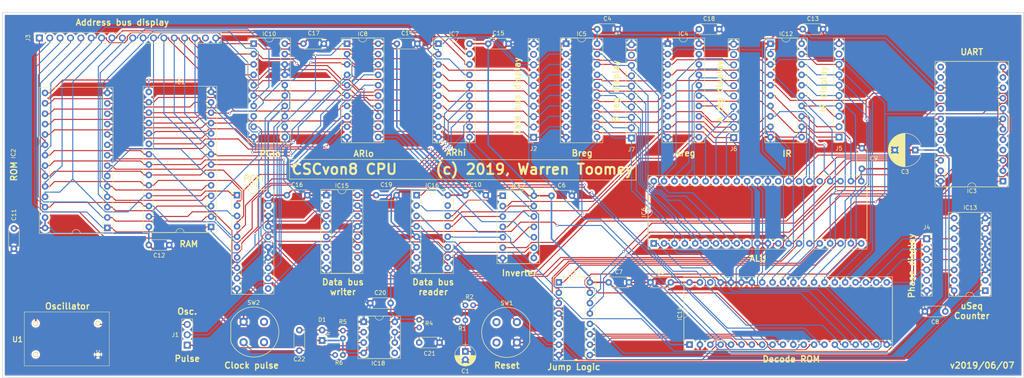
<source format=kicad_pcb>
(kicad_pcb (version 20171130) (host pcbnew "(5.1.4)-1")
  (layers (0 F.Cu signal) (31 B.Cu signal) (34 B.Paste user) (35 F.Paste user) (36 B.SilkS user) (37 F.SilkS user) (38 B.Mask user) (39 F.Mask user) (44 Edge.Cuts user))
  (net 0 "")
  (net 1 adr14)
  (net 2 d3)
  (net 3 adr12)
  (net 4 d4)
  (net 5 adr7)
  (net 6 d5)
  (net 7 adr6)
  (net 8 d6)
  (net 9 adr5)
  (net 10 d7)
  (net 11 adr4)
  (net 12 "Net-(IC1-Pad20)")
  (net 13 adr3)
  (net 14 adr10)
  (net 15 adr2)
  (net 16 adr1)
  (net 17 adr11)
  (net 18 adr0)
  (net 19 adr9)
  (net 20 d0)
  (net 21 adr8)
  (net 22 d1)
  (net 23 adr13)
  (net 24 d2)
  (net 25 adr15)
  (net 26 "Net-(IC3-Pad13)")
  (net 27 "Net-(IC3-Pad14)")
  (net 28 "Net-(IC3-Pad4)")
  (net 29 "Net-(IC3-Pad16)")
  (net 30 "Net-(IC3-Pad17)")
  (net 31 "Net-(IC3-Pad19)")
  (net 32 "Net-(IC3-Pad20)")
  (net 33 "Net-(IC3-Pad11)")
  (net 34 Aload)
  (net 35 "Net-(IC4-Pad12)")
  (net 36 "Net-(IC4-Pad13)")
  (net 37 "Net-(IC4-Pad14)")
  (net 38 "Net-(IC4-Pad15)")
  (net 39 "Net-(IC4-Pad16)")
  (net 40 "Net-(IC4-Pad17)")
  (net 41 "Net-(IC4-Pad18)")
  (net 42 "Net-(IC4-Pad19)")
  (net 43 Bload)
  (net 44 "Net-(IC5-Pad12)")
  (net 45 "Net-(IC5-Pad13)")
  (net 46 "Net-(IC5-Pad14)")
  (net 47 "Net-(IC5-Pad15)")
  (net 48 "Net-(IC5-Pad16)")
  (net 49 "Net-(IC5-Pad17)")
  (net 50 "Net-(IC5-Pad18)")
  (net 51 "Net-(IC5-Pad19)")
  (net 52 Op2)
  (net 53 Op1)
  (net 54 "Net-(IC6-Pad26)")
  (net 55 "Net-(IC6-Pad28)")
  (net 56 "Net-(IC6-Pad30)")
  (net 57 Op4)
  (net 58 Op0)
  (net 59 Carry)
  (net 60 Zero)
  (net 61 Negative)
  (net 62 Op3)
  (net 63 AHload)
  (net 64 ALload)
  (net 65 "Net-(IC9-Pad11)")
  (net 66 Clk)
  (net 67 "Net-(IC10-Pad11)")
  (net 68 IRload)
  (net 69 "Net-(IC12-Pad12)")
  (net 70 "Net-(IC12-Pad13)")
  (net 71 "Net-(IC12-Pad14)")
  (net 72 "Net-(IC12-Pad15)")
  (net 73 "Net-(IC12-Pad16)")
  (net 74 "Net-(IC12-Pad17)")
  (net 75 "Net-(IC12-Pad18)")
  (net 76 "Net-(IC12-Pad19)")
  (net 77 "Net-(IC13-Pad11)")
  (net 78 "Net-(IC13-Pad12)")
  (net 79 "Net-(IC13-Pad13)")
  (net 80 "Net-(IC13-Pad14)")
  (net 81 "Net-(IC13-Pad15)")
  (net 82 "/Instruction Decode/DbusOp1")
  (net 83 "/Instruction Decode/DbusOp0")
  (net 84 "/Instruction Decode/LoadOp2")
  (net 85 "/Instruction Decode/LoadOp1")
  (net 86 "/Instruction Decode/LoadOp0")
  (net 87 "Net-(IC14-Pad38)")
  (net 88 "Net-(IC15-Pad7)")
  (net 89 "Net-(IC16-Pad15)")
  (net 90 "Net-(SW1-Pad1)")
  (net 91 "Net-(SW1-Pad2)")
  (net 92 "Net-(SW2-Pad1)")
  (net 93 "Net-(SW2-Pad2)")
  (net 94 "Net-(U1-Pad1)")
  (net 95 ~Reset)
  (net 96 Lo)
  (net 97 Hi)
  (net 98 ~MEMresult)
  (net 99 ~MEMload)
  (net 100 ~IOload)
  (net 101 ~TXready)
  (net 102 ~RXready)
  (net 103 ~UARTresult)
  (net 104 DivByZero)
  (net 105 ~ALUresult)
  (net 106 Overflow)
  (net 107 ~ARena)
  (net 108 JumpOp2)
  (net 109 JumpOp1)
  (net 110 JumpOp0)
  (net 111 "Net-(IC11-Pad5)")
  (net 112 ~uSreset)
  (net 113 "Net-(IC16-Pad10)")
  (net 114 "Net-(IC16-Pad12)")
  (net 115 "Net-(IC16-Pad13)")
  (net 116 "Net-(IC16-Pad14)")
  (net 117 "Net-(C21-Pad1)")
  (net 118 "Net-(C22-Pad1)")
  (net 119 "Net-(C22-Pad2)")
  (net 120 "Net-(IC18-Pad5)")
  (net 121 "Net-(IC18-Pad3)")
  (net 122 "Net-(R2-Pad2)")
  (net 123 ~Clkbar)
  (net 124 ~PCload)
  (net 125 PCincr)
  (net 126 "Net-(IC15-Pad9)")
  (net 127 "Net-(IC15-Pad10)")
  (net 128 "Net-(IC15-Pad12)")
  (net 129 "Net-(IC16-Pad9)")
  (net 130 "Net-(J1-Pad3)")
  (net 131 "Net-(J2-Pad9)")
  (net 132 "Net-(J3-Pad17)")
  (net 133 "Net-(J4-Pad5)")
  (net 134 "Net-(J5-Pad9)")
  (net 135 "Net-(J6-Pad9)")
  (net 136 "Net-(J7-Pad9)")
  (module Connector_PinSocket_2.54mm:PinSocket_1x10_P2.54mm_Vertical (layer F.Cu) (at 175.26 62.23 180)
    (fp_text reference J7 (at 0 -2.77) (layer F.SilkS))
    (fp_text value "Breg Pin Header")
    (pad 10 thru_hole oval (at 0 22.86 180) (size 1.7 1.7) (drill 1) (layers *.Cu *.Mask) (net 96 Lo))
    (pad 9 thru_hole oval (at 0 20.32 180) (size 1.7 1.7) (drill 1) (layers *.Cu *.Mask) (net 136 "Net-(J7-Pad9)"))
    (pad 8 thru_hole oval (at 0 17.78 180) (size 1.7 1.7) (drill 1) (layers *.Cu *.Mask) (net 51 "Net-(IC5-Pad19)"))
    (pad 7 thru_hole oval (at 0 15.24 180) (size 1.7 1.7) (drill 1) (layers *.Cu *.Mask) (net 50 "Net-(IC5-Pad18)"))
    (pad 6 thru_hole oval (at 0 12.7 180) (size 1.7 1.7) (drill 1) (layers *.Cu *.Mask) (net 49 "Net-(IC5-Pad17)"))
    (pad 5 thru_hole oval (at 0 10.16 180) (size 1.7 1.7) (drill 1) (layers *.Cu *.Mask) (net 48 "Net-(IC5-Pad16)"))
    (pad 4 thru_hole oval (at 0 7.62 180) (size 1.7 1.7) (drill 1) (layers *.Cu *.Mask) (net 47 "Net-(IC5-Pad15)"))
    (pad 3 thru_hole oval (at 0 5.08 180) (size 1.7 1.7) (drill 1) (layers *.Cu *.Mask) (net 46 "Net-(IC5-Pad14)"))
    (pad 2 thru_hole oval (at 0 2.54 180) (size 1.7 1.7) (drill 1) (layers *.Cu *.Mask) (net 45 "Net-(IC5-Pad13)"))
    (pad 1 thru_hole rect (at 0 0 180) (size 1.7 1.7) (drill 1) (layers *.Cu *.Mask) (net 44 "Net-(IC5-Pad12)"))
  )
  (module Connector_PinSocket_2.54mm:PinSocket_1x10_P2.54mm_Vertical (layer F.Cu) (at 200.279 62.103 180)
    (fp_text reference J6 (at 0 -2.77) (layer F.SilkS))
    (fp_text value "Areg Pin Header")
    (pad 10 thru_hole oval (at 0 22.86 180) (size 1.7 1.7) (drill 1) (layers *.Cu *.Mask) (net 96 Lo))
    (pad 9 thru_hole oval (at 0 20.32 180) (size 1.7 1.7) (drill 1) (layers *.Cu *.Mask) (net 135 "Net-(J6-Pad9)"))
    (pad 8 thru_hole oval (at 0 17.78 180) (size 1.7 1.7) (drill 1) (layers *.Cu *.Mask) (net 42 "Net-(IC4-Pad19)"))
    (pad 7 thru_hole oval (at 0 15.24 180) (size 1.7 1.7) (drill 1) (layers *.Cu *.Mask) (net 41 "Net-(IC4-Pad18)"))
    (pad 6 thru_hole oval (at 0 12.7 180) (size 1.7 1.7) (drill 1) (layers *.Cu *.Mask) (net 40 "Net-(IC4-Pad17)"))
    (pad 5 thru_hole oval (at 0 10.16 180) (size 1.7 1.7) (drill 1) (layers *.Cu *.Mask) (net 39 "Net-(IC4-Pad16)"))
    (pad 4 thru_hole oval (at 0 7.62 180) (size 1.7 1.7) (drill 1) (layers *.Cu *.Mask) (net 38 "Net-(IC4-Pad15)"))
    (pad 3 thru_hole oval (at 0 5.08 180) (size 1.7 1.7) (drill 1) (layers *.Cu *.Mask) (net 37 "Net-(IC4-Pad14)"))
    (pad 2 thru_hole oval (at 0 2.54 180) (size 1.7 1.7) (drill 1) (layers *.Cu *.Mask) (net 36 "Net-(IC4-Pad13)"))
    (pad 1 thru_hole rect (at 0 0 180) (size 1.7 1.7) (drill 1) (layers *.Cu *.Mask) (net 35 "Net-(IC4-Pad12)"))
  )
  (module Package_DIP:DIP-16_W7.62mm_Socket (layer F.Cu) (at 157.48 97.536)
    (fp_text reference IC11 (at 3.81 -2.33) (layer F.SilkS))
    (fp_text value 74HCT151)
    (pad 16 thru_hole oval (at 7.62 0) (size 1.6 1.6) (drill 0.8) (layers *.Cu *.Mask) (net 97 Hi))
    (pad 8 thru_hole oval (at 0 17.78) (size 1.6 1.6) (drill 0.8) (layers *.Cu *.Mask) (net 96 Lo))
    (pad 15 thru_hole oval (at 7.62 2.54) (size 1.6 1.6) (drill 0.8) (layers *.Cu *.Mask) (net 61 Negative))
    (pad 7 thru_hole oval (at 0 15.24) (size 1.6 1.6) (drill 0.8) (layers *.Cu *.Mask) (net 66 Clk))
    (pad 14 thru_hole oval (at 7.62 5.08) (size 1.6 1.6) (drill 0.8) (layers *.Cu *.Mask) (net 104 DivByZero))
    (pad 6 thru_hole oval (at 0 12.7) (size 1.6 1.6) (drill 0.8) (layers *.Cu *.Mask) (net 124 ~PCload))
    (pad 13 thru_hole oval (at 7.62 7.62) (size 1.6 1.6) (drill 0.8) (layers *.Cu *.Mask) (net 101 ~TXready))
    (pad 5 thru_hole oval (at 0 10.16) (size 1.6 1.6) (drill 0.8) (layers *.Cu *.Mask) (net 111 "Net-(IC11-Pad5)"))
    (pad 12 thru_hole oval (at 7.62 10.16) (size 1.6 1.6) (drill 0.8) (layers *.Cu *.Mask) (net 102 ~RXready))
    (pad 4 thru_hole oval (at 0 7.62) (size 1.6 1.6) (drill 0.8) (layers *.Cu *.Mask) (net 96 Lo))
    (pad 11 thru_hole oval (at 7.62 12.7) (size 1.6 1.6) (drill 0.8) (layers *.Cu *.Mask) (net 110 JumpOp0))
    (pad 3 thru_hole oval (at 0 5.08) (size 1.6 1.6) (drill 0.8) (layers *.Cu *.Mask) (net 59 Carry))
    (pad 10 thru_hole oval (at 7.62 15.24) (size 1.6 1.6) (drill 0.8) (layers *.Cu *.Mask) (net 109 JumpOp1))
    (pad 2 thru_hole oval (at 0 2.54) (size 1.6 1.6) (drill 0.8) (layers *.Cu *.Mask) (net 106 Overflow))
    (pad 9 thru_hole oval (at 7.62 17.78) (size 1.6 1.6) (drill 0.8) (layers *.Cu *.Mask) (net 108 JumpOp2))
    (pad 1 thru_hole rect (at 0 0) (size 1.6 1.6) (drill 0.8) (layers *.Cu *.Mask) (net 60 Zero))
  )
  (module Package_DIP:DIP-16_W7.62mm_Socket (layer F.Cu) (at 100.584 76.2)
    (fp_text reference IC15 (at 3.81 -2.33) (layer F.SilkS))
    (fp_text value 74HCT139)
    (pad 16 thru_hole oval (at 7.62 0) (size 1.6 1.6) (drill 0.8) (layers *.Cu *.Mask) (net 97 Hi))
    (pad 8 thru_hole oval (at 0 17.78) (size 1.6 1.6) (drill 0.8) (layers *.Cu *.Mask) (net 96 Lo))
    (pad 15 thru_hole oval (at 7.62 2.54) (size 1.6 1.6) (drill 0.8) (layers *.Cu *.Mask) (net 96 Lo))
    (pad 7 thru_hole oval (at 0 15.24) (size 1.6 1.6) (drill 0.8) (layers *.Cu *.Mask) (net 88 "Net-(IC15-Pad7)"))
    (pad 14 thru_hole oval (at 7.62 5.08) (size 1.6 1.6) (drill 0.8) (layers *.Cu *.Mask) (net 66 Clk))
    (pad 6 thru_hole oval (at 0 12.7) (size 1.6 1.6) (drill 0.8) (layers *.Cu *.Mask) (net 103 ~UARTresult))
    (pad 13 thru_hole oval (at 7.62 7.62) (size 1.6 1.6) (drill 0.8) (layers *.Cu *.Mask) (net 96 Lo))
    (pad 5 thru_hole oval (at 0 10.16) (size 1.6 1.6) (drill 0.8) (layers *.Cu *.Mask) (net 105 ~ALUresult))
    (pad 12 thru_hole oval (at 7.62 10.16) (size 1.6 1.6) (drill 0.8) (layers *.Cu *.Mask) (net 128 "Net-(IC15-Pad12)"))
    (pad 4 thru_hole oval (at 0 7.62) (size 1.6 1.6) (drill 0.8) (layers *.Cu *.Mask) (net 98 ~MEMresult))
    (pad 11 thru_hole oval (at 7.62 12.7) (size 1.6 1.6) (drill 0.8) (layers *.Cu *.Mask) (net 123 ~Clkbar))
    (pad 3 thru_hole oval (at 0 5.08) (size 1.6 1.6) (drill 0.8) (layers *.Cu *.Mask) (net 82 "/Instruction Decode/DbusOp1"))
    (pad 10 thru_hole oval (at 7.62 15.24) (size 1.6 1.6) (drill 0.8) (layers *.Cu *.Mask) (net 127 "Net-(IC15-Pad10)"))
    (pad 2 thru_hole oval (at 0 2.54) (size 1.6 1.6) (drill 0.8) (layers *.Cu *.Mask) (net 83 "/Instruction Decode/DbusOp0"))
    (pad 9 thru_hole oval (at 7.62 17.78) (size 1.6 1.6) (drill 0.8) (layers *.Cu *.Mask) (net 126 "Net-(IC15-Pad9)"))
    (pad 1 thru_hole rect (at 0 0) (size 1.6 1.6) (drill 0.8) (layers *.Cu *.Mask) (net 96 Lo))
  )
  (module Housings_DIP:DIP-20_W7.62mm_Socket (layer F.Cu) (at 78.74 76.2)
    (fp_text reference IC9 (at 3.81 -2.39) (layer F.SilkS))
    (fp_text value 74LS593)
    (pad 1 thru_hole rect (at 0 0) (size 1.6 1.6) (drill 0.8) (layers *.Cu *.Mask) (net 21 adr8))
    (pad 11 thru_hole oval (at 7.62 22.86) (size 1.6 1.6) (drill 0.8) (layers *.Cu *.Mask) (net 65 "Net-(IC9-Pad11)"))
    (pad 2 thru_hole oval (at 0 2.54) (size 1.6 1.6) (drill 0.8) (layers *.Cu *.Mask) (net 19 adr9))
    (pad 12 thru_hole oval (at 7.62 20.32) (size 1.6 1.6) (drill 0.8) (layers *.Cu *.Mask) (net 95 ~Reset))
    (pad 3 thru_hole oval (at 0 5.08) (size 1.6 1.6) (drill 0.8) (layers *.Cu *.Mask) (net 14 adr10))
    (pad 13 thru_hole oval (at 7.62 17.78) (size 1.6 1.6) (drill 0.8) (layers *.Cu *.Mask) (net 67 "Net-(IC10-Pad11)"))
    (pad 4 thru_hole oval (at 0 7.62) (size 1.6 1.6) (drill 0.8) (layers *.Cu *.Mask) (net 17 adr11))
    (pad 14 thru_hole oval (at 7.62 15.24) (size 1.6 1.6) (drill 0.8) (layers *.Cu *.Mask) (net 96 Lo))
    (pad 5 thru_hole oval (at 0 10.16) (size 1.6 1.6) (drill 0.8) (layers *.Cu *.Mask) (net 3 adr12))
    (pad 15 thru_hole oval (at 7.62 12.7) (size 1.6 1.6) (drill 0.8) (layers *.Cu *.Mask) (net 96 Lo))
    (pad 6 thru_hole oval (at 0 12.7) (size 1.6 1.6) (drill 0.8) (layers *.Cu *.Mask) (net 23 adr13))
    (pad 16 thru_hole oval (at 7.62 10.16) (size 1.6 1.6) (drill 0.8) (layers *.Cu *.Mask) (net 123 ~Clkbar))
    (pad 7 thru_hole oval (at 0 15.24) (size 1.6 1.6) (drill 0.8) (layers *.Cu *.Mask) (net 1 adr14))
    (pad 17 thru_hole oval (at 7.62 7.62) (size 1.6 1.6) (drill 0.8) (layers *.Cu *.Mask) (net 96 Lo))
    (pad 8 thru_hole oval (at 0 17.78) (size 1.6 1.6) (drill 0.8) (layers *.Cu *.Mask) (net 25 adr15))
    (pad 18 thru_hole oval (at 7.62 5.08) (size 1.6 1.6) (drill 0.8) (layers *.Cu *.Mask) (net 96 Lo))
    (pad 9 thru_hole oval (at 0 20.32) (size 1.6 1.6) (drill 0.8) (layers *.Cu *.Mask) (net 124 ~PCload))
    (pad 19 thru_hole oval (at 7.62 2.54) (size 1.6 1.6) (drill 0.8) (layers *.Cu *.Mask) (net 107 ~ARena))
    (pad 10 thru_hole oval (at 0 22.86) (size 1.6 1.6) (drill 0.8) (layers *.Cu *.Mask) (net 96 Lo))
    (pad 20 thru_hole oval (at 7.62 0) (size 1.6 1.6) (drill 0.8) (layers *.Cu *.Mask) (net 97 Hi))
  )
  (module Housings_DIP:DIP-20_W7.62mm_Socket (layer F.Cu) (at 105.664 39.116)
    (fp_text reference IC8 (at 3.81 -2.39) (layer F.SilkS))
    (fp_text value 74HCT574)
    (pad 1 thru_hole rect (at 0 0) (size 1.6 1.6) (drill 0.8) (layers *.Cu *.Mask) (net 107 ~ARena))
    (pad 11 thru_hole oval (at 7.62 22.86) (size 1.6 1.6) (drill 0.8) (layers *.Cu *.Mask) (net 64 ALload))
    (pad 2 thru_hole oval (at 0 2.54) (size 1.6 1.6) (drill 0.8) (layers *.Cu *.Mask) (net 20 d0))
    (pad 12 thru_hole oval (at 7.62 20.32) (size 1.6 1.6) (drill 0.8) (layers *.Cu *.Mask) (net 5 adr7))
    (pad 3 thru_hole oval (at 0 5.08) (size 1.6 1.6) (drill 0.8) (layers *.Cu *.Mask) (net 22 d1))
    (pad 13 thru_hole oval (at 7.62 17.78) (size 1.6 1.6) (drill 0.8) (layers *.Cu *.Mask) (net 7 adr6))
    (pad 4 thru_hole oval (at 0 7.62) (size 1.6 1.6) (drill 0.8) (layers *.Cu *.Mask) (net 24 d2))
    (pad 14 thru_hole oval (at 7.62 15.24) (size 1.6 1.6) (drill 0.8) (layers *.Cu *.Mask) (net 9 adr5))
    (pad 5 thru_hole oval (at 0 10.16) (size 1.6 1.6) (drill 0.8) (layers *.Cu *.Mask) (net 2 d3))
    (pad 15 thru_hole oval (at 7.62 12.7) (size 1.6 1.6) (drill 0.8) (layers *.Cu *.Mask) (net 11 adr4))
    (pad 6 thru_hole oval (at 0 12.7) (size 1.6 1.6) (drill 0.8) (layers *.Cu *.Mask) (net 4 d4))
    (pad 16 thru_hole oval (at 7.62 10.16) (size 1.6 1.6) (drill 0.8) (layers *.Cu *.Mask) (net 13 adr3))
    (pad 7 thru_hole oval (at 0 15.24) (size 1.6 1.6) (drill 0.8) (layers *.Cu *.Mask) (net 6 d5))
    (pad 17 thru_hole oval (at 7.62 7.62) (size 1.6 1.6) (drill 0.8) (layers *.Cu *.Mask) (net 15 adr2))
    (pad 8 thru_hole oval (at 0 17.78) (size 1.6 1.6) (drill 0.8) (layers *.Cu *.Mask) (net 8 d6))
    (pad 18 thru_hole oval (at 7.62 5.08) (size 1.6 1.6) (drill 0.8) (layers *.Cu *.Mask) (net 16 adr1))
    (pad 9 thru_hole oval (at 0 20.32) (size 1.6 1.6) (drill 0.8) (layers *.Cu *.Mask) (net 10 d7))
    (pad 19 thru_hole oval (at 7.62 2.54) (size 1.6 1.6) (drill 0.8) (layers *.Cu *.Mask) (net 18 adr0))
    (pad 10 thru_hole oval (at 0 22.86) (size 1.6 1.6) (drill 0.8) (layers *.Cu *.Mask) (net 96 Lo))
    (pad 20 thru_hole oval (at 7.62 0) (size 1.6 1.6) (drill 0.8) (layers *.Cu *.Mask) (net 97 Hi))
  )
  (module Housings_DIP:DIP-20_W7.62mm_Socket (layer F.Cu) (at 184.15 39.116)
    (fp_text reference IC4 (at 3.81 -2.39) (layer F.SilkS))
    (fp_text value 74HCT574)
    (pad 1 thru_hole rect (at 0 0) (size 1.6 1.6) (drill 0.8) (layers *.Cu *.Mask) (net 96 Lo))
    (pad 11 thru_hole oval (at 7.62 22.86) (size 1.6 1.6) (drill 0.8) (layers *.Cu *.Mask) (net 34 Aload))
    (pad 2 thru_hole oval (at 0 2.54) (size 1.6 1.6) (drill 0.8) (layers *.Cu *.Mask) (net 20 d0))
    (pad 12 thru_hole oval (at 7.62 20.32) (size 1.6 1.6) (drill 0.8) (layers *.Cu *.Mask) (net 35 "Net-(IC4-Pad12)"))
    (pad 3 thru_hole oval (at 0 5.08) (size 1.6 1.6) (drill 0.8) (layers *.Cu *.Mask) (net 22 d1))
    (pad 13 thru_hole oval (at 7.62 17.78) (size 1.6 1.6) (drill 0.8) (layers *.Cu *.Mask) (net 36 "Net-(IC4-Pad13)"))
    (pad 4 thru_hole oval (at 0 7.62) (size 1.6 1.6) (drill 0.8) (layers *.Cu *.Mask) (net 24 d2))
    (pad 14 thru_hole oval (at 7.62 15.24) (size 1.6 1.6) (drill 0.8) (layers *.Cu *.Mask) (net 37 "Net-(IC4-Pad14)"))
    (pad 5 thru_hole oval (at 0 10.16) (size 1.6 1.6) (drill 0.8) (layers *.Cu *.Mask) (net 2 d3))
    (pad 15 thru_hole oval (at 7.62 12.7) (size 1.6 1.6) (drill 0.8) (layers *.Cu *.Mask) (net 38 "Net-(IC4-Pad15)"))
    (pad 6 thru_hole oval (at 0 12.7) (size 1.6 1.6) (drill 0.8) (layers *.Cu *.Mask) (net 4 d4))
    (pad 16 thru_hole oval (at 7.62 10.16) (size 1.6 1.6) (drill 0.8) (layers *.Cu *.Mask) (net 39 "Net-(IC4-Pad16)"))
    (pad 7 thru_hole oval (at 0 15.24) (size 1.6 1.6) (drill 0.8) (layers *.Cu *.Mask) (net 6 d5))
    (pad 17 thru_hole oval (at 7.62 7.62) (size 1.6 1.6) (drill 0.8) (layers *.Cu *.Mask) (net 40 "Net-(IC4-Pad17)"))
    (pad 8 thru_hole oval (at 0 17.78) (size 1.6 1.6) (drill 0.8) (layers *.Cu *.Mask) (net 8 d6))
    (pad 18 thru_hole oval (at 7.62 5.08) (size 1.6 1.6) (drill 0.8) (layers *.Cu *.Mask) (net 41 "Net-(IC4-Pad18)"))
    (pad 9 thru_hole oval (at 0 20.32) (size 1.6 1.6) (drill 0.8) (layers *.Cu *.Mask) (net 10 d7))
    (pad 19 thru_hole oval (at 7.62 2.54) (size 1.6 1.6) (drill 0.8) (layers *.Cu *.Mask) (net 42 "Net-(IC4-Pad19)"))
    (pad 10 thru_hole oval (at 0 22.86) (size 1.6 1.6) (drill 0.8) (layers *.Cu *.Mask) (net 96 Lo))
    (pad 20 thru_hole oval (at 7.62 0) (size 1.6 1.6) (drill 0.8) (layers *.Cu *.Mask) (net 97 Hi))
  )
  (module Housings_DIP:DIP-20_W7.62mm_Socket (layer F.Cu) (at 128.016 39.116)
    (fp_text reference IC7 (at 3.81 -2.39) (layer F.SilkS))
    (fp_text value 74HCT574)
    (pad 1 thru_hole rect (at 0 0) (size 1.6 1.6) (drill 0.8) (layers *.Cu *.Mask) (net 107 ~ARena))
    (pad 11 thru_hole oval (at 7.62 22.86) (size 1.6 1.6) (drill 0.8) (layers *.Cu *.Mask) (net 63 AHload))
    (pad 2 thru_hole oval (at 0 2.54) (size 1.6 1.6) (drill 0.8) (layers *.Cu *.Mask) (net 20 d0))
    (pad 12 thru_hole oval (at 7.62 20.32) (size 1.6 1.6) (drill 0.8) (layers *.Cu *.Mask) (net 25 adr15))
    (pad 3 thru_hole oval (at 0 5.08) (size 1.6 1.6) (drill 0.8) (layers *.Cu *.Mask) (net 22 d1))
    (pad 13 thru_hole oval (at 7.62 17.78) (size 1.6 1.6) (drill 0.8) (layers *.Cu *.Mask) (net 1 adr14))
    (pad 4 thru_hole oval (at 0 7.62) (size 1.6 1.6) (drill 0.8) (layers *.Cu *.Mask) (net 24 d2))
    (pad 14 thru_hole oval (at 7.62 15.24) (size 1.6 1.6) (drill 0.8) (layers *.Cu *.Mask) (net 23 adr13))
    (pad 5 thru_hole oval (at 0 10.16) (size 1.6 1.6) (drill 0.8) (layers *.Cu *.Mask) (net 2 d3))
    (pad 15 thru_hole oval (at 7.62 12.7) (size 1.6 1.6) (drill 0.8) (layers *.Cu *.Mask) (net 3 adr12))
    (pad 6 thru_hole oval (at 0 12.7) (size 1.6 1.6) (drill 0.8) (layers *.Cu *.Mask) (net 4 d4))
    (pad 16 thru_hole oval (at 7.62 10.16) (size 1.6 1.6) (drill 0.8) (layers *.Cu *.Mask) (net 17 adr11))
    (pad 7 thru_hole oval (at 0 15.24) (size 1.6 1.6) (drill 0.8) (layers *.Cu *.Mask) (net 6 d5))
    (pad 17 thru_hole oval (at 7.62 7.62) (size 1.6 1.6) (drill 0.8) (layers *.Cu *.Mask) (net 14 adr10))
    (pad 8 thru_hole oval (at 0 17.78) (size 1.6 1.6) (drill 0.8) (layers *.Cu *.Mask) (net 8 d6))
    (pad 18 thru_hole oval (at 7.62 5.08) (size 1.6 1.6) (drill 0.8) (layers *.Cu *.Mask) (net 19 adr9))
    (pad 9 thru_hole oval (at 0 20.32) (size 1.6 1.6) (drill 0.8) (layers *.Cu *.Mask) (net 10 d7))
    (pad 19 thru_hole oval (at 7.62 2.54) (size 1.6 1.6) (drill 0.8) (layers *.Cu *.Mask) (net 21 adr8))
    (pad 10 thru_hole oval (at 0 22.86) (size 1.6 1.6) (drill 0.8) (layers *.Cu *.Mask) (net 96 Lo))
    (pad 20 thru_hole oval (at 7.62 0) (size 1.6 1.6) (drill 0.8) (layers *.Cu *.Mask) (net 97 Hi))
  )
  (module Housings_DIP:DIP-20_W7.62mm_Socket (layer F.Cu) (at 159.258 39.116)
    (fp_text reference IC5 (at 3.81 -2.39) (layer F.SilkS))
    (fp_text value 74HCT574)
    (pad 1 thru_hole rect (at 0 0) (size 1.6 1.6) (drill 0.8) (layers *.Cu *.Mask) (net 96 Lo))
    (pad 11 thru_hole oval (at 7.62 22.86) (size 1.6 1.6) (drill 0.8) (layers *.Cu *.Mask) (net 43 Bload))
    (pad 2 thru_hole oval (at 0 2.54) (size 1.6 1.6) (drill 0.8) (layers *.Cu *.Mask) (net 20 d0))
    (pad 12 thru_hole oval (at 7.62 20.32) (size 1.6 1.6) (drill 0.8) (layers *.Cu *.Mask) (net 44 "Net-(IC5-Pad12)"))
    (pad 3 thru_hole oval (at 0 5.08) (size 1.6 1.6) (drill 0.8) (layers *.Cu *.Mask) (net 22 d1))
    (pad 13 thru_hole oval (at 7.62 17.78) (size 1.6 1.6) (drill 0.8) (layers *.Cu *.Mask) (net 45 "Net-(IC5-Pad13)"))
    (pad 4 thru_hole oval (at 0 7.62) (size 1.6 1.6) (drill 0.8) (layers *.Cu *.Mask) (net 24 d2))
    (pad 14 thru_hole oval (at 7.62 15.24) (size 1.6 1.6) (drill 0.8) (layers *.Cu *.Mask) (net 46 "Net-(IC5-Pad14)"))
    (pad 5 thru_hole oval (at 0 10.16) (size 1.6 1.6) (drill 0.8) (layers *.Cu *.Mask) (net 2 d3))
    (pad 15 thru_hole oval (at 7.62 12.7) (size 1.6 1.6) (drill 0.8) (layers *.Cu *.Mask) (net 47 "Net-(IC5-Pad15)"))
    (pad 6 thru_hole oval (at 0 12.7) (size 1.6 1.6) (drill 0.8) (layers *.Cu *.Mask) (net 4 d4))
    (pad 16 thru_hole oval (at 7.62 10.16) (size 1.6 1.6) (drill 0.8) (layers *.Cu *.Mask) (net 48 "Net-(IC5-Pad16)"))
    (pad 7 thru_hole oval (at 0 15.24) (size 1.6 1.6) (drill 0.8) (layers *.Cu *.Mask) (net 6 d5))
    (pad 17 thru_hole oval (at 7.62 7.62) (size 1.6 1.6) (drill 0.8) (layers *.Cu *.Mask) (net 49 "Net-(IC5-Pad17)"))
    (pad 8 thru_hole oval (at 0 17.78) (size 1.6 1.6) (drill 0.8) (layers *.Cu *.Mask) (net 8 d6))
    (pad 18 thru_hole oval (at 7.62 5.08) (size 1.6 1.6) (drill 0.8) (layers *.Cu *.Mask) (net 50 "Net-(IC5-Pad18)"))
    (pad 9 thru_hole oval (at 0 20.32) (size 1.6 1.6) (drill 0.8) (layers *.Cu *.Mask) (net 10 d7))
    (pad 19 thru_hole oval (at 7.62 2.54) (size 1.6 1.6) (drill 0.8) (layers *.Cu *.Mask) (net 51 "Net-(IC5-Pad19)"))
    (pad 10 thru_hole oval (at 0 22.86) (size 1.6 1.6) (drill 0.8) (layers *.Cu *.Mask) (net 96 Lo))
    (pad 20 thru_hole oval (at 7.62 0) (size 1.6 1.6) (drill 0.8) (layers *.Cu *.Mask) (net 97 Hi))
  )
  (module Housings_DIP:DIP-42_W15.24mm_Socket (layer F.Cu) (at 180.721 88.011 90)
    (fp_text reference IC6 (at 7.62 -2.39 90) (layer F.SilkS))
    (fp_text value M27C322-100F1)
    (pad 1 thru_hole rect (at 0 0 90) (size 1.6 1.6) (drill 0.8) (layers *.Cu *.Mask) (net 52 Op2))
    (pad 22 thru_hole oval (at 15.24 50.8 90) (size 1.6 1.6) (drill 0.8) (layers *.Cu *.Mask) (net 97 Hi))
    (pad 2 thru_hole oval (at 0 2.54 90) (size 1.6 1.6) (drill 0.8) (layers *.Cu *.Mask) (net 53 Op1))
    (pad 23 thru_hole oval (at 15.24 48.26 90) (size 1.6 1.6) (drill 0.8) (layers *.Cu *.Mask) (net 4 d4))
    (pad 3 thru_hole oval (at 0 5.08 90) (size 1.6 1.6) (drill 0.8) (layers *.Cu *.Mask) (net 44 "Net-(IC5-Pad12)"))
    (pad 24 thru_hole oval (at 15.24 45.72 90) (size 1.6 1.6) (drill 0.8) (layers *.Cu *.Mask) (net 104 DivByZero))
    (pad 4 thru_hole oval (at 0 7.62 90) (size 1.6 1.6) (drill 0.8) (layers *.Cu *.Mask) (net 45 "Net-(IC5-Pad13)"))
    (pad 25 thru_hole oval (at 15.24 43.18 90) (size 1.6 1.6) (drill 0.8) (layers *.Cu *.Mask) (net 6 d5))
    (pad 5 thru_hole oval (at 0 10.16 90) (size 1.6 1.6) (drill 0.8) (layers *.Cu *.Mask) (net 46 "Net-(IC5-Pad14)"))
    (pad 26 thru_hole oval (at 15.24 40.64 90) (size 1.6 1.6) (drill 0.8) (layers *.Cu *.Mask) (net 54 "Net-(IC6-Pad26)"))
    (pad 6 thru_hole oval (at 0 12.7 90) (size 1.6 1.6) (drill 0.8) (layers *.Cu *.Mask) (net 47 "Net-(IC5-Pad15)"))
    (pad 27 thru_hole oval (at 15.24 38.1 90) (size 1.6 1.6) (drill 0.8) (layers *.Cu *.Mask) (net 8 d6))
    (pad 7 thru_hole oval (at 0 15.24 90) (size 1.6 1.6) (drill 0.8) (layers *.Cu *.Mask) (net 48 "Net-(IC5-Pad16)"))
    (pad 28 thru_hole oval (at 15.24 35.56 90) (size 1.6 1.6) (drill 0.8) (layers *.Cu *.Mask) (net 55 "Net-(IC6-Pad28)"))
    (pad 8 thru_hole oval (at 0 17.78 90) (size 1.6 1.6) (drill 0.8) (layers *.Cu *.Mask) (net 49 "Net-(IC5-Pad17)"))
    (pad 29 thru_hole oval (at 15.24 33.02 90) (size 1.6 1.6) (drill 0.8) (layers *.Cu *.Mask) (net 10 d7))
    (pad 9 thru_hole oval (at 0 20.32 90) (size 1.6 1.6) (drill 0.8) (layers *.Cu *.Mask) (net 50 "Net-(IC5-Pad18)"))
    (pad 30 thru_hole oval (at 15.24 30.48 90) (size 1.6 1.6) (drill 0.8) (layers *.Cu *.Mask) (net 56 "Net-(IC6-Pad30)"))
    (pad 10 thru_hole oval (at 0 22.86 90) (size 1.6 1.6) (drill 0.8) (layers *.Cu *.Mask) (net 51 "Net-(IC5-Pad19)"))
    (pad 31 thru_hole oval (at 15.24 27.94 90) (size 1.6 1.6) (drill 0.8) (layers *.Cu *.Mask) (net 96 Lo))
    (pad 11 thru_hole oval (at 0 25.4 90) (size 1.6 1.6) (drill 0.8) (layers *.Cu *.Mask) (net 96 Lo))
    (pad 32 thru_hole oval (at 15.24 25.4 90) (size 1.6 1.6) (drill 0.8) (layers *.Cu *.Mask) (net 57 Op4))
    (pad 12 thru_hole oval (at 0 27.94 90) (size 1.6 1.6) (drill 0.8) (layers *.Cu *.Mask) (net 96 Lo))
    (pad 33 thru_hole oval (at 15.24 22.86 90) (size 1.6 1.6) (drill 0.8) (layers *.Cu *.Mask) (net 58 Op0))
    (pad 13 thru_hole oval (at 0 30.48 90) (size 1.6 1.6) (drill 0.8) (layers *.Cu *.Mask) (net 105 ~ALUresult))
    (pad 34 thru_hole oval (at 15.24 20.32 90) (size 1.6 1.6) (drill 0.8) (layers *.Cu *.Mask) (net 35 "Net-(IC4-Pad12)"))
    (pad 14 thru_hole oval (at 0 33.02 90) (size 1.6 1.6) (drill 0.8) (layers *.Cu *.Mask) (net 20 d0))
    (pad 35 thru_hole oval (at 15.24 17.78 90) (size 1.6 1.6) (drill 0.8) (layers *.Cu *.Mask) (net 36 "Net-(IC4-Pad13)"))
    (pad 15 thru_hole oval (at 0 35.56 90) (size 1.6 1.6) (drill 0.8) (layers *.Cu *.Mask) (net 59 Carry))
    (pad 36 thru_hole oval (at 15.24 15.24 90) (size 1.6 1.6) (drill 0.8) (layers *.Cu *.Mask) (net 37 "Net-(IC4-Pad14)"))
    (pad 16 thru_hole oval (at 0 38.1 90) (size 1.6 1.6) (drill 0.8) (layers *.Cu *.Mask) (net 22 d1))
    (pad 37 thru_hole oval (at 15.24 12.7 90) (size 1.6 1.6) (drill 0.8) (layers *.Cu *.Mask) (net 38 "Net-(IC4-Pad15)"))
    (pad 17 thru_hole oval (at 0 40.64 90) (size 1.6 1.6) (drill 0.8) (layers *.Cu *.Mask) (net 106 Overflow))
    (pad 38 thru_hole oval (at 15.24 10.16 90) (size 1.6 1.6) (drill 0.8) (layers *.Cu *.Mask) (net 39 "Net-(IC4-Pad16)"))
    (pad 18 thru_hole oval (at 0 43.18 90) (size 1.6 1.6) (drill 0.8) (layers *.Cu *.Mask) (net 24 d2))
    (pad 39 thru_hole oval (at 15.24 7.62 90) (size 1.6 1.6) (drill 0.8) (layers *.Cu *.Mask) (net 40 "Net-(IC4-Pad17)"))
    (pad 19 thru_hole oval (at 0 45.72 90) (size 1.6 1.6) (drill 0.8) (layers *.Cu *.Mask) (net 60 Zero))
    (pad 40 thru_hole oval (at 15.24 5.08 90) (size 1.6 1.6) (drill 0.8) (layers *.Cu *.Mask) (net 41 "Net-(IC4-Pad18)"))
    (pad 20 thru_hole oval (at 0 48.26 90) (size 1.6 1.6) (drill 0.8) (layers *.Cu *.Mask) (net 2 d3))
    (pad 41 thru_hole oval (at 15.24 2.54 90) (size 1.6 1.6) (drill 0.8) (layers *.Cu *.Mask) (net 42 "Net-(IC4-Pad19)"))
    (pad 21 thru_hole oval (at 0 50.8 90) (size 1.6 1.6) (drill 0.8) (layers *.Cu *.Mask) (net 61 Negative))
    (pad 42 thru_hole oval (at 15.24 0 90) (size 1.6 1.6) (drill 0.8) (layers *.Cu *.Mask) (net 62 Op3))
  )
  (module QX14T50B1.843200B50TT:QX14T50B1.843200B50TT (layer F.Cu) (at 29.464 107.569)
    (fp_text reference U1 (at -4.445 3.937) (layer F.SilkS) (effects (font (size 1.27 1.27) (thickness 0.254))))
    (fp_text value ECS-100A-035 hide)
    (pad 14 thru_hole circle (at 0 0 90) (size 1.12 1.12) (drill 0.72) (layers *.Cu *.Mask F.SilkS) (net 97 Hi))
    (pad 8 thru_hole circle (at 15.24 0 90) (size 1.12 1.12) (drill 0.72) (layers *.Cu *.Mask F.SilkS) (net 130 "Net-(J1-Pad3)"))
    (pad 1 thru_hole circle (at 0 7.62 90) (size 1.12 1.12) (drill 0.72) (layers *.Cu *.Mask F.SilkS) (net 94 "Net-(U1-Pad1)"))
    (pad 7 thru_hole circle (at 15.24 7.62 90) (size 1.12 1.12) (drill 0.72) (layers *.Cu *.Mask F.SilkS) (net 96 Lo))
  )
  (module Resistors_THT:R_Axial_DIN0204_L3.6mm_D1.6mm_P1.90mm_Vertical (layer F.Cu) (at 132.715 106.807)
    (fp_text reference R1 (at 1.143 2.032 -180) (layer F.SilkS))
    (fp_text value 20K)
    (pad 1 thru_hole circle (at 0 0) (size 1.4 1.4) (drill 0.7) (layers *.Cu *.Mask) (net 97 Hi))
    (pad 2 thru_hole oval (at 1.9 0) (size 1.4 1.4) (drill 0.7) (layers *.Cu *.Mask) (net 95 ~Reset))
  )
  (module Resistors_THT:R_Axial_DIN0204_L3.6mm_D1.6mm_P1.90mm_Vertical (layer F.Cu) (at 134.62 103.124)
    (fp_text reference R2 (at 1.016 -2.032) (layer F.SilkS))
    (fp_text value 1K)
    (pad 1 thru_hole circle (at 0 0) (size 1.4 1.4) (drill 0.7) (layers *.Cu *.Mask) (net 95 ~Reset))
    (pad 2 thru_hole oval (at 1.9 0) (size 1.4 1.4) (drill 0.7) (layers *.Cu *.Mask) (net 122 "Net-(R2-Pad2)"))
  )
  (module Housings_DIP:DIP-16_W7.62mm_Socket (layer F.Cu) (at 122.682 76.2)
    (fp_text reference IC16 (at 3.81 -2.39) (layer F.SilkS))
    (fp_text value 74HCT138)
    (pad 1 thru_hole rect (at 0 0) (size 1.6 1.6) (drill 0.8) (layers *.Cu *.Mask) (net 86 "/Instruction Decode/LoadOp0"))
    (pad 9 thru_hole oval (at 7.62 17.78) (size 1.6 1.6) (drill 0.8) (layers *.Cu *.Mask) (net 129 "Net-(IC16-Pad9)"))
    (pad 2 thru_hole oval (at 0 2.54) (size 1.6 1.6) (drill 0.8) (layers *.Cu *.Mask) (net 85 "/Instruction Decode/LoadOp1"))
    (pad 10 thru_hole oval (at 7.62 15.24) (size 1.6 1.6) (drill 0.8) (layers *.Cu *.Mask) (net 113 "Net-(IC16-Pad10)"))
    (pad 3 thru_hole oval (at 0 5.08) (size 1.6 1.6) (drill 0.8) (layers *.Cu *.Mask) (net 84 "/Instruction Decode/LoadOp2"))
    (pad 11 thru_hole oval (at 7.62 12.7) (size 1.6 1.6) (drill 0.8) (layers *.Cu *.Mask) (net 99 ~MEMload))
    (pad 4 thru_hole oval (at 0 7.62) (size 1.6 1.6) (drill 0.8) (layers *.Cu *.Mask) (net 66 Clk))
    (pad 12 thru_hole oval (at 7.62 10.16) (size 1.6 1.6) (drill 0.8) (layers *.Cu *.Mask) (net 114 "Net-(IC16-Pad12)"))
    (pad 5 thru_hole oval (at 0 10.16) (size 1.6 1.6) (drill 0.8) (layers *.Cu *.Mask) (net 96 Lo))
    (pad 13 thru_hole oval (at 7.62 7.62) (size 1.6 1.6) (drill 0.8) (layers *.Cu *.Mask) (net 115 "Net-(IC16-Pad13)"))
    (pad 6 thru_hole oval (at 0 12.7) (size 1.6 1.6) (drill 0.8) (layers *.Cu *.Mask) (net 97 Hi))
    (pad 14 thru_hole oval (at 7.62 5.08) (size 1.6 1.6) (drill 0.8) (layers *.Cu *.Mask) (net 116 "Net-(IC16-Pad14)"))
    (pad 7 thru_hole oval (at 0 15.24) (size 1.6 1.6) (drill 0.8) (layers *.Cu *.Mask) (net 100 ~IOload))
    (pad 15 thru_hole oval (at 7.62 2.54) (size 1.6 1.6) (drill 0.8) (layers *.Cu *.Mask) (net 89 "Net-(IC16-Pad15)"))
    (pad 8 thru_hole oval (at 0 17.78) (size 1.6 1.6) (drill 0.8) (layers *.Cu *.Mask) (net 96 Lo))
    (pad 16 thru_hole oval (at 7.62 0) (size 1.6 1.6) (drill 0.8) (layers *.Cu *.Mask) (net 97 Hi))
  )
  (module Capacitors_THT:CP_Radial_D5.0mm_P2.00mm (layer F.Cu) (at 134.62 114.427 270)
    (fp_text reference C1 (at 4.826 0 180) (layer F.SilkS))
    (fp_text value 10uF)
    (pad 1 thru_hole rect (at 0 0 270) (size 1.6 1.6) (drill 0.8) (layers *.Cu *.Mask) (net 95 ~Reset))
    (pad 2 thru_hole circle (at 2 0 270) (size 1.6 1.6) (drill 0.8) (layers *.Cu *.Mask) (net 96 Lo))
  )
  (module Capacitors_THT:CP_Radial_D8.0mm_P5.00mm (layer F.Cu) (at 244.729 65.151 180)
    (fp_text reference C3 (at 2.5 -5.31) (layer F.SilkS))
    (fp_text value 220uF)
    (pad 1 thru_hole rect (at 0 0 180) (size 1.6 1.6) (drill 0.8) (layers *.Cu *.Mask) (net 97 Hi))
    (pad 2 thru_hole circle (at 5 0 180) (size 1.6 1.6) (drill 0.8) (layers *.Cu *.Mask) (net 96 Lo))
  )
  (module Housings_DIP:DIP-20_W7.62mm_Socket (layer F.Cu) (at 82.804 39.116)
    (fp_text reference IC10 (at 3.81 -2.39) (layer F.SilkS))
    (fp_text value 74LS593)
    (pad 1 thru_hole rect (at 0 0) (size 1.6 1.6) (drill 0.8) (layers *.Cu *.Mask) (net 18 adr0))
    (pad 11 thru_hole oval (at 7.62 22.86) (size 1.6 1.6) (drill 0.8) (layers *.Cu *.Mask) (net 67 "Net-(IC10-Pad11)"))
    (pad 2 thru_hole oval (at 0 2.54) (size 1.6 1.6) (drill 0.8) (layers *.Cu *.Mask) (net 16 adr1))
    (pad 12 thru_hole oval (at 7.62 20.32) (size 1.6 1.6) (drill 0.8) (layers *.Cu *.Mask) (net 95 ~Reset))
    (pad 3 thru_hole oval (at 0 5.08) (size 1.6 1.6) (drill 0.8) (layers *.Cu *.Mask) (net 15 adr2))
    (pad 13 thru_hole oval (at 7.62 17.78) (size 1.6 1.6) (drill 0.8) (layers *.Cu *.Mask) (net 123 ~Clkbar))
    (pad 4 thru_hole oval (at 0 7.62) (size 1.6 1.6) (drill 0.8) (layers *.Cu *.Mask) (net 13 adr3))
    (pad 14 thru_hole oval (at 7.62 15.24) (size 1.6 1.6) (drill 0.8) (layers *.Cu *.Mask) (net 97 Hi))
    (pad 5 thru_hole oval (at 0 10.16) (size 1.6 1.6) (drill 0.8) (layers *.Cu *.Mask) (net 11 adr4))
    (pad 15 thru_hole oval (at 7.62 12.7) (size 1.6 1.6) (drill 0.8) (layers *.Cu *.Mask) (net 125 PCincr))
    (pad 6 thru_hole oval (at 0 12.7) (size 1.6 1.6) (drill 0.8) (layers *.Cu *.Mask) (net 9 adr5))
    (pad 16 thru_hole oval (at 7.62 10.16) (size 1.6 1.6) (drill 0.8) (layers *.Cu *.Mask) (net 123 ~Clkbar))
    (pad 7 thru_hole oval (at 0 15.24) (size 1.6 1.6) (drill 0.8) (layers *.Cu *.Mask) (net 7 adr6))
    (pad 17 thru_hole oval (at 7.62 7.62) (size 1.6 1.6) (drill 0.8) (layers *.Cu *.Mask) (net 96 Lo))
    (pad 8 thru_hole oval (at 0 17.78) (size 1.6 1.6) (drill 0.8) (layers *.Cu *.Mask) (net 5 adr7))
    (pad 18 thru_hole oval (at 7.62 5.08) (size 1.6 1.6) (drill 0.8) (layers *.Cu *.Mask) (net 96 Lo))
    (pad 9 thru_hole oval (at 0 20.32) (size 1.6 1.6) (drill 0.8) (layers *.Cu *.Mask) (net 124 ~PCload))
    (pad 19 thru_hole oval (at 7.62 2.54) (size 1.6 1.6) (drill 0.8) (layers *.Cu *.Mask) (net 107 ~ARena))
    (pad 10 thru_hole oval (at 0 22.86) (size 1.6 1.6) (drill 0.8) (layers *.Cu *.Mask) (net 96 Lo))
    (pad 20 thru_hole oval (at 7.62 0) (size 1.6 1.6) (drill 0.8) (layers *.Cu *.Mask) (net 97 Hi))
  )
  (module Buttons_Switches_THT:Push_E-Switch_KS01Q01 (layer F.Cu) (at 142.24 112.268 90)
    (fp_text reference SW1 (at 9.652 2.54 180) (layer F.SilkS))
    (fp_text value SW_Push_Dual)
    (pad 1 thru_hole circle (at 0 0 90) (size 2 2) (drill 1.1) (layers *.Cu *.Mask) (net 90 "Net-(SW1-Pad1)"))
    (pad 2 thru_hole circle (at 5 0 90) (size 2 2) (drill 1.1) (layers *.Cu *.Mask) (net 91 "Net-(SW1-Pad2)"))
    (pad 4 thru_hole circle (at 5 5 90) (size 2 2) (drill 1.1) (layers *.Cu *.Mask) (net 122 "Net-(R2-Pad2)"))
    (pad 3 thru_hole circle (at 0 5 90) (size 2 2) (drill 1.1) (layers *.Cu *.Mask) (net 96 Lo))
  )
  (module Capacitors_THT:C_Disc_D4.7mm_W2.5mm_P5.00mm (layer F.Cu) (at 94.996 39.116)
    (fp_text reference C17 (at 2.5 -2.56) (layer F.SilkS))
    (fp_text value 0.1uF)
    (pad 1 thru_hole circle (at 0 0) (size 1.6 1.6) (drill 0.8) (layers *.Cu *.Mask) (net 97 Hi))
    (pad 2 thru_hole circle (at 5 0) (size 1.6 1.6) (drill 0.8) (layers *.Cu *.Mask) (net 96 Lo))
  )
  (module Buttons_Switches_THT:Push_E-Switch_KS01Q01 (layer F.Cu) (at 85.344 107.188 270)
    (fp_text reference SW2 (at -4.699 2.54) (layer F.SilkS))
    (fp_text value SW_Push_Dual)
    (pad 1 thru_hole circle (at 0 0 270) (size 2 2) (drill 1.1) (layers *.Cu *.Mask) (net 92 "Net-(SW2-Pad1)"))
    (pad 2 thru_hole circle (at 5 0 270) (size 2 2) (drill 1.1) (layers *.Cu *.Mask) (net 93 "Net-(SW2-Pad2)"))
    (pad 4 thru_hole circle (at 5 5 270) (size 2 2) (drill 1.1) (layers *.Cu *.Mask) (net 119 "Net-(C22-Pad2)"))
    (pad 3 thru_hole circle (at 0 5 270) (size 2 2) (drill 1.1) (layers *.Cu *.Mask) (net 96 Lo))
  )
  (module Housings_DIP:DIP-14_W7.62mm_Socket (layer F.Cu) (at 143.764 76.327)
    (fp_text reference IC17 (at 3.81 -2.39) (layer F.SilkS))
    (fp_text value 74HCT04)
    (pad 1 thru_hole rect (at 0 0) (size 1.6 1.6) (drill 0.8) (layers *.Cu *.Mask) (net 116 "Net-(IC16-Pad14)"))
    (pad 8 thru_hole oval (at 7.62 15.24) (size 1.6 1.6) (drill 0.8) (layers *.Cu *.Mask) (net 63 AHload))
    (pad 2 thru_hole oval (at 0 2.54) (size 1.6 1.6) (drill 0.8) (layers *.Cu *.Mask) (net 68 IRload))
    (pad 9 thru_hole oval (at 7.62 12.7) (size 1.6 1.6) (drill 0.8) (layers *.Cu *.Mask) (net 113 "Net-(IC16-Pad10)"))
    (pad 3 thru_hole oval (at 0 5.08) (size 1.6 1.6) (drill 0.8) (layers *.Cu *.Mask) (net 115 "Net-(IC16-Pad13)"))
    (pad 10 thru_hole oval (at 7.62 10.16) (size 1.6 1.6) (drill 0.8) (layers *.Cu *.Mask) (net 64 ALload))
    (pad 4 thru_hole oval (at 0 7.62) (size 1.6 1.6) (drill 0.8) (layers *.Cu *.Mask) (net 34 Aload))
    (pad 11 thru_hole oval (at 7.62 7.62) (size 1.6 1.6) (drill 0.8) (layers *.Cu *.Mask) (net 129 "Net-(IC16-Pad9)"))
    (pad 5 thru_hole oval (at 0 10.16) (size 1.6 1.6) (drill 0.8) (layers *.Cu *.Mask) (net 114 "Net-(IC16-Pad12)"))
    (pad 12 thru_hole oval (at 7.62 5.08) (size 1.6 1.6) (drill 0.8) (layers *.Cu *.Mask) (net 12 "Net-(IC1-Pad20)"))
    (pad 6 thru_hole oval (at 0 12.7) (size 1.6 1.6) (drill 0.8) (layers *.Cu *.Mask) (net 43 Bload))
    (pad 13 thru_hole oval (at 7.62 2.54) (size 1.6 1.6) (drill 0.8) (layers *.Cu *.Mask) (net 25 adr15))
    (pad 7 thru_hole oval (at 0 15.24) (size 1.6 1.6) (drill 0.8) (layers *.Cu *.Mask) (net 96 Lo))
    (pad 14 thru_hole oval (at 7.62 0) (size 1.6 1.6) (drill 0.8) (layers *.Cu *.Mask) (net 97 Hi))
  )
  (module Capacitors_THT:C_Disc_D4.7mm_W2.5mm_P5.00mm (layer F.Cu) (at 117.856 39.116)
    (fp_text reference C14 (at 2.5 -2.56) (layer F.SilkS))
    (fp_text value 0.1uF)
    (pad 1 thru_hole circle (at 0 0) (size 1.6 1.6) (drill 0.8) (layers *.Cu *.Mask) (net 97 Hi))
    (pad 2 thru_hole circle (at 5 0) (size 1.6 1.6) (drill 0.8) (layers *.Cu *.Mask) (net 96 Lo))
  )
  (module Capacitors_THT:C_Disc_D4.7mm_W2.5mm_P5.00mm (layer F.Cu) (at 140.208 39.116)
    (fp_text reference C15 (at 2.5 -2.56) (layer F.SilkS))
    (fp_text value 0.1uF)
    (pad 1 thru_hole circle (at 0 0) (size 1.6 1.6) (drill 0.8) (layers *.Cu *.Mask) (net 97 Hi))
    (pad 2 thru_hole circle (at 5 0) (size 1.6 1.6) (drill 0.8) (layers *.Cu *.Mask) (net 96 Lo))
  )
  (module Capacitors_THT:C_Disc_D4.7mm_W2.5mm_P5.00mm (layer F.Cu) (at 90.932 76.2)
    (fp_text reference C16 (at 2.5 -2.56) (layer F.SilkS))
    (fp_text value 0.1uF)
    (pad 1 thru_hole circle (at 0 0) (size 1.6 1.6) (drill 0.8) (layers *.Cu *.Mask) (net 97 Hi))
    (pad 2 thru_hole circle (at 5 0) (size 1.6 1.6) (drill 0.8) (layers *.Cu *.Mask) (net 96 Lo))
  )
  (module Capacitors_THT:C_Disc_D4.7mm_W2.5mm_P5.00mm (layer F.Cu) (at 191.77 35.56)
    (fp_text reference C18 (at 2.5 -2.56) (layer F.SilkS))
    (fp_text value 0.1uF)
    (pad 1 thru_hole circle (at 0 0) (size 1.6 1.6) (drill 0.8) (layers *.Cu *.Mask) (net 97 Hi))
    (pad 2 thru_hole circle (at 5 0) (size 1.6 1.6) (drill 0.8) (layers *.Cu *.Mask) (net 96 Lo))
  )
  (module Capacitors_THT:C_Disc_D4.7mm_W2.5mm_P5.00mm (layer F.Cu) (at 112.776 76.2)
    (fp_text reference C19 (at 2.5 -2.56) (layer F.SilkS))
    (fp_text value 0.1uF)
    (pad 1 thru_hole circle (at 0 0) (size 1.6 1.6) (drill 0.8) (layers *.Cu *.Mask) (net 97 Hi))
    (pad 2 thru_hole circle (at 5 0) (size 1.6 1.6) (drill 0.8) (layers *.Cu *.Mask) (net 96 Lo))
  )
  (module Housings_DIP:DIP-28_W15.24mm_Socket (layer F.Cu) (at 72.39 83.947 180)
    (fp_text reference IC1 (at 7.62 35.433 180) (layer F.SilkS))
    (fp_text value AS6C62256)
    (pad 1 thru_hole rect (at 0 0 180) (size 1.6 1.6) (drill 0.8) (layers *.Cu *.Mask) (net 1 adr14))
    (pad 15 thru_hole oval (at 15.24 33.02 180) (size 1.6 1.6) (drill 0.8) (layers *.Cu *.Mask) (net 2 d3))
    (pad 2 thru_hole oval (at 0 2.54 180) (size 1.6 1.6) (drill 0.8) (layers *.Cu *.Mask) (net 3 adr12))
    (pad 16 thru_hole oval (at 15.24 30.48 180) (size 1.6 1.6) (drill 0.8) (layers *.Cu *.Mask) (net 4 d4))
    (pad 3 thru_hole oval (at 0 5.08 180) (size 1.6 1.6) (drill 0.8) (layers *.Cu *.Mask) (net 5 adr7))
    (pad 17 thru_hole oval (at 15.24 27.94 180) (size 1.6 1.6) (drill 0.8) (layers *.Cu *.Mask) (net 6 d5))
    (pad 4 thru_hole oval (at 0 7.62 180) (size 1.6 1.6) (drill 0.8) (layers *.Cu *.Mask) (net 7 adr6))
    (pad 18 thru_hole oval (at 15.24 25.4 180) (size 1.6 1.6) (drill 0.8) (layers *.Cu *.Mask) (net 8 d6))
    (pad 5 thru_hole oval (at 0 10.16 180) (size 1.6 1.6) (drill 0.8) (layers *.Cu *.Mask) (net 9 adr5))
    (pad 19 thru_hole oval (at 15.24 22.86 180) (size 1.6 1.6) (drill 0.8) (layers *.Cu *.Mask) (net 10 d7))
    (pad 6 thru_hole oval (at 0 12.7 180) (size 1.6 1.6) (drill 0.8) (layers *.Cu *.Mask) (net 11 adr4))
    (pad 20 thru_hole oval (at 15.24 20.32 180) (size 1.6 1.6) (drill 0.8) (layers *.Cu *.Mask) (net 12 "Net-(IC1-Pad20)"))
    (pad 7 thru_hole oval (at 0 15.24 180) (size 1.6 1.6) (drill 0.8) (layers *.Cu *.Mask) (net 13 adr3))
    (pad 21 thru_hole oval (at 15.24 17.78 180) (size 1.6 1.6) (drill 0.8) (layers *.Cu *.Mask) (net 14 adr10))
    (pad 8 thru_hole oval (at 0 17.78 180) (size 1.6 1.6) (drill 0.8) (layers *.Cu *.Mask) (net 15 adr2))
    (pad 22 thru_hole oval (at 15.24 15.24 180) (size 1.6 1.6) (drill 0.8) (layers *.Cu *.Mask) (net 98 ~MEMresult))
    (pad 9 thru_hole oval (at 0 20.32 180) (size 1.6 1.6) (drill 0.8) (layers *.Cu *.Mask) (net 16 adr1))
    (pad 23 thru_hole oval (at 15.24 12.7 180) (size 1.6 1.6) (drill 0.8) (layers *.Cu *.Mask) (net 17 adr11))
    (pad 10 thru_hole oval (at 0 22.86 180) (size 1.6 1.6) (drill 0.8) (layers *.Cu *.Mask) (net 18 adr0))
    (pad 24 thru_hole oval (at 15.24 10.16 180) (size 1.6 1.6) (drill 0.8) (layers *.Cu *.Mask) (net 19 adr9))
    (pad 11 thru_hole oval (at 0 25.4 180) (size 1.6 1.6) (drill 0.8) (layers *.Cu *.Mask) (net 20 d0))
    (pad 25 thru_hole oval (at 15.24 7.62 180) (size 1.6 1.6) (drill 0.8) (layers *.Cu *.Mask) (net 21 adr8))
    (pad 12 thru_hole oval (at 0 27.94 180) (size 1.6 1.6) (drill 0.8) (layers *.Cu *.Mask) (net 22 d1))
    (pad 26 thru_hole oval (at 15.24 5.08 180) (size 1.6 1.6) (drill 0.8) (layers *.Cu *.Mask) (net 23 adr13))
    (pad 13 thru_hole oval (at 0 30.48 180) (size 1.6 1.6) (drill 0.8) (layers *.Cu *.Mask) (net 24 d2))
    (pad 27 thru_hole oval (at 15.24 2.54 180) (size 1.6 1.6) (drill 0.8) (layers *.Cu *.Mask) (net 99 ~MEMload))
    (pad 14 thru_hole oval (at 0 33.02 180) (size 1.6 1.6) (drill 0.8) (layers *.Cu *.Mask) (net 96 Lo))
    (pad 28 thru_hole oval (at 15.24 0 180) (size 1.6 1.6) (drill 0.8) (layers *.Cu *.Mask) (net 97 Hi))
  )
  (module Housings_DIP:DIP-24_W15.24mm_Socket (layer F.Cu) (at 266.192 72.771 180)
    (fp_text reference IC3 (at 7.62 -2.39) (layer F.SilkS))
    (fp_text value UM245R)
    (pad 1 thru_hole rect (at 0 0 180) (size 1.6 1.6) (drill 0.8) (layers *.Cu *.Mask) (net 20 d0))
    (pad 13 thru_hole oval (at 15.24 27.94 180) (size 1.6 1.6) (drill 0.8) (layers *.Cu *.Mask) (net 26 "Net-(IC3-Pad13)"))
    (pad 2 thru_hole oval (at 0 2.54 180) (size 1.6 1.6) (drill 0.8) (layers *.Cu *.Mask) (net 4 d4))
    (pad 14 thru_hole oval (at 15.24 25.4 180) (size 1.6 1.6) (drill 0.8) (layers *.Cu *.Mask) (net 27 "Net-(IC3-Pad14)"))
    (pad 3 thru_hole oval (at 0 5.08 180) (size 1.6 1.6) (drill 0.8) (layers *.Cu *.Mask) (net 24 d2))
    (pad 15 thru_hole oval (at 15.24 22.86 180) (size 1.6 1.6) (drill 0.8) (layers *.Cu *.Mask) (net 97 Hi))
    (pad 4 thru_hole oval (at 0 7.62 180) (size 1.6 1.6) (drill 0.8) (layers *.Cu *.Mask) (net 28 "Net-(IC3-Pad4)"))
    (pad 16 thru_hole oval (at 15.24 20.32 180) (size 1.6 1.6) (drill 0.8) (layers *.Cu *.Mask) (net 29 "Net-(IC3-Pad16)"))
    (pad 5 thru_hole oval (at 0 10.16 180) (size 1.6 1.6) (drill 0.8) (layers *.Cu *.Mask) (net 22 d1))
    (pad 17 thru_hole oval (at 15.24 17.78 180) (size 1.6 1.6) (drill 0.8) (layers *.Cu *.Mask) (net 30 "Net-(IC3-Pad17)"))
    (pad 6 thru_hole oval (at 0 12.7 180) (size 1.6 1.6) (drill 0.8) (layers *.Cu *.Mask) (net 10 d7))
    (pad 18 thru_hole oval (at 15.24 15.24 180) (size 1.6 1.6) (drill 0.8) (layers *.Cu *.Mask) (net 100 ~IOload))
    (pad 7 thru_hole oval (at 0 15.24 180) (size 1.6 1.6) (drill 0.8) (layers *.Cu *.Mask) (net 96 Lo))
    (pad 19 thru_hole oval (at 15.24 12.7 180) (size 1.6 1.6) (drill 0.8) (layers *.Cu *.Mask) (net 31 "Net-(IC3-Pad19)"))
    (pad 8 thru_hole oval (at 0 17.78 180) (size 1.6 1.6) (drill 0.8) (layers *.Cu *.Mask) (net 6 d5))
    (pad 20 thru_hole oval (at 15.24 10.16 180) (size 1.6 1.6) (drill 0.8) (layers *.Cu *.Mask) (net 32 "Net-(IC3-Pad20)"))
    (pad 9 thru_hole oval (at 0 20.32 180) (size 1.6 1.6) (drill 0.8) (layers *.Cu *.Mask) (net 8 d6))
    (pad 21 thru_hole oval (at 15.24 7.62 180) (size 1.6 1.6) (drill 0.8) (layers *.Cu *.Mask) (net 97 Hi))
    (pad 10 thru_hole oval (at 0 22.86 180) (size 1.6 1.6) (drill 0.8) (layers *.Cu *.Mask) (net 2 d3))
    (pad 22 thru_hole oval (at 15.24 5.08 180) (size 1.6 1.6) (drill 0.8) (layers *.Cu *.Mask) (net 101 ~TXready))
    (pad 11 thru_hole oval (at 0 25.4 180) (size 1.6 1.6) (drill 0.8) (layers *.Cu *.Mask) (net 33 "Net-(IC3-Pad11)"))
    (pad 23 thru_hole oval (at 15.24 2.54 180) (size 1.6 1.6) (drill 0.8) (layers *.Cu *.Mask) (net 102 ~RXready))
    (pad 12 thru_hole oval (at 0 27.94 180) (size 1.6 1.6) (drill 0.8) (layers *.Cu *.Mask) (net 103 ~UARTresult))
    (pad 24 thru_hole oval (at 15.24 0 180) (size 1.6 1.6) (drill 0.8) (layers *.Cu *.Mask) (net 96 Lo))
  )
  (module Housings_DIP:DIP-40_W15.24mm_Socket (layer F.Cu) (at 189.484 112.776 90)
    (fp_text reference IC14 (at 7.62 -2.39 90) (layer F.SilkS))
    (fp_text value AT27C1024-70PU)
    (pad 1 thru_hole rect (at 0 0 90) (size 1.6 1.6) (drill 0.8) (layers *.Cu *.Mask) (net 97 Hi))
    (pad 21 thru_hole oval (at 15.24 48.26 90) (size 1.6 1.6) (drill 0.8) (layers *.Cu *.Mask) (net 80 "Net-(IC13-Pad14)"))
    (pad 2 thru_hole oval (at 0 2.54 90) (size 1.6 1.6) (drill 0.8) (layers *.Cu *.Mask) (net 96 Lo))
    (pad 22 thru_hole oval (at 15.24 45.72 90) (size 1.6 1.6) (drill 0.8) (layers *.Cu *.Mask) (net 79 "Net-(IC13-Pad13)"))
    (pad 3 thru_hole oval (at 0 5.08 90) (size 1.6 1.6) (drill 0.8) (layers *.Cu *.Mask) (net 112 ~uSreset))
    (pad 23 thru_hole oval (at 15.24 43.18 90) (size 1.6 1.6) (drill 0.8) (layers *.Cu *.Mask) (net 78 "Net-(IC13-Pad12)"))
    (pad 4 thru_hole oval (at 0 7.62 90) (size 1.6 1.6) (drill 0.8) (layers *.Cu *.Mask) (net 125 PCincr))
    (pad 24 thru_hole oval (at 15.24 40.64 90) (size 1.6 1.6) (drill 0.8) (layers *.Cu *.Mask) (net 77 "Net-(IC13-Pad11)"))
    (pad 5 thru_hole oval (at 0 10.16 90) (size 1.6 1.6) (drill 0.8) (layers *.Cu *.Mask) (net 107 ~ARena))
    (pad 25 thru_hole oval (at 15.24 38.1 90) (size 1.6 1.6) (drill 0.8) (layers *.Cu *.Mask) (net 76 "Net-(IC12-Pad19)"))
    (pad 6 thru_hole oval (at 0 12.7 90) (size 1.6 1.6) (drill 0.8) (layers *.Cu *.Mask) (net 108 JumpOp2))
    (pad 26 thru_hole oval (at 15.24 35.56 90) (size 1.6 1.6) (drill 0.8) (layers *.Cu *.Mask) (net 75 "Net-(IC12-Pad18)"))
    (pad 7 thru_hole oval (at 0 15.24 90) (size 1.6 1.6) (drill 0.8) (layers *.Cu *.Mask) (net 109 JumpOp1))
    (pad 27 thru_hole oval (at 15.24 33.02 90) (size 1.6 1.6) (drill 0.8) (layers *.Cu *.Mask) (net 74 "Net-(IC12-Pad17)"))
    (pad 8 thru_hole oval (at 0 17.78 90) (size 1.6 1.6) (drill 0.8) (layers *.Cu *.Mask) (net 110 JumpOp0))
    (pad 28 thru_hole oval (at 15.24 30.48 90) (size 1.6 1.6) (drill 0.8) (layers *.Cu *.Mask) (net 73 "Net-(IC12-Pad16)"))
    (pad 9 thru_hole oval (at 0 20.32 90) (size 1.6 1.6) (drill 0.8) (layers *.Cu *.Mask) (net 82 "/Instruction Decode/DbusOp1"))
    (pad 29 thru_hole oval (at 15.24 27.94 90) (size 1.6 1.6) (drill 0.8) (layers *.Cu *.Mask) (net 72 "Net-(IC12-Pad15)"))
    (pad 10 thru_hole oval (at 0 22.86 90) (size 1.6 1.6) (drill 0.8) (layers *.Cu *.Mask) (net 83 "/Instruction Decode/DbusOp0"))
    (pad 30 thru_hole oval (at 15.24 25.4 90) (size 1.6 1.6) (drill 0.8) (layers *.Cu *.Mask) (net 96 Lo))
    (pad 11 thru_hole oval (at 0 25.4 90) (size 1.6 1.6) (drill 0.8) (layers *.Cu *.Mask) (net 96 Lo))
    (pad 31 thru_hole oval (at 15.24 22.86 90) (size 1.6 1.6) (drill 0.8) (layers *.Cu *.Mask) (net 71 "Net-(IC12-Pad14)"))
    (pad 12 thru_hole oval (at 0 27.94 90) (size 1.6 1.6) (drill 0.8) (layers *.Cu *.Mask) (net 84 "/Instruction Decode/LoadOp2"))
    (pad 32 thru_hole oval (at 15.24 20.32 90) (size 1.6 1.6) (drill 0.8) (layers *.Cu *.Mask) (net 70 "Net-(IC12-Pad13)"))
    (pad 13 thru_hole oval (at 0 30.48 90) (size 1.6 1.6) (drill 0.8) (layers *.Cu *.Mask) (net 85 "/Instruction Decode/LoadOp1"))
    (pad 33 thru_hole oval (at 15.24 17.78 90) (size 1.6 1.6) (drill 0.8) (layers *.Cu *.Mask) (net 69 "Net-(IC12-Pad12)"))
    (pad 14 thru_hole oval (at 0 33.02 90) (size 1.6 1.6) (drill 0.8) (layers *.Cu *.Mask) (net 86 "/Instruction Decode/LoadOp0"))
    (pad 34 thru_hole oval (at 15.24 15.24 90) (size 1.6 1.6) (drill 0.8) (layers *.Cu *.Mask) (net 96 Lo))
    (pad 15 thru_hole oval (at 0 35.56 90) (size 1.6 1.6) (drill 0.8) (layers *.Cu *.Mask) (net 57 Op4))
    (pad 35 thru_hole oval (at 15.24 12.7 90) (size 1.6 1.6) (drill 0.8) (layers *.Cu *.Mask) (net 96 Lo))
    (pad 16 thru_hole oval (at 0 38.1 90) (size 1.6 1.6) (drill 0.8) (layers *.Cu *.Mask) (net 62 Op3))
    (pad 36 thru_hole oval (at 15.24 10.16 90) (size 1.6 1.6) (drill 0.8) (layers *.Cu *.Mask) (net 96 Lo))
    (pad 17 thru_hole oval (at 0 40.64 90) (size 1.6 1.6) (drill 0.8) (layers *.Cu *.Mask) (net 52 Op2))
    (pad 37 thru_hole oval (at 15.24 7.62 90) (size 1.6 1.6) (drill 0.8) (layers *.Cu *.Mask) (net 96 Lo))
    (pad 18 thru_hole oval (at 0 43.18 90) (size 1.6 1.6) (drill 0.8) (layers *.Cu *.Mask) (net 53 Op1))
    (pad 38 thru_hole oval (at 15.24 5.08 90) (size 1.6 1.6) (drill 0.8) (layers *.Cu *.Mask) (net 87 "Net-(IC14-Pad38)"))
    (pad 19 thru_hole oval (at 0 45.72 90) (size 1.6 1.6) (drill 0.8) (layers *.Cu *.Mask) (net 58 Op0))
    (pad 39 thru_hole oval (at 15.24 2.54 90) (size 1.6 1.6) (drill 0.8) (layers *.Cu *.Mask) (net 97 Hi))
    (pad 20 thru_hole oval (at 0 48.26 90) (size 1.6 1.6) (drill 0.8) (layers *.Cu *.Mask) (net 96 Lo))
    (pad 40 thru_hole oval (at 15.24 0 90) (size 1.6 1.6) (drill 0.8) (layers *.Cu *.Mask) (net 97 Hi))
  )
  (module Capacitors_THT:C_Disc_D4.7mm_W2.5mm_P5.00mm (layer F.Cu) (at 116.332 102.616 180)
    (fp_text reference C20 (at 2.54 2.54 180) (layer F.SilkS))
    (fp_text value 0.1uF)
    (pad 1 thru_hole circle (at 0 0 180) (size 1.6 1.6) (drill 0.8) (layers *.Cu *.Mask) (net 97 Hi))
    (pad 2 thru_hole circle (at 5 0 180) (size 1.6 1.6) (drill 0.8) (layers *.Cu *.Mask) (net 96 Lo))
  )
  (module Capacitors_THT:C_Disc_D4.7mm_W2.5mm_P5.00mm (layer F.Cu) (at 123.317 112.268)
    (fp_text reference C21 (at 2.54 2.667 180) (layer F.SilkS))
    (fp_text value 0.1uF)
    (pad 1 thru_hole circle (at 0 0) (size 1.6 1.6) (drill 0.8) (layers *.Cu *.Mask) (net 117 "Net-(C21-Pad1)"))
    (pad 2 thru_hole circle (at 5 0) (size 1.6 1.6) (drill 0.8) (layers *.Cu *.Mask) (net 96 Lo))
  )
  (module Capacitors_THT:C_Disc_D4.7mm_W2.5mm_P5.00mm (layer F.Cu) (at 93.98 109.22 270)
    (fp_text reference C22 (at 7.112 0) (layer F.SilkS))
    (fp_text value 0.1uF)
    (pad 1 thru_hole circle (at 0 0 270) (size 1.6 1.6) (drill 0.8) (layers *.Cu *.Mask) (net 118 "Net-(C22-Pad1)"))
    (pad 2 thru_hole circle (at 5 0 270) (size 1.6 1.6) (drill 0.8) (layers *.Cu *.Mask) (net 119 "Net-(C22-Pad2)"))
  )
  (module Diodes_THT:D_DO-35_SOD27_P2.54mm_Vertical_AnodeUp (layer F.Cu) (at 99.568 111.76 90)
    (fp_text reference D1 (at 5.08 0 180) (layer F.SilkS))
    (fp_text value 1N4148)
    (pad 1 thru_hole rect (at 0 0 90) (size 1.6 1.6) (drill 0.8) (layers *.Cu *.Mask) (net 97 Hi))
    (pad 2 thru_hole oval (at 2.54 0 90) (size 1.6 1.6) (drill 0.8) (layers *.Cu *.Mask) (net 118 "Net-(C22-Pad1)"))
  )
  (module Housings_DIP:DIP-8_W7.62mm_Socket (layer F.Cu) (at 109.728 107.188)
    (fp_text reference IC18 (at 3.556 10.16) (layer F.SilkS))
    (fp_text value NE555)
    (pad 1 thru_hole rect (at 0 0) (size 1.6 1.6) (drill 0.8) (layers *.Cu *.Mask) (net 96 Lo))
    (pad 5 thru_hole oval (at 7.62 7.62) (size 1.6 1.6) (drill 0.8) (layers *.Cu *.Mask) (net 120 "Net-(IC18-Pad5)"))
    (pad 2 thru_hole oval (at 0 2.54) (size 1.6 1.6) (drill 0.8) (layers *.Cu *.Mask) (net 118 "Net-(C22-Pad1)"))
    (pad 6 thru_hole oval (at 7.62 5.08) (size 1.6 1.6) (drill 0.8) (layers *.Cu *.Mask) (net 117 "Net-(C21-Pad1)"))
    (pad 3 thru_hole oval (at 0 5.08) (size 1.6 1.6) (drill 0.8) (layers *.Cu *.Mask) (net 121 "Net-(IC18-Pad3)"))
    (pad 7 thru_hole oval (at 7.62 2.54) (size 1.6 1.6) (drill 0.8) (layers *.Cu *.Mask) (net 117 "Net-(C21-Pad1)"))
    (pad 4 thru_hole oval (at 0 7.62) (size 1.6 1.6) (drill 0.8) (layers *.Cu *.Mask) (net 97 Hi))
    (pad 8 thru_hole oval (at 7.62 0) (size 1.6 1.6) (drill 0.8) (layers *.Cu *.Mask) (net 97 Hi))
  )
  (module Resistors_THT:R_Axial_DIN0204_L3.6mm_D1.6mm_P1.90mm_Vertical (layer F.Cu) (at 123.317 106.68 270)
    (fp_text reference R4 (at 0.889 -2.413) (layer F.SilkS))
    (fp_text value 1M)
    (pad 1 thru_hole circle (at 0 0 270) (size 1.4 1.4) (drill 0.7) (layers *.Cu *.Mask) (net 97 Hi))
    (pad 2 thru_hole oval (at 1.9 0 270) (size 1.4 1.4) (drill 0.7) (layers *.Cu *.Mask) (net 117 "Net-(C21-Pad1)"))
  )
  (module Resistors_THT:R_Axial_DIN0204_L3.6mm_D1.6mm_P1.90mm_Vertical (layer F.Cu) (at 104.648 111.252 90)
    (fp_text reference R5 (at 4.064 0 180) (layer F.SilkS))
    (fp_text value 10K)
    (pad 1 thru_hole circle (at 0 0 90) (size 1.4 1.4) (drill 0.7) (layers *.Cu *.Mask) (net 97 Hi))
    (pad 2 thru_hole oval (at 1.9 0 90) (size 1.4 1.4) (drill 0.7) (layers *.Cu *.Mask) (net 118 "Net-(C22-Pad1)"))
  )
  (module Resistors_THT:R_Axial_DIN0204_L3.6mm_D1.6mm_P1.90mm_Vertical (layer F.Cu) (at 104.648 115.316 180)
    (fp_text reference R6 (at 0.95 -1.86 180) (layer F.SilkS))
    (fp_text value 10K)
    (pad 1 thru_hole circle (at 0 0 180) (size 1.4 1.4) (drill 0.7) (layers *.Cu *.Mask) (net 97 Hi))
    (pad 2 thru_hole oval (at 1.9 0 180) (size 1.4 1.4) (drill 0.7) (layers *.Cu *.Mask) (net 119 "Net-(C22-Pad2)"))
  )
  (module Housings_DIP:DIP-16_W7.62mm_Socket (layer F.Cu) (at 261.874 99.568 180)
    (fp_text reference IC13 (at 3.683 20.32 180) (layer F.SilkS))
    (fp_text value 74HCT161)
    (pad 1 thru_hole rect (at 0 0 180) (size 1.6 1.6) (drill 0.8) (layers *.Cu *.Mask) (net 95 ~Reset))
    (pad 9 thru_hole oval (at 7.62 17.78 180) (size 1.6 1.6) (drill 0.8) (layers *.Cu *.Mask) (net 112 ~uSreset))
    (pad 2 thru_hole oval (at 0 2.54 180) (size 1.6 1.6) (drill 0.8) (layers *.Cu *.Mask) (net 66 Clk))
    (pad 10 thru_hole oval (at 7.62 15.24 180) (size 1.6 1.6) (drill 0.8) (layers *.Cu *.Mask) (net 97 Hi))
    (pad 3 thru_hole oval (at 0 5.08 180) (size 1.6 1.6) (drill 0.8) (layers *.Cu *.Mask) (net 96 Lo))
    (pad 11 thru_hole oval (at 7.62 12.7 180) (size 1.6 1.6) (drill 0.8) (layers *.Cu *.Mask) (net 77 "Net-(IC13-Pad11)"))
    (pad 4 thru_hole oval (at 0 7.62 180) (size 1.6 1.6) (drill 0.8) (layers *.Cu *.Mask) (net 96 Lo))
    (pad 12 thru_hole oval (at 7.62 10.16 180) (size 1.6 1.6) (drill 0.8) (layers *.Cu *.Mask) (net 78 "Net-(IC13-Pad12)"))
    (pad 5 thru_hole oval (at 0 10.16 180) (size 1.6 1.6) (drill 0.8) (layers *.Cu *.Mask) (net 96 Lo))
    (pad 13 thru_hole oval (at 7.62 7.62 180) (size 1.6 1.6) (drill 0.8) (layers *.Cu *.Mask) (net 79 "Net-(IC13-Pad13)"))
    (pad 6 thru_hole oval (at 0 12.7 180) (size 1.6 1.6) (drill 0.8) (layers *.Cu *.Mask) (net 96 Lo))
    (pad 14 thru_hole oval (at 7.62 5.08 180) (size 1.6 1.6) (drill 0.8) (layers *.Cu *.Mask) (net 80 "Net-(IC13-Pad14)"))
    (pad 7 thru_hole oval (at 0 15.24 180) (size 1.6 1.6) (drill 0.8) (layers *.Cu *.Mask) (net 97 Hi))
    (pad 15 thru_hole oval (at 7.62 2.54 180) (size 1.6 1.6) (drill 0.8) (layers *.Cu *.Mask) (net 81 "Net-(IC13-Pad15)"))
    (pad 8 thru_hole oval (at 0 17.78 180) (size 1.6 1.6) (drill 0.8) (layers *.Cu *.Mask) (net 96 Lo))
    (pad 16 thru_hole oval (at 7.62 0 180) (size 1.6 1.6) (drill 0.8) (layers *.Cu *.Mask) (net 97 Hi))
  )
  (module Housings_DIP:DIP-28_W15.24mm_Socket (layer F.Cu) (at 46.99 84.201 180)
    (fp_text reference IC2 (at 22.987 18.161 270) (layer F.SilkS))
    (fp_text value 28C256)
    (pad 1 thru_hole rect (at 0 0 180) (size 1.6 1.6) (drill 0.8) (layers *.Cu *.Mask) (net 1 adr14))
    (pad 15 thru_hole oval (at 15.24 33.02 180) (size 1.6 1.6) (drill 0.8) (layers *.Cu *.Mask) (net 2 d3))
    (pad 2 thru_hole oval (at 0 2.54 180) (size 1.6 1.6) (drill 0.8) (layers *.Cu *.Mask) (net 3 adr12))
    (pad 16 thru_hole oval (at 15.24 30.48 180) (size 1.6 1.6) (drill 0.8) (layers *.Cu *.Mask) (net 4 d4))
    (pad 3 thru_hole oval (at 0 5.08 180) (size 1.6 1.6) (drill 0.8) (layers *.Cu *.Mask) (net 5 adr7))
    (pad 17 thru_hole oval (at 15.24 27.94 180) (size 1.6 1.6) (drill 0.8) (layers *.Cu *.Mask) (net 6 d5))
    (pad 4 thru_hole oval (at 0 7.62 180) (size 1.6 1.6) (drill 0.8) (layers *.Cu *.Mask) (net 7 adr6))
    (pad 18 thru_hole oval (at 15.24 25.4 180) (size 1.6 1.6) (drill 0.8) (layers *.Cu *.Mask) (net 8 d6))
    (pad 5 thru_hole oval (at 0 10.16 180) (size 1.6 1.6) (drill 0.8) (layers *.Cu *.Mask) (net 9 adr5))
    (pad 19 thru_hole oval (at 15.24 22.86 180) (size 1.6 1.6) (drill 0.8) (layers *.Cu *.Mask) (net 10 d7))
    (pad 6 thru_hole oval (at 0 12.7 180) (size 1.6 1.6) (drill 0.8) (layers *.Cu *.Mask) (net 11 adr4))
    (pad 20 thru_hole oval (at 15.24 20.32 180) (size 1.6 1.6) (drill 0.8) (layers *.Cu *.Mask) (net 25 adr15))
    (pad 7 thru_hole oval (at 0 15.24 180) (size 1.6 1.6) (drill 0.8) (layers *.Cu *.Mask) (net 13 adr3))
    (pad 21 thru_hole oval (at 15.24 17.78 180) (size 1.6 1.6) (drill 0.8) (layers *.Cu *.Mask) (net 14 adr10))
    (pad 8 thru_hole oval (at 0 17.78 180) (size 1.6 1.6) (drill 0.8) (layers *.Cu *.Mask) (net 15 adr2))
    (pad 22 thru_hole oval (at 15.24 15.24 180) (size 1.6 1.6) (drill 0.8) (layers *.Cu *.Mask) (net 98 ~MEMresult))
    (pad 9 thru_hole oval (at 0 20.32 180) (size 1.6 1.6) (drill 0.8) (layers *.Cu *.Mask) (net 16 adr1))
    (pad 23 thru_hole oval (at 15.24 12.7 180) (size 1.6 1.6) (drill 0.8) (layers *.Cu *.Mask) (net 17 adr11))
    (pad 10 thru_hole oval (at 0 22.86 180) (size 1.6 1.6) (drill 0.8) (layers *.Cu *.Mask) (net 18 adr0))
    (pad 24 thru_hole oval (at 15.24 10.16 180) (size 1.6 1.6) (drill 0.8) (layers *.Cu *.Mask) (net 19 adr9))
    (pad 11 thru_hole oval (at 0 25.4 180) (size 1.6 1.6) (drill 0.8) (layers *.Cu *.Mask) (net 20 d0))
    (pad 25 thru_hole oval (at 15.24 7.62 180) (size 1.6 1.6) (drill 0.8) (layers *.Cu *.Mask) (net 21 adr8))
    (pad 12 thru_hole oval (at 0 27.94 180) (size 1.6 1.6) (drill 0.8) (layers *.Cu *.Mask) (net 22 d1))
    (pad 26 thru_hole oval (at 15.24 5.08 180) (size 1.6 1.6) (drill 0.8) (layers *.Cu *.Mask) (net 23 adr13))
    (pad 13 thru_hole oval (at 0 30.48 180) (size 1.6 1.6) (drill 0.8) (layers *.Cu *.Mask) (net 24 d2))
    (pad 27 thru_hole oval (at 15.24 2.54 180) (size 1.6 1.6) (drill 0.8) (layers *.Cu *.Mask) (net 97 Hi))
    (pad 14 thru_hole oval (at 0 33.02 180) (size 1.6 1.6) (drill 0.8) (layers *.Cu *.Mask) (net 96 Lo))
    (pad 28 thru_hole oval (at 15.24 0 180) (size 1.6 1.6) (drill 0.8) (layers *.Cu *.Mask) (net 97 Hi))
  )
  (module Capacitors_THT:C_Disc_D4.7mm_W2.5mm_P5.00mm (layer F.Cu) (at 166.878 35.56)
    (fp_text reference C4 (at 2.5 -2.56) (layer F.SilkS))
    (fp_text value 0.1uF)
    (pad 1 thru_hole circle (at 0 0) (size 1.6 1.6) (drill 0.8) (layers *.Cu *.Mask) (net 97 Hi))
    (pad 2 thru_hole circle (at 5 0) (size 1.6 1.6) (drill 0.8) (layers *.Cu *.Mask) (net 96 Lo))
  )
  (module Capacitors_THT:C_Disc_D4.7mm_W2.5mm_P5.00mm (layer F.Cu) (at 184.912 97.536 180)
    (fp_text reference C5 (at 2.5 2.54 180) (layer F.SilkS))
    (fp_text value 0.1uF)
    (pad 1 thru_hole circle (at 0 0 180) (size 1.6 1.6) (drill 0.8) (layers *.Cu *.Mask) (net 97 Hi))
    (pad 2 thru_hole circle (at 5 0 180) (size 1.6 1.6) (drill 0.8) (layers *.Cu *.Mask) (net 96 Lo))
  )
  (module Capacitors_THT:C_Disc_D4.7mm_W2.5mm_P5.00mm (layer F.Cu) (at 155.702 76.327)
    (fp_text reference C6 (at 2.5 -2.56) (layer F.SilkS))
    (fp_text value 0.1uF)
    (pad 1 thru_hole circle (at 0 0) (size 1.6 1.6) (drill 0.8) (layers *.Cu *.Mask) (net 97 Hi))
    (pad 2 thru_hole circle (at 5 0) (size 1.6 1.6) (drill 0.8) (layers *.Cu *.Mask) (net 96 Lo))
  )
  (module Capacitors_THT:C_Disc_D4.7mm_W2.5mm_P5.00mm (layer F.Cu) (at 169.672 97.536)
    (fp_text reference C7 (at 2.5 -2.56) (layer F.SilkS))
    (fp_text value 0.1uF)
    (pad 1 thru_hole circle (at 0 0) (size 1.6 1.6) (drill 0.8) (layers *.Cu *.Mask) (net 97 Hi))
    (pad 2 thru_hole circle (at 5 0) (size 1.6 1.6) (drill 0.8) (layers *.Cu *.Mask) (net 96 Lo))
  )
  (module Capacitors_THT:C_Disc_D4.7mm_W2.5mm_P5.00mm (layer F.Cu) (at 252.095 104.648 180)
    (fp_text reference C8 (at 2.5 -2.56 180) (layer F.SilkS))
    (fp_text value 0.1uF)
    (pad 1 thru_hole circle (at 0 0 180) (size 1.6 1.6) (drill 0.8) (layers *.Cu *.Mask) (net 97 Hi))
    (pad 2 thru_hole circle (at 5 0 180) (size 1.6 1.6) (drill 0.8) (layers *.Cu *.Mask) (net 96 Lo))
  )
  (module Capacitors_THT:C_Disc_D4.7mm_W2.5mm_P5.00mm (layer F.Cu) (at 231.648 69.723 90)
    (fp_text reference C9 (at 2.54 2.921 180) (layer F.SilkS))
    (fp_text value 0.1uF)
    (pad 1 thru_hole circle (at 0 0 90) (size 1.6 1.6) (drill 0.8) (layers *.Cu *.Mask) (net 97 Hi))
    (pad 2 thru_hole circle (at 5 0 90) (size 1.6 1.6) (drill 0.8) (layers *.Cu *.Mask) (net 96 Lo))
  )
  (module Capacitors_THT:C_Disc_D4.7mm_W2.5mm_P5.00mm (layer F.Cu) (at 134.62 76.2)
    (fp_text reference C10 (at 2.5 -2.56) (layer F.SilkS))
    (fp_text value 0.1uF)
    (pad 1 thru_hole circle (at 0 0) (size 1.6 1.6) (drill 0.8) (layers *.Cu *.Mask) (net 97 Hi))
    (pad 2 thru_hole circle (at 5 0) (size 1.6 1.6) (drill 0.8) (layers *.Cu *.Mask) (net 96 Lo))
  )
  (module Capacitors_THT:C_Disc_D4.7mm_W2.5mm_P5.00mm (layer F.Cu) (at 24.13 84.328 270)
    (fp_text reference C11 (at -3.302 0 270) (layer F.SilkS))
    (fp_text value 0.1uF)
    (pad 1 thru_hole circle (at 0 0 270) (size 1.6 1.6) (drill 0.8) (layers *.Cu *.Mask) (net 97 Hi))
    (pad 2 thru_hole circle (at 5 0 270) (size 1.6 1.6) (drill 0.8) (layers *.Cu *.Mask) (net 96 Lo))
  )
  (module Capacitors_THT:C_Disc_D4.7mm_W2.5mm_P5.00mm (layer F.Cu) (at 57.15 88.392)
    (fp_text reference C12 (at 2.54 2.54 -180) (layer F.SilkS))
    (fp_text value 0.1uF)
    (pad 1 thru_hole circle (at 0 0) (size 1.6 1.6) (drill 0.8) (layers *.Cu *.Mask) (net 97 Hi))
    (pad 2 thru_hole circle (at 5 0) (size 1.6 1.6) (drill 0.8) (layers *.Cu *.Mask) (net 96 Lo))
  )
  (module Capacitors_THT:C_Disc_D4.7mm_W2.5mm_P5.00mm (layer F.Cu) (at 217.17 35.56)
    (fp_text reference C13 (at 2.5 -2.56) (layer F.SilkS))
    (fp_text value 0.1uF)
    (pad 1 thru_hole circle (at 0 0) (size 1.6 1.6) (drill 0.8) (layers *.Cu *.Mask) (net 97 Hi))
    (pad 2 thru_hole circle (at 5 0) (size 1.6 1.6) (drill 0.8) (layers *.Cu *.Mask) (net 96 Lo))
  )
  (module Housings_DIP:DIP-20_W7.62mm_Socket (layer F.Cu) (at 209.296 39.116)
    (fp_text reference IC12 (at 3.81 -2.39) (layer F.SilkS))
    (fp_text value 74HCT574)
    (pad 1 thru_hole rect (at 0 0) (size 1.6 1.6) (drill 0.8) (layers *.Cu *.Mask) (net 96 Lo))
    (pad 11 thru_hole oval (at 7.62 22.86) (size 1.6 1.6) (drill 0.8) (layers *.Cu *.Mask) (net 68 IRload))
    (pad 2 thru_hole oval (at 0 2.54) (size 1.6 1.6) (drill 0.8) (layers *.Cu *.Mask) (net 20 d0))
    (pad 12 thru_hole oval (at 7.62 20.32) (size 1.6 1.6) (drill 0.8) (layers *.Cu *.Mask) (net 69 "Net-(IC12-Pad12)"))
    (pad 3 thru_hole oval (at 0 5.08) (size 1.6 1.6) (drill 0.8) (layers *.Cu *.Mask) (net 22 d1))
    (pad 13 thru_hole oval (at 7.62 17.78) (size 1.6 1.6) (drill 0.8) (layers *.Cu *.Mask) (net 70 "Net-(IC12-Pad13)"))
    (pad 4 thru_hole oval (at 0 7.62) (size 1.6 1.6) (drill 0.8) (layers *.Cu *.Mask) (net 24 d2))
    (pad 14 thru_hole oval (at 7.62 15.24) (size 1.6 1.6) (drill 0.8) (layers *.Cu *.Mask) (net 71 "Net-(IC12-Pad14)"))
    (pad 5 thru_hole oval (at 0 10.16) (size 1.6 1.6) (drill 0.8) (layers *.Cu *.Mask) (net 2 d3))
    (pad 15 thru_hole oval (at 7.62 12.7) (size 1.6 1.6) (drill 0.8) (layers *.Cu *.Mask) (net 72 "Net-(IC12-Pad15)"))
    (pad 6 thru_hole oval (at 0 12.7) (size 1.6 1.6) (drill 0.8) (layers *.Cu *.Mask) (net 4 d4))
    (pad 16 thru_hole oval (at 7.62 10.16) (size 1.6 1.6) (drill 0.8) (layers *.Cu *.Mask) (net 73 "Net-(IC12-Pad16)"))
    (pad 7 thru_hole oval (at 0 15.24) (size 1.6 1.6) (drill 0.8) (layers *.Cu *.Mask) (net 6 d5))
    (pad 17 thru_hole oval (at 7.62 7.62) (size 1.6 1.6) (drill 0.8) (layers *.Cu *.Mask) (net 74 "Net-(IC12-Pad17)"))
    (pad 8 thru_hole oval (at 0 17.78) (size 1.6 1.6) (drill 0.8) (layers *.Cu *.Mask) (net 8 d6))
    (pad 18 thru_hole oval (at 7.62 5.08) (size 1.6 1.6) (drill 0.8) (layers *.Cu *.Mask) (net 75 "Net-(IC12-Pad18)"))
    (pad 9 thru_hole oval (at 0 20.32) (size 1.6 1.6) (drill 0.8) (layers *.Cu *.Mask) (net 10 d7))
    (pad 19 thru_hole oval (at 7.62 2.54) (size 1.6 1.6) (drill 0.8) (layers *.Cu *.Mask) (net 76 "Net-(IC12-Pad19)"))
    (pad 10 thru_hole oval (at 0 22.86) (size 1.6 1.6) (drill 0.8) (layers *.Cu *.Mask) (net 96 Lo))
    (pad 20 thru_hole oval (at 7.62 0) (size 1.6 1.6) (drill 0.8) (layers *.Cu *.Mask) (net 97 Hi))
  )
  (module Connector_PinSocket_2.54mm:PinSocket_1x03_P2.54mm_Vertical (layer F.Cu) (at 66.548 112.903 180)
    (fp_text reference J1 (at 2.921 2.54) (layer F.SilkS))
    (fp_text value Jumper_3_Bridged12)
    (pad 1 thru_hole rect (at 0 0 180) (size 1.7 1.7) (drill 1) (layers *.Cu *.Mask) (net 121 "Net-(IC18-Pad3)"))
    (pad 2 thru_hole oval (at 0 2.54 180) (size 1.7 1.7) (drill 1) (layers *.Cu *.Mask) (net 66 Clk))
    (pad 3 thru_hole oval (at 0 5.08 180) (size 1.7 1.7) (drill 1) (layers *.Cu *.Mask) (net 130 "Net-(J1-Pad3)"))
  )
  (module Connector_PinSocket_2.54mm:PinSocket_1x10_P2.54mm_Vertical (layer F.Cu) (at 151.32 62.0522 180)
    (fp_text reference J2 (at 0 -2.77) (layer F.SilkS))
    (fp_text value "Data Bus Pin Header")
    (pad 1 thru_hole rect (at 0 0 180) (size 1.7 1.7) (drill 1) (layers *.Cu *.Mask) (net 10 d7))
    (pad 2 thru_hole oval (at 0 2.54 180) (size 1.7 1.7) (drill 1) (layers *.Cu *.Mask) (net 8 d6))
    (pad 3 thru_hole oval (at 0 5.08 180) (size 1.7 1.7) (drill 1) (layers *.Cu *.Mask) (net 6 d5))
    (pad 4 thru_hole oval (at 0 7.62 180) (size 1.7 1.7) (drill 1) (layers *.Cu *.Mask) (net 4 d4))
    (pad 5 thru_hole oval (at 0 10.16 180) (size 1.7 1.7) (drill 1) (layers *.Cu *.Mask) (net 2 d3))
    (pad 6 thru_hole oval (at 0 12.7 180) (size 1.7 1.7) (drill 1) (layers *.Cu *.Mask) (net 24 d2))
    (pad 7 thru_hole oval (at 0 15.24 180) (size 1.7 1.7) (drill 1) (layers *.Cu *.Mask) (net 22 d1))
    (pad 8 thru_hole oval (at 0 17.78 180) (size 1.7 1.7) (drill 1) (layers *.Cu *.Mask) (net 20 d0))
    (pad 9 thru_hole oval (at 0 20.32 180) (size 1.7 1.7) (drill 1) (layers *.Cu *.Mask) (net 131 "Net-(J2-Pad9)"))
    (pad 10 thru_hole oval (at 0 22.86 180) (size 1.7 1.7) (drill 1) (layers *.Cu *.Mask) (net 96 Lo))
  )
  (module Connector_PinSocket_2.54mm:PinSocket_1x18_P2.54mm_Vertical (layer F.Cu) (at 30.353 37.719 90)
    (fp_text reference J3 (at 0 -2.77 90) (layer F.SilkS))
    (fp_text value "Address Bus Pin Header")
    (pad 1 thru_hole rect (at 0 0 90) (size 1.7 1.7) (drill 1) (layers *.Cu *.Mask) (net 25 adr15))
    (pad 2 thru_hole oval (at 0 2.54 90) (size 1.7 1.7) (drill 1) (layers *.Cu *.Mask) (net 1 adr14))
    (pad 3 thru_hole oval (at 0 5.08 90) (size 1.7 1.7) (drill 1) (layers *.Cu *.Mask) (net 23 adr13))
    (pad 4 thru_hole oval (at 0 7.62 90) (size 1.7 1.7) (drill 1) (layers *.Cu *.Mask) (net 3 adr12))
    (pad 5 thru_hole oval (at 0 10.16 90) (size 1.7 1.7) (drill 1) (layers *.Cu *.Mask) (net 17 adr11))
    (pad 6 thru_hole oval (at 0 12.7 90) (size 1.7 1.7) (drill 1) (layers *.Cu *.Mask) (net 14 adr10))
    (pad 7 thru_hole oval (at 0 15.24 90) (size 1.7 1.7) (drill 1) (layers *.Cu *.Mask) (net 19 adr9))
    (pad 8 thru_hole oval (at 0 17.78 90) (size 1.7 1.7) (drill 1) (layers *.Cu *.Mask) (net 21 adr8))
    (pad 9 thru_hole oval (at 0 20.32 90) (size 1.7 1.7) (drill 1) (layers *.Cu *.Mask) (net 5 adr7))
    (pad 10 thru_hole oval (at 0 22.86 90) (size 1.7 1.7) (drill 1) (layers *.Cu *.Mask) (net 7 adr6))
    (pad 11 thru_hole oval (at 0 25.4 90) (size 1.7 1.7) (drill 1) (layers *.Cu *.Mask) (net 9 adr5))
    (pad 12 thru_hole oval (at 0 27.94 90) (size 1.7 1.7) (drill 1) (layers *.Cu *.Mask) (net 11 adr4))
    (pad 13 thru_hole oval (at 0 30.48 90) (size 1.7 1.7) (drill 1) (layers *.Cu *.Mask) (net 13 adr3))
    (pad 14 thru_hole oval (at 0 33.02 90) (size 1.7 1.7) (drill 1) (layers *.Cu *.Mask) (net 15 adr2))
    (pad 15 thru_hole oval (at 0 35.56 90) (size 1.7 1.7) (drill 1) (layers *.Cu *.Mask) (net 16 adr1))
    (pad 16 thru_hole oval (at 0 38.1 90) (size 1.7 1.7) (drill 1) (layers *.Cu *.Mask) (net 18 adr0))
    (pad 17 thru_hole oval (at 0 40.64 90) (size 1.7 1.7) (drill 1) (layers *.Cu *.Mask) (net 132 "Net-(J3-Pad17)"))
    (pad 18 thru_hole oval (at 0 43.18 90) (size 1.7 1.7) (drill 1) (layers *.Cu *.Mask) (net 96 Lo))
  )
  (module Connector_PinSocket_2.54mm:PinSocket_1x06_P2.54mm_Vertical (layer F.Cu) (at 247.523 86.868)
    (fp_text reference J4 (at 0 -2.77) (layer F.SilkS))
    (fp_text value "uSeq Pin Header")
    (pad 1 thru_hole rect (at 0 0) (size 1.7 1.7) (drill 1) (layers *.Cu *.Mask) (net 77 "Net-(IC13-Pad11)"))
    (pad 2 thru_hole oval (at 0 2.54) (size 1.7 1.7) (drill 1) (layers *.Cu *.Mask) (net 78 "Net-(IC13-Pad12)"))
    (pad 3 thru_hole oval (at 0 5.08) (size 1.7 1.7) (drill 1) (layers *.Cu *.Mask) (net 79 "Net-(IC13-Pad13)"))
    (pad 4 thru_hole oval (at 0 7.62) (size 1.7 1.7) (drill 1) (layers *.Cu *.Mask) (net 80 "Net-(IC13-Pad14)"))
    (pad 5 thru_hole oval (at 0 10.16) (size 1.7 1.7) (drill 1) (layers *.Cu *.Mask) (net 133 "Net-(J4-Pad5)"))
    (pad 6 thru_hole oval (at 0 12.7) (size 1.7 1.7) (drill 1) (layers *.Cu *.Mask) (net 96 Lo))
  )
  (module Connector_PinSocket_2.54mm:PinSocket_1x10_P2.54mm_Vertical (layer F.Cu) (at 226.06 61.976 180)
    (fp_text reference J5 (at 0 -2.77) (layer F.SilkS))
    (fp_text value "IR Pin Header")
    (pad 10 thru_hole oval (at 0 22.86 180) (size 1.7 1.7) (drill 1) (layers *.Cu *.Mask) (net 96 Lo))
    (pad 9 thru_hole oval (at 0 20.32 180) (size 1.7 1.7) (drill 1) (layers *.Cu *.Mask) (net 134 "Net-(J5-Pad9)"))
    (pad 8 thru_hole oval (at 0 17.78 180) (size 1.7 1.7) (drill 1) (layers *.Cu *.Mask) (net 76 "Net-(IC12-Pad19)"))
    (pad 7 thru_hole oval (at 0 15.24 180) (size 1.7 1.7) (drill 1) (layers *.Cu *.Mask) (net 75 "Net-(IC12-Pad18)"))
    (pad 6 thru_hole oval (at 0 12.7 180) (size 1.7 1.7) (drill 1) (layers *.Cu *.Mask) (net 74 "Net-(IC12-Pad17)"))
    (pad 5 thru_hole oval (at 0 10.16 180) (size 1.7 1.7) (drill 1) (layers *.Cu *.Mask) (net 73 "Net-(IC12-Pad16)"))
    (pad 4 thru_hole oval (at 0 7.62 180) (size 1.7 1.7) (drill 1) (layers *.Cu *.Mask) (net 72 "Net-(IC12-Pad15)"))
    (pad 3 thru_hole oval (at 0 5.08 180) (size 1.7 1.7) (drill 1) (layers *.Cu *.Mask) (net 71 "Net-(IC12-Pad14)"))
    (pad 2 thru_hole oval (at 0 2.54 180) (size 1.7 1.7) (drill 1) (layers *.Cu *.Mask) (net 70 "Net-(IC12-Pad13)"))
    (pad 1 thru_hole rect (at 0 0 180) (size 1.7 1.7) (drill 1) (layers *.Cu *.Mask) (net 69 "Net-(IC12-Pad12)"))
  )
  (gr_line (start 91.567 72.263) (end 91.567 67.437) (layer F.SilkS) (width 0.15))
  (gr_line (start 176.403 72.517) (end 91.567 72.263) (layer F.SilkS) (width 0.15))
  (gr_line (start 176.403 67.564) (end 176.403 72.517) (layer F.SilkS) (width 0.15))
  (gr_line (start 91.567 67.437) (end 176.403 67.564) (layer F.SilkS) (width 0.15))
  (gr_text "A reg display" (at 196.85 50.8 90) (layer F.SilkS) (effects (font (size 1.5 1.5) (thickness 0.3))))
  (gr_text "B reg display" (at 171.45 50.8 90) (layer F.SilkS) (effects (font (size 1.5 1.5) (thickness 0.3))))
  (gr_line (start 21.336 31.496) (end 271.272 31.496) (angle 90) (layer Edge.Cuts) (width 0.15))
  (gr_line (start 21.336 120.904) (end 21.336 31.496) (angle 90) (layer Edge.Cuts) (width 0.15))
  (gr_line (start 271.272 120.904) (end 21.336 120.904) (angle 90) (layer Edge.Cuts) (width 0.15))
  (gr_line (start 271.272 31.496) (end 271.272 120.904) (angle 90) (layer Edge.Cuts) (width 0.15))
  (gr_text v2019/06/07 (at 261.112 117.856) (layer F.SilkS) (effects (font (size 1.5 1.5) (thickness 0.3))))
  (gr_text Pulse (at 66.548 116.205) (layer F.SilkS) (effects (font (size 1.5 1.5) (thickness 0.3))))
  (gr_text Osc. (at 66.548 104.648) (layer F.SilkS) (effects (font (size 1.5 1.5) (thickness 0.3))))
  (gr_text "Clock pulse" (at 82.296 117.856) (layer F.SilkS) (effects (font (size 1.5 1.5) (thickness 0.3))))
  (gr_text Reset (at 144.78 117.856) (layer F.SilkS) (effects (font (size 1.5 1.5) (thickness 0.3))))
  (gr_text Oscillator (at 37.211 103.378) (layer F.SilkS) (effects (font (size 1.5 1.5) (thickness 0.3))))
  (gr_text Inverter (at 147.828 95.25) (layer F.SilkS) (effects (font (size 1.5 1.5) (thickness 0.3))))
  (gr_text "Data bus\nreader" (at 126.746 98.679) (layer F.SilkS) (effects (font (size 1.5 1.5) (thickness 0.3))))
  (gr_text "Data bus\nwriter" (at 104.648 98.679) (layer F.SilkS) (effects (font (size 1.5 1.5) (thickness 0.3))))
  (gr_text "Decode ROM" (at 214.376 116.332) (layer F.SilkS) (effects (font (size 1.5 1.5) (thickness 0.3))))
  (gr_text "uSeq\nCounter" (at 258.572 104.521) (layer F.SilkS) (effects (font (size 1.5 1.5) (thickness 0.3))))
  (gr_text IR (at 213.36 66.04) (layer F.SilkS) (effects (font (size 1.5 1.5) (thickness 0.3))))
  (gr_text "Jump Logic" (at 161.163 118.237) (layer F.SilkS) (effects (font (size 1.5 1.5) (thickness 0.3))))
  (gr_text PChi (at 82.804 72.136) (layer F.SilkS) (effects (font (size 1.5 1.5) (thickness 0.3))))
  (gr_text PClo (at 86.868 66.04) (layer F.SilkS) (effects (font (size 1.5 1.5) (thickness 0.3))))
  (gr_text ARlo (at 109.728 66.04) (layer F.SilkS) (effects (font (size 1.5 1.5) (thickness 0.3))))
  (gr_text ARhi (at 132.334 65.786) (layer F.SilkS) (effects (font (size 1.5 1.5) (thickness 0.3))))
  (gr_text ALU (at 206.248 91.694) (layer F.SilkS) (effects (font (size 1.5 1.5) (thickness 0.3))))
  (gr_text Breg (at 163.195 65.913) (layer F.SilkS) (effects (font (size 1.5 1.5) (thickness 0.3))))
  (gr_text Areg (at 188.468 65.913) (layer F.SilkS) (effects (font (size 1.5 1.5) (thickness 0.3))))
  (gr_text UART (at 258.572 41.148) (layer F.SilkS) (effects (font (size 1.5 1.5) (thickness 0.3))))
  (gr_text "Phase display" (at 243.84 93.472 90) (layer F.SilkS) (effects (font (size 1.5 1.5) (thickness 0.3))))
  (gr_text "IR display" (at 222.25 50.292 90) (layer F.SilkS) (effects (font (size 1.5 1.5) (thickness 0.3))))
  (gr_text "Data bus display" (at 147.32 52.07 90) (layer F.SilkS) (effects (font (size 1.5 1.5) (thickness 0.3))))
  (gr_text "Address bus display" (at 50.673 33.909) (layer F.SilkS) (effects (font (size 1.5 1.5) (thickness 0.3))))
  (gr_text ROM (at 24.13 70.358 90) (layer F.SilkS) (effects (font (size 1.5 1.5) (thickness 0.3))))
  (gr_text RAM (at 66.929 88.138) (layer F.SilkS) (effects (font (size 1.5 1.5) (thickness 0.3))))
  (gr_text "CSCvon8 CPU     (c) 2019, Warren Toomey" (at 91.821 69.85) (layer F.SilkS) (effects (font (size 2.5 2.5) (thickness 0.5)) (justify left)))
  (segment (start 135.636 56.896) (end 135.636 58.0233) (width 0.254) (layer B.Cu) (net 1))
  (segment (start 78.74 91.44) (end 78.74 90.3127) (width 0.254) (layer F.Cu) (net 1))
  (segment (start 130.8019 64.6172) (end 134.2234 61.1957) (width 0.254) (layer B.Cu) (net 1))
  (segment (start 134.2234 61.1957) (end 134.2234 59.2023) (width 0.254) (layer B.Cu) (net 1))
  (segment (start 134.2234 59.2023) (end 135.4024 58.0233) (width 0.254) (layer B.Cu) (net 1))
  (segment (start 135.4024 58.0233) (end 135.636 58.0233) (width 0.254) (layer B.Cu) (net 1))
  (segment (start 78.74 90.3127) (end 79.0219 90.3127) (width 0.254) (layer F.Cu) (net 1))
  (segment (start 79.0219 90.3127) (end 79.8673 89.4673) (width 0.254) (layer F.Cu) (net 1))
  (segment (start 79.8673 89.4673) (end 79.8673 87.9222) (width 0.254) (layer F.Cu) (net 1))
  (segment (start 79.8673 87.9222) (end 83.8556 83.9339) (width 0.254) (layer F.Cu) (net 1))
  (segment (start 83.8556 83.9339) (end 83.8556 76.9685) (width 0.254) (layer F.Cu) (net 1))
  (segment (start 83.8556 76.9685) (end 87.0744 73.7497) (width 0.254) (layer F.Cu) (net 1))
  (segment (start 87.0744 73.7497) (end 121.7642 73.7497) (width 0.254) (layer F.Cu) (net 1))
  (segment (start 121.7642 73.7497) (end 130.8019 64.712) (width 0.254) (layer F.Cu) (net 1))
  (segment (start 130.8019 64.712) (end 130.8019 64.6172) (width 0.254) (layer F.Cu) (net 1))
  (segment (start 72.39 83.947) (end 72.39 85.0743) (width 0.254) (layer B.Cu) (net 1))
  (segment (start 78.74 91.44) (end 78.74 90.3127) (width 0.254) (layer B.Cu) (net 1))
  (segment (start 72.39 85.0743) (end 77.6284 90.3127) (width 0.254) (layer B.Cu) (net 1))
  (segment (start 77.6284 90.3127) (end 78.74 90.3127) (width 0.254) (layer B.Cu) (net 1))
  (segment (start 72.39 83.947) (end 71.2627 83.947) (width 0.254) (layer F.Cu) (net 1))
  (segment (start 46.99 84.201) (end 48.1173 84.201) (width 0.254) (layer F.Cu) (net 1))
  (segment (start 48.1173 84.201) (end 49.0988 85.1825) (width 0.254) (layer F.Cu) (net 1))
  (segment (start 49.0988 85.1825) (end 70.0272 85.1825) (width 0.254) (layer F.Cu) (net 1))
  (segment (start 70.0272 85.1825) (end 71.2627 83.947) (width 0.254) (layer F.Cu) (net 1))
  (segment (start 46.99 84.201) (end 45.8627 84.201) (width 0.254) (layer B.Cu) (net 1))
  (segment (start 32.893 37.719) (end 32.893 38.8963) (width 0.254) (layer B.Cu) (net 1))
  (segment (start 32.893 38.8963) (end 29.2017 42.5876) (width 0.254) (layer B.Cu) (net 1))
  (segment (start 29.2017 42.5876) (end 29.2017 78.2394) (width 0.254) (layer B.Cu) (net 1))
  (segment (start 29.2017 78.2394) (end 31.2826 80.3203) (width 0.254) (layer B.Cu) (net 1))
  (segment (start 31.2826 80.3203) (end 41.982 80.3203) (width 0.254) (layer B.Cu) (net 1))
  (segment (start 41.982 80.3203) (end 45.8627 84.201) (width 0.254) (layer B.Cu) (net 1))
  (via (at 130.8019 64.6172) (size 0.6) (layers F.Cu B.Cu) (net 1))
  (segment (start 57.1578 48.006) (end 84.0709 48.006) (width 0.254) (layer F.Cu) (net 2))
  (segment (start 84.0709 48.006) (end 86.6109 45.466) (width 0.254) (layer F.Cu) (net 2))
  (segment (start 86.6109 45.466) (end 100.7267 45.466) (width 0.254) (layer F.Cu) (net 2))
  (segment (start 100.7267 45.466) (end 104.5367 49.276) (width 0.254) (layer F.Cu) (net 2))
  (segment (start 106.7913 49.276) (end 108.4886 50.9733) (width 0.254) (layer F.Cu) (net 2))
  (segment (start 108.4886 50.9733) (end 112.1678 50.9733) (width 0.254) (layer F.Cu) (net 2))
  (segment (start 112.1678 50.9733) (end 112.7357 50.4054) (width 0.254) (layer F.Cu) (net 2))
  (segment (start 112.7357 50.4054) (end 125.7593 50.4054) (width 0.254) (layer F.Cu) (net 2))
  (segment (start 125.7593 50.4054) (end 126.8887 49.276) (width 0.254) (layer F.Cu) (net 2))
  (segment (start 57.1578 48.006) (end 57.15 48.0138) (width 0.254) (layer B.Cu) (net 2))
  (segment (start 57.15 48.0138) (end 57.15 50.927) (width 0.254) (layer B.Cu) (net 2))
  (segment (start 32.8773 51.181) (end 36.0523 48.006) (width 0.254) (layer F.Cu) (net 2))
  (segment (start 36.0523 48.006) (end 57.1578 48.006) (width 0.254) (layer F.Cu) (net 2))
  (segment (start 31.75 51.181) (end 32.8773 51.181) (width 0.254) (layer F.Cu) (net 2))
  (segment (start 105.664 49.276) (end 104.5367 49.276) (width 0.254) (layer F.Cu) (net 2))
  (segment (start 105.71 49.276) (end 105.664 49.276) (width 0.254) (layer F.Cu) (net 2))
  (segment (start 184.15 49.276) (end 183.0227 49.276) (width 0.254) (layer F.Cu) (net 2))
  (segment (start 159.258 49.276) (end 160.3853 49.276) (width 0.254) (layer F.Cu) (net 2))
  (segment (start 160.3853 49.276) (end 161.5126 50.4033) (width 0.254) (layer F.Cu) (net 2))
  (segment (start 161.5126 50.4033) (end 167.0598 50.4033) (width 0.254) (layer F.Cu) (net 2))
  (segment (start 167.0598 50.4033) (end 167.4008 50.7443) (width 0.254) (layer F.Cu) (net 2))
  (segment (start 167.4008 50.7443) (end 181.5544 50.7443) (width 0.254) (layer F.Cu) (net 2))
  (segment (start 181.5544 50.7443) (end 183.0227 49.276) (width 0.254) (layer F.Cu) (net 2))
  (segment (start 232.6762 52.9934) (end 234.4179 51.2517) (width 0.254) (layer F.Cu) (net 2))
  (segment (start 234.4179 51.2517) (end 263.724 51.2517) (width 0.254) (layer F.Cu) (net 2))
  (segment (start 263.724 51.2517) (end 265.0647 49.911) (width 0.254) (layer F.Cu) (net 2))
  (segment (start 210.4233 49.276) (end 214.1407 52.9934) (width 0.254) (layer F.Cu) (net 2))
  (segment (start 214.1407 52.9934) (end 232.6762 52.9934) (width 0.254) (layer F.Cu) (net 2))
  (segment (start 232.6762 57.5656) (end 232.6762 52.9934) (width 0.254) (layer F.Cu) (net 2))
  (segment (start 232.6762 57.5656) (end 232.885 57.7744) (width 0.254) (layer B.Cu) (net 2))
  (segment (start 232.885 57.7744) (end 232.885 73.1825) (width 0.254) (layer B.Cu) (net 2))
  (segment (start 232.885 73.1825) (end 228.981 77.0865) (width 0.254) (layer B.Cu) (net 2))
  (segment (start 228.981 77.0865) (end 228.981 88.011) (width 0.254) (layer B.Cu) (net 2))
  (segment (start 209.296 49.276) (end 208.1687 49.276) (width 0.254) (layer F.Cu) (net 2))
  (segment (start 184.15 49.276) (end 185.2773 49.276) (width 0.254) (layer F.Cu) (net 2))
  (segment (start 185.2773 49.276) (end 186.4203 48.133) (width 0.254) (layer F.Cu) (net 2))
  (segment (start 186.4203 48.133) (end 207.0257 48.133) (width 0.254) (layer F.Cu) (net 2))
  (segment (start 207.0257 48.133) (end 208.1687 49.276) (width 0.254) (layer F.Cu) (net 2))
  (segment (start 105.71 49.276) (end 106.7913 49.276) (width 0.254) (layer F.Cu) (net 2))
  (segment (start 128.016 49.276) (end 129.1433 49.276) (width 0.254) (layer F.Cu) (net 2))
  (segment (start 151.32 51.8922) (end 150.1427 51.8922) (width 0.254) (layer F.Cu) (net 2))
  (segment (start 150.1427 51.8922) (end 148.9391 50.6886) (width 0.254) (layer F.Cu) (net 2))
  (segment (start 148.9391 50.6886) (end 130.5559 50.6886) (width 0.254) (layer F.Cu) (net 2))
  (segment (start 130.5559 50.6886) (end 129.1433 49.276) (width 0.254) (layer F.Cu) (net 2))
  (segment (start 128.016 49.276) (end 126.8887 49.276) (width 0.254) (layer F.Cu) (net 2))
  (segment (start 266.192 49.911) (end 265.0647 49.911) (width 0.254) (layer F.Cu) (net 2))
  (segment (start 209.296 49.276) (end 210.4233 49.276) (width 0.254) (layer F.Cu) (net 2))
  (segment (start 151.32 51.8922) (end 152.4973 51.8922) (width 0.254) (layer B.Cu) (net 2))
  (segment (start 152.4973 51.8922) (end 155.1135 49.276) (width 0.254) (layer B.Cu) (net 2))
  (segment (start 155.1135 49.276) (end 159.258 49.276) (width 0.254) (layer B.Cu) (net 2))
  (via (at 57.1578 48.006) (size 0.6) (layers F.Cu B.Cu) (net 2))
  (via (at 232.6762 57.5656) (size 0.6) (layers F.Cu B.Cu) (net 2))
  (segment (start 129.7369 63.5499) (end 121.081 72.2058) (width 0.254) (layer F.Cu) (net 3))
  (segment (start 121.081 72.2058) (end 87.2846 72.2058) (width 0.254) (layer F.Cu) (net 3))
  (segment (start 87.2846 72.2058) (end 80.7973 78.6931) (width 0.254) (layer F.Cu) (net 3))
  (segment (start 80.7973 78.6931) (end 80.7973 83.4572) (width 0.254) (layer F.Cu) (net 3))
  (segment (start 80.7973 83.4572) (end 79.0218 85.2327) (width 0.254) (layer F.Cu) (net 3))
  (segment (start 79.0218 85.2327) (end 78.74 85.2327) (width 0.254) (layer F.Cu) (net 3))
  (segment (start 135.636 51.816) (end 135.636 52.9433) (width 0.254) (layer B.Cu) (net 3))
  (segment (start 78.74 86.36) (end 78.74 85.2327) (width 0.254) (layer F.Cu) (net 3))
  (segment (start 129.7369 63.5499) (end 130.4162 62.8706) (width 0.254) (layer B.Cu) (net 3))
  (segment (start 130.4162 62.8706) (end 130.4162 57.9295) (width 0.254) (layer B.Cu) (net 3))
  (segment (start 130.4162 57.9295) (end 135.4024 52.9433) (width 0.254) (layer B.Cu) (net 3))
  (segment (start 135.4024 52.9433) (end 135.636 52.9433) (width 0.254) (layer B.Cu) (net 3))
  (segment (start 72.39 81.407) (end 73.5173 81.407) (width 0.254) (layer B.Cu) (net 3))
  (segment (start 78.74 86.36) (end 77.6127 86.36) (width 0.254) (layer B.Cu) (net 3))
  (segment (start 73.5173 81.407) (end 73.5173 82.2646) (width 0.254) (layer B.Cu) (net 3))
  (segment (start 73.5173 82.2646) (end 77.6127 86.36) (width 0.254) (layer B.Cu) (net 3))
  (segment (start 46.99 81.661) (end 45.8627 81.661) (width 0.254) (layer B.Cu) (net 3))
  (segment (start 37.973 37.719) (end 37.973 38.8963) (width 0.254) (layer B.Cu) (net 3))
  (segment (start 37.973 38.8963) (end 30.1109 46.7584) (width 0.254) (layer B.Cu) (net 3))
  (segment (start 30.1109 46.7584) (end 30.1109 76.5374) (width 0.254) (layer B.Cu) (net 3))
  (segment (start 30.1109 76.5374) (end 31.4245 77.851) (width 0.254) (layer B.Cu) (net 3))
  (segment (start 31.4245 77.851) (end 42.0527 77.851) (width 0.254) (layer B.Cu) (net 3))
  (segment (start 42.0527 77.851) (end 45.8627 81.661) (width 0.254) (layer B.Cu) (net 3))
  (segment (start 72.39 81.407) (end 71.2627 81.407) (width 0.254) (layer F.Cu) (net 3))
  (segment (start 46.99 81.661) (end 48.1173 81.661) (width 0.254) (layer F.Cu) (net 3))
  (segment (start 48.1173 81.661) (end 49.0035 82.5472) (width 0.254) (layer F.Cu) (net 3))
  (segment (start 49.0035 82.5472) (end 70.1225 82.5472) (width 0.254) (layer F.Cu) (net 3))
  (segment (start 70.1225 82.5472) (end 71.2627 81.407) (width 0.254) (layer F.Cu) (net 3))
  (via (at 129.7369 63.5499) (size 0.6) (layers F.Cu B.Cu) (net 3))
  (segment (start 128.016 51.816) (end 129.1433 51.816) (width 0.254) (layer F.Cu) (net 4))
  (segment (start 151.32 54.4322) (end 150.1427 54.4322) (width 0.254) (layer F.Cu) (net 4))
  (segment (start 150.1427 54.4322) (end 148.9391 53.2286) (width 0.254) (layer F.Cu) (net 4))
  (segment (start 148.9391 53.2286) (end 130.5559 53.2286) (width 0.254) (layer F.Cu) (net 4))
  (segment (start 130.5559 53.2286) (end 129.1433 51.816) (width 0.254) (layer F.Cu) (net 4))
  (segment (start 105.664 51.816) (end 106.7913 51.816) (width 0.254) (layer F.Cu) (net 4))
  (segment (start 128.016 51.816) (end 126.8887 51.816) (width 0.254) (layer F.Cu) (net 4))
  (segment (start 126.8887 51.816) (end 125.7614 52.9433) (width 0.254) (layer F.Cu) (net 4))
  (segment (start 125.7614 52.9433) (end 111.0652 52.9433) (width 0.254) (layer F.Cu) (net 4))
  (segment (start 111.0652 52.9433) (end 110.405 52.2831) (width 0.254) (layer F.Cu) (net 4))
  (segment (start 110.405 52.2831) (end 107.2584 52.2831) (width 0.254) (layer F.Cu) (net 4))
  (segment (start 107.2584 52.2831) (end 106.7913 51.816) (width 0.254) (layer F.Cu) (net 4))
  (segment (start 105.664 51.816) (end 104.5367 51.816) (width 0.254) (layer F.Cu) (net 4))
  (segment (start 104.5367 51.816) (end 103.3948 50.6741) (width 0.254) (layer F.Cu) (net 4))
  (segment (start 103.3948 50.6741) (end 75.2505 50.6741) (width 0.254) (layer F.Cu) (net 4))
  (segment (start 75.2505 50.6741) (end 73.6471 52.2775) (width 0.254) (layer F.Cu) (net 4))
  (segment (start 73.6471 52.2775) (end 59.4668 52.2775) (width 0.254) (layer F.Cu) (net 4))
  (segment (start 59.4668 52.2775) (end 58.2773 53.467) (width 0.254) (layer F.Cu) (net 4))
  (segment (start 57.15 53.467) (end 58.2773 53.467) (width 0.254) (layer F.Cu) (net 4))
  (segment (start 184.15 51.816) (end 183.0227 51.816) (width 0.254) (layer F.Cu) (net 4))
  (segment (start 159.258 51.816) (end 160.3853 51.816) (width 0.254) (layer F.Cu) (net 4))
  (segment (start 160.3853 51.816) (end 161.5126 52.9433) (width 0.254) (layer F.Cu) (net 4))
  (segment (start 161.5126 52.9433) (end 167.0598 52.9433) (width 0.254) (layer F.Cu) (net 4))
  (segment (start 167.0598 52.9433) (end 167.4008 53.2843) (width 0.254) (layer F.Cu) (net 4))
  (segment (start 167.4008 53.2843) (end 181.5544 53.2843) (width 0.254) (layer F.Cu) (net 4))
  (segment (start 181.5544 53.2843) (end 183.0227 51.816) (width 0.254) (layer F.Cu) (net 4))
  (segment (start 209.296 51.816) (end 208.1687 51.816) (width 0.254) (layer F.Cu) (net 4))
  (segment (start 184.15 51.816) (end 185.2773 51.816) (width 0.254) (layer F.Cu) (net 4))
  (segment (start 185.2773 51.816) (end 186.4203 50.673) (width 0.254) (layer F.Cu) (net 4))
  (segment (start 186.4203 50.673) (end 207.0257 50.673) (width 0.254) (layer F.Cu) (net 4))
  (segment (start 207.0257 50.673) (end 208.1687 51.816) (width 0.254) (layer F.Cu) (net 4))
  (segment (start 32.8773 53.721) (end 34.0174 52.5809) (width 0.254) (layer F.Cu) (net 4))
  (segment (start 34.0174 52.5809) (end 55.1366 52.5809) (width 0.254) (layer F.Cu) (net 4))
  (segment (start 55.1366 52.5809) (end 56.0227 53.467) (width 0.254) (layer F.Cu) (net 4))
  (segment (start 209.296 51.816) (end 210.4233 51.816) (width 0.254) (layer F.Cu) (net 4))
  (segment (start 228.7028 62.7575) (end 228.981 63.0357) (width 0.254) (layer B.Cu) (net 4))
  (segment (start 228.981 63.0357) (end 228.981 72.771) (width 0.254) (layer B.Cu) (net 4))
  (segment (start 210.4233 51.816) (end 210.4233 52.0978) (width 0.254) (layer F.Cu) (net 4))
  (segment (start 210.4233 52.0978) (end 216.3489 58.0234) (width 0.254) (layer F.Cu) (net 4))
  (segment (start 216.3489 58.0234) (end 217.2734 58.0234) (width 0.254) (layer F.Cu) (net 4))
  (segment (start 217.2734 58.0234) (end 220.0486 60.7986) (width 0.254) (layer F.Cu) (net 4))
  (segment (start 220.0486 60.7986) (end 227.114 60.7986) (width 0.254) (layer F.Cu) (net 4))
  (segment (start 227.114 60.7986) (end 228.7028 62.3874) (width 0.254) (layer F.Cu) (net 4))
  (segment (start 228.7028 62.3874) (end 228.7028 62.7575) (width 0.254) (layer F.Cu) (net 4))
  (segment (start 230.1083 72.771) (end 230.1083 72.4206) (width 0.254) (layer F.Cu) (net 4))
  (segment (start 230.1083 72.4206) (end 231.3455 71.1834) (width 0.254) (layer F.Cu) (net 4))
  (segment (start 231.3455 71.1834) (end 239.1191 71.1834) (width 0.254) (layer F.Cu) (net 4))
  (segment (start 239.1191 71.1834) (end 243.747 66.5555) (width 0.254) (layer F.Cu) (net 4))
  (segment (start 243.747 66.5555) (end 266.7131 66.5555) (width 0.254) (layer F.Cu) (net 4))
  (segment (start 266.7131 66.5555) (end 267.3228 67.1652) (width 0.254) (layer F.Cu) (net 4))
  (segment (start 267.3228 67.1652) (end 267.3228 68.2547) (width 0.254) (layer F.Cu) (net 4))
  (segment (start 267.3228 68.2547) (end 266.4738 69.1037) (width 0.254) (layer F.Cu) (net 4))
  (segment (start 266.4738 69.1037) (end 266.192 69.1037) (width 0.254) (layer F.Cu) (net 4))
  (segment (start 57.15 53.467) (end 56.0227 53.467) (width 0.254) (layer F.Cu) (net 4))
  (segment (start 31.75 53.721) (end 32.8773 53.721) (width 0.254) (layer F.Cu) (net 4))
  (segment (start 151.32 54.4322) (end 152.4973 54.4322) (width 0.254) (layer B.Cu) (net 4))
  (segment (start 152.4973 54.4322) (end 155.1135 51.816) (width 0.254) (layer B.Cu) (net 4))
  (segment (start 155.1135 51.816) (end 158.1307 51.816) (width 0.254) (layer B.Cu) (net 4))
  (segment (start 159.258 51.816) (end 158.1307 51.816) (width 0.254) (layer B.Cu) (net 4))
  (segment (start 228.981 72.771) (end 230.1083 72.771) (width 0.254) (layer F.Cu) (net 4))
  (segment (start 266.192 70.231) (end 266.192 69.1037) (width 0.254) (layer F.Cu) (net 4))
  (via (at 228.7028 62.7575) (size 0.6) (layers F.Cu B.Cu) (net 4))
  (segment (start 84.0612 60.7066) (end 84.0612 66.3503) (width 0.254) (layer B.Cu) (net 5))
  (segment (start 84.0612 66.3503) (end 72.6718 77.7397) (width 0.254) (layer B.Cu) (net 5))
  (segment (start 72.6718 77.7397) (end 72.39 77.7397) (width 0.254) (layer B.Cu) (net 5))
  (segment (start 84.0898 60.678) (end 84.0612 60.7066) (width 0.254) (layer B.Cu) (net 5))
  (segment (start 84.0612 60.7066) (end 82.4801 60.7066) (width 0.254) (layer B.Cu) (net 5))
  (segment (start 82.4801 60.7066) (end 81.6741 59.9006) (width 0.254) (layer B.Cu) (net 5))
  (segment (start 81.6741 59.9006) (end 81.6741 58.9196) (width 0.254) (layer B.Cu) (net 5))
  (segment (start 81.6741 58.9196) (end 82.5704 58.0233) (width 0.254) (layer B.Cu) (net 5))
  (segment (start 82.5704 58.0233) (end 82.804 58.0233) (width 0.254) (layer B.Cu) (net 5))
  (segment (start 113.284 59.436) (end 107.434 59.436) (width 0.254) (layer F.Cu) (net 5))
  (segment (start 107.434 59.436) (end 106.3063 58.3083) (width 0.254) (layer F.Cu) (net 5))
  (segment (start 106.3063 58.3083) (end 104.94 58.3083) (width 0.254) (layer F.Cu) (net 5))
  (segment (start 104.94 58.3083) (end 102.5703 60.678) (width 0.254) (layer F.Cu) (net 5))
  (segment (start 102.5703 60.678) (end 84.0898 60.678) (width 0.254) (layer F.Cu) (net 5))
  (segment (start 46.99 79.121) (end 48.1173 79.121) (width 0.254) (layer F.Cu) (net 5))
  (segment (start 48.1173 79.121) (end 48.9917 79.9954) (width 0.254) (layer F.Cu) (net 5))
  (segment (start 48.9917 79.9954) (end 58.0954 79.9954) (width 0.254) (layer F.Cu) (net 5))
  (segment (start 58.0954 79.9954) (end 59.2238 78.867) (width 0.254) (layer F.Cu) (net 5))
  (segment (start 59.2238 78.867) (end 72.39 78.867) (width 0.254) (layer F.Cu) (net 5))
  (segment (start 82.804 56.896) (end 82.804 58.0233) (width 0.254) (layer B.Cu) (net 5))
  (segment (start 72.39 78.867) (end 72.39 77.7397) (width 0.254) (layer B.Cu) (net 5))
  (segment (start 46.99 79.121) (end 46.99 77.9937) (width 0.254) (layer B.Cu) (net 5))
  (segment (start 50.673 37.719) (end 50.673 38.8963) (width 0.254) (layer B.Cu) (net 5))
  (segment (start 50.673 38.8963) (end 44.7933 44.776) (width 0.254) (layer B.Cu) (net 5))
  (segment (start 44.7933 44.776) (end 44.7933 76.0306) (width 0.254) (layer B.Cu) (net 5))
  (segment (start 44.7933 76.0306) (end 46.7564 77.9937) (width 0.254) (layer B.Cu) (net 5))
  (segment (start 46.7564 77.9937) (end 46.99 77.9937) (width 0.254) (layer B.Cu) (net 5))
  (via (at 84.0898 60.678) (size 0.6) (layers F.Cu B.Cu) (net 5))
  (segment (start 105.664 54.356) (end 104.5367 54.356) (width 0.254) (layer F.Cu) (net 6))
  (segment (start 104.5367 54.356) (end 103.2753 55.6174) (width 0.254) (layer F.Cu) (net 6))
  (segment (start 103.2753 55.6174) (end 78.1185 55.6174) (width 0.254) (layer F.Cu) (net 6))
  (segment (start 78.1185 55.6174) (end 77.3199 54.8188) (width 0.254) (layer F.Cu) (net 6))
  (segment (start 77.3199 54.8188) (end 70.5234 54.8188) (width 0.254) (layer F.Cu) (net 6))
  (segment (start 70.5234 54.8188) (end 69.3352 56.007) (width 0.254) (layer F.Cu) (net 6))
  (segment (start 69.3352 56.007) (end 57.15 56.007) (width 0.254) (layer F.Cu) (net 6))
  (segment (start 106.2277 54.356) (end 105.664 54.356) (width 0.254) (layer F.Cu) (net 6))
  (segment (start 184.15 54.356) (end 183.0227 54.356) (width 0.254) (layer F.Cu) (net 6))
  (segment (start 159.258 54.356) (end 160.3853 54.356) (width 0.254) (layer F.Cu) (net 6))
  (segment (start 160.3853 54.356) (end 161.5126 55.4833) (width 0.254) (layer F.Cu) (net 6))
  (segment (start 161.5126 55.4833) (end 167.0598 55.4833) (width 0.254) (layer F.Cu) (net 6))
  (segment (start 167.0598 55.4833) (end 167.4008 55.8243) (width 0.254) (layer F.Cu) (net 6))
  (segment (start 167.4008 55.8243) (end 181.5544 55.8243) (width 0.254) (layer F.Cu) (net 6))
  (segment (start 181.5544 55.8243) (end 183.0227 54.356) (width 0.254) (layer F.Cu) (net 6))
  (segment (start 209.296 54.356) (end 208.1687 54.356) (width 0.254) (layer F.Cu) (net 6))
  (segment (start 184.15 54.356) (end 185.2773 54.356) (width 0.254) (layer F.Cu) (net 6))
  (segment (start 185.2773 54.356) (end 186.425 53.2083) (width 0.254) (layer F.Cu) (net 6))
  (segment (start 186.425 53.2083) (end 207.021 53.2083) (width 0.254) (layer F.Cu) (net 6))
  (segment (start 207.021 53.2083) (end 208.1687 54.356) (width 0.254) (layer F.Cu) (net 6))
  (segment (start 223.901 72.771) (end 223.901 71.6437) (width 0.254) (layer B.Cu) (net 6))
  (segment (start 222.4488 63.8847) (end 222.4488 70.1915) (width 0.254) (layer B.Cu) (net 6))
  (segment (start 222.4488 70.1915) (end 223.901 71.6437) (width 0.254) (layer B.Cu) (net 6))
  (segment (start 209.296 54.9196) (end 215.225 60.8486) (width 0.254) (layer F.Cu) (net 6))
  (segment (start 215.225 60.8486) (end 218.0043 60.8486) (width 0.254) (layer F.Cu) (net 6))
  (segment (start 218.0043 60.8486) (end 221.0404 63.8847) (width 0.254) (layer F.Cu) (net 6))
  (segment (start 221.0404 63.8847) (end 222.4488 63.8847) (width 0.254) (layer F.Cu) (net 6))
  (segment (start 223.901 72.771) (end 228.9168 67.7552) (width 0.254) (layer F.Cu) (net 6))
  (segment (start 228.9168 67.7552) (end 240.7999 67.7552) (width 0.254) (layer F.Cu) (net 6))
  (segment (start 240.7999 67.7552) (end 242.5123 66.0428) (width 0.254) (layer F.Cu) (net 6))
  (segment (start 242.5123 66.0428) (end 242.5123 65.1594) (width 0.254) (layer F.Cu) (net 6))
  (segment (start 242.5123 65.1594) (end 246.3307 61.341) (width 0.254) (layer F.Cu) (net 6))
  (segment (start 246.3307 61.341) (end 266.5548 61.341) (width 0.254) (layer F.Cu) (net 6))
  (segment (start 266.5548 61.341) (end 267.4637 60.4321) (width 0.254) (layer F.Cu) (net 6))
  (segment (start 267.4637 60.4321) (end 267.4637 57.0396) (width 0.254) (layer F.Cu) (net 6))
  (segment (start 267.4637 57.0396) (end 266.5424 56.1183) (width 0.254) (layer F.Cu) (net 6))
  (segment (start 266.5424 56.1183) (end 266.192 56.1183) (width 0.254) (layer F.Cu) (net 6))
  (segment (start 209.296 54.356) (end 209.296 54.9196) (width 0.254) (layer F.Cu) (net 6))
  (segment (start 106.2277 54.356) (end 106.7913 54.356) (width 0.254) (layer F.Cu) (net 6))
  (segment (start 266.192 54.991) (end 266.192 56.1183) (width 0.254) (layer F.Cu) (net 6))
  (segment (start 128.016 54.356) (end 129.1433 54.356) (width 0.254) (layer F.Cu) (net 6))
  (segment (start 151.32 56.9722) (end 150.1427 56.9722) (width 0.254) (layer F.Cu) (net 6))
  (segment (start 150.1427 56.9722) (end 148.7965 55.626) (width 0.254) (layer F.Cu) (net 6))
  (segment (start 148.7965 55.626) (end 130.4133 55.626) (width 0.254) (layer F.Cu) (net 6))
  (segment (start 130.4133 55.626) (end 129.1433 54.356) (width 0.254) (layer F.Cu) (net 6))
  (segment (start 128.016 54.356) (end 126.8887 54.356) (width 0.254) (layer F.Cu) (net 6))
  (segment (start 126.8887 54.356) (end 125.7604 55.4843) (width 0.254) (layer F.Cu) (net 6))
  (segment (start 125.7604 55.4843) (end 107.9196 55.4843) (width 0.254) (layer F.Cu) (net 6))
  (segment (start 107.9196 55.4843) (end 106.7913 54.356) (width 0.254) (layer F.Cu) (net 6))
  (segment (start 56.5864 56.007) (end 57.15 56.007) (width 0.254) (layer F.Cu) (net 6))
  (segment (start 56.5864 56.007) (end 56.0227 56.007) (width 0.254) (layer F.Cu) (net 6))
  (segment (start 31.75 56.261) (end 32.8773 56.261) (width 0.254) (layer F.Cu) (net 6))
  (segment (start 32.8773 56.261) (end 34.0149 55.1234) (width 0.254) (layer F.Cu) (net 6))
  (segment (start 34.0149 55.1234) (end 55.1391 55.1234) (width 0.254) (layer F.Cu) (net 6))
  (segment (start 55.1391 55.1234) (end 56.0227 56.007) (width 0.254) (layer F.Cu) (net 6))
  (segment (start 151.32 56.9722) (end 152.4973 56.9722) (width 0.254) (layer B.Cu) (net 6))
  (segment (start 152.4973 56.9722) (end 155.1135 54.356) (width 0.254) (layer B.Cu) (net 6))
  (segment (start 155.1135 54.356) (end 159.258 54.356) (width 0.254) (layer B.Cu) (net 6))
  (via (at 222.4488 63.8847) (size 0.6) (layers F.Cu B.Cu) (net 6))
  (segment (start 113.284 56.896) (end 113.284 55.7687) (width 0.254) (layer B.Cu) (net 7))
  (segment (start 109.7787 50.3051) (end 109.7787 52.497) (width 0.254) (layer B.Cu) (net 7))
  (segment (start 109.7787 52.497) (end 113.0504 55.7687) (width 0.254) (layer B.Cu) (net 7))
  (segment (start 113.0504 55.7687) (end 113.284 55.7687) (width 0.254) (layer B.Cu) (net 7))
  (segment (start 93.3378 43.9249) (end 93.8833 44.4704) (width 0.254) (layer F.Cu) (net 7))
  (segment (start 93.8833 44.4704) (end 100.8616 44.4704) (width 0.254) (layer F.Cu) (net 7))
  (segment (start 100.8616 44.4704) (end 104.2546 47.8634) (width 0.254) (layer F.Cu) (net 7))
  (segment (start 104.2546 47.8634) (end 106.0214 47.8634) (width 0.254) (layer F.Cu) (net 7))
  (segment (start 106.0214 47.8634) (end 108.4631 50.3051) (width 0.254) (layer F.Cu) (net 7))
  (segment (start 108.4631 50.3051) (end 109.7787 50.3051) (width 0.254) (layer F.Cu) (net 7))
  (segment (start 86.5418 42.9671) (end 92.38 42.9671) (width 0.254) (layer B.Cu) (net 7))
  (segment (start 92.38 42.9671) (end 93.3378 43.9249) (width 0.254) (layer B.Cu) (net 7))
  (segment (start 86.5418 42.9671) (end 86.5418 49.6995) (width 0.254) (layer B.Cu) (net 7))
  (segment (start 86.5418 49.6995) (end 83.0126 53.2287) (width 0.254) (layer B.Cu) (net 7))
  (segment (start 83.0126 53.2287) (end 82.804 53.2287) (width 0.254) (layer B.Cu) (net 7))
  (segment (start 54.3903 37.719) (end 54.3903 37.3511) (width 0.254) (layer B.Cu) (net 7))
  (segment (start 54.3903 37.3511) (end 56.2192 35.5222) (width 0.254) (layer B.Cu) (net 7))
  (segment (start 56.2192 35.5222) (end 81.3259 35.5222) (width 0.254) (layer B.Cu) (net 7))
  (segment (start 81.3259 35.5222) (end 86.5418 40.7381) (width 0.254) (layer B.Cu) (net 7))
  (segment (start 86.5418 40.7381) (end 86.5418 42.9671) (width 0.254) (layer B.Cu) (net 7))
  (segment (start 46.99 76.581) (end 46.99 75.4537) (width 0.254) (layer B.Cu) (net 7))
  (segment (start 53.8017 37.719) (end 45.2477 46.273) (width 0.254) (layer B.Cu) (net 7))
  (segment (start 45.2477 46.273) (end 45.2477 73.945) (width 0.254) (layer B.Cu) (net 7))
  (segment (start 45.2477 73.945) (end 46.7564 75.4537) (width 0.254) (layer B.Cu) (net 7))
  (segment (start 46.7564 75.4537) (end 46.99 75.4537) (width 0.254) (layer B.Cu) (net 7))
  (segment (start 53.8017 37.719) (end 54.3903 37.719) (width 0.254) (layer B.Cu) (net 7))
  (segment (start 53.213 37.719) (end 53.8017 37.719) (width 0.254) (layer B.Cu) (net 7))
  (segment (start 82.804 54.356) (end 82.804 53.2287) (width 0.254) (layer B.Cu) (net 7))
  (segment (start 72.39 76.327) (end 71.2627 76.327) (width 0.254) (layer F.Cu) (net 7))
  (segment (start 46.99 76.581) (end 48.1173 76.581) (width 0.254) (layer F.Cu) (net 7))
  (segment (start 48.1173 76.581) (end 48.9999 77.4636) (width 0.254) (layer F.Cu) (net 7))
  (segment (start 48.9999 77.4636) (end 70.1261 77.4636) (width 0.254) (layer F.Cu) (net 7))
  (segment (start 70.1261 77.4636) (end 71.2627 76.327) (width 0.254) (layer F.Cu) (net 7))
  (via (at 109.7787 50.3051) (size 0.6) (layers F.Cu B.Cu) (net 7))
  (via (at 93.3378 43.9249) (size 0.6) (layers F.Cu B.Cu) (net 7))
  (segment (start 105.664 56.896) (end 104.5367 56.896) (width 0.254) (layer F.Cu) (net 8))
  (segment (start 104.5367 56.896) (end 103.4008 58.0319) (width 0.254) (layer F.Cu) (net 8))
  (segment (start 103.4008 58.0319) (end 77.993 58.0319) (width 0.254) (layer F.Cu) (net 8))
  (segment (start 77.993 58.0319) (end 77.3318 57.3707) (width 0.254) (layer F.Cu) (net 8))
  (segment (start 77.3318 57.3707) (end 69.5778 57.3707) (width 0.254) (layer F.Cu) (net 8))
  (segment (start 69.5778 57.3707) (end 68.4015 58.547) (width 0.254) (layer F.Cu) (net 8))
  (segment (start 68.4015 58.547) (end 57.15 58.547) (width 0.254) (layer F.Cu) (net 8))
  (segment (start 106.2277 56.896) (end 105.664 56.896) (width 0.254) (layer F.Cu) (net 8))
  (segment (start 184.15 56.896) (end 183.0227 56.896) (width 0.254) (layer F.Cu) (net 8))
  (segment (start 159.258 56.896) (end 160.3853 56.896) (width 0.254) (layer F.Cu) (net 8))
  (segment (start 160.3853 56.896) (end 161.5126 58.0233) (width 0.254) (layer F.Cu) (net 8))
  (segment (start 161.5126 58.0233) (end 167.0598 58.0233) (width 0.254) (layer F.Cu) (net 8))
  (segment (start 167.0598 58.0233) (end 167.4008 58.3643) (width 0.254) (layer F.Cu) (net 8))
  (segment (start 167.4008 58.3643) (end 181.5544 58.3643) (width 0.254) (layer F.Cu) (net 8))
  (segment (start 181.5544 58.3643) (end 183.0227 56.896) (width 0.254) (layer F.Cu) (net 8))
  (segment (start 210.4233 56.896) (end 211.571 55.7483) (width 0.254) (layer B.Cu) (net 8))
  (segment (start 211.571 55.7483) (end 217.3631 55.7483) (width 0.254) (layer B.Cu) (net 8))
  (segment (start 217.3631 55.7483) (end 218.8209 57.2061) (width 0.254) (layer B.Cu) (net 8))
  (segment (start 218.8209 57.2061) (end 218.8209 71.6437) (width 0.254) (layer B.Cu) (net 8))
  (segment (start 218.8209 71.6437) (end 218.821 71.6437) (width 0.254) (layer B.Cu) (net 8))
  (segment (start 219.9483 72.771) (end 219.9483 72.4892) (width 0.254) (layer F.Cu) (net 8))
  (segment (start 219.9483 72.4892) (end 225.5909 66.8466) (width 0.254) (layer F.Cu) (net 8))
  (segment (start 225.5909 66.8466) (end 240.4235 66.8466) (width 0.254) (layer F.Cu) (net 8))
  (segment (start 240.4235 66.8466) (end 241.6036 65.6665) (width 0.254) (layer F.Cu) (net 8))
  (segment (start 241.6036 65.6665) (end 241.6036 64.759) (width 0.254) (layer F.Cu) (net 8))
  (segment (start 241.6036 64.759) (end 250.1016 56.261) (width 0.254) (layer F.Cu) (net 8))
  (segment (start 250.1016 56.261) (end 261.2547 56.261) (width 0.254) (layer F.Cu) (net 8))
  (segment (start 261.2547 56.261) (end 265.0647 52.451) (width 0.254) (layer F.Cu) (net 8))
  (segment (start 266.192 52.451) (end 265.0647 52.451) (width 0.254) (layer F.Cu) (net 8))
  (segment (start 218.821 72.771) (end 219.9483 72.771) (width 0.254) (layer F.Cu) (net 8))
  (segment (start 209.296 56.896) (end 208.1687 56.896) (width 0.254) (layer F.Cu) (net 8))
  (segment (start 184.15 56.896) (end 185.2773 56.896) (width 0.254) (layer F.Cu) (net 8))
  (segment (start 185.2773 56.896) (end 186.4253 55.748) (width 0.254) (layer F.Cu) (net 8))
  (segment (start 186.4253 55.748) (end 192.392 55.748) (width 0.254) (layer F.Cu) (net 8))
  (segment (start 192.392 55.748) (end 194.8717 58.2277) (width 0.254) (layer F.Cu) (net 8))
  (segment (start 194.8717 58.2277) (end 206.837 58.2277) (width 0.254) (layer F.Cu) (net 8))
  (segment (start 206.837 58.2277) (end 208.1687 56.896) (width 0.254) (layer F.Cu) (net 8))
  (segment (start 106.2277 56.896) (end 106.7913 56.896) (width 0.254) (layer F.Cu) (net 8))
  (segment (start 128.016 56.896) (end 129.1433 56.896) (width 0.254) (layer F.Cu) (net 8))
  (segment (start 151.32 59.5122) (end 150.1427 59.5122) (width 0.254) (layer F.Cu) (net 8))
  (segment (start 150.1427 59.5122) (end 148.9391 58.3086) (width 0.254) (layer F.Cu) (net 8))
  (segment (start 148.9391 58.3086) (end 130.5559 58.3086) (width 0.254) (layer F.Cu) (net 8))
  (segment (start 130.5559 58.3086) (end 129.1433 56.896) (width 0.254) (layer F.Cu) (net 8))
  (segment (start 128.016 56.896) (end 126.8887 56.896) (width 0.254) (layer F.Cu) (net 8))
  (segment (start 126.8887 56.896) (end 125.7599 58.0248) (width 0.254) (layer F.Cu) (net 8))
  (segment (start 125.7599 58.0248) (end 107.9201 58.0248) (width 0.254) (layer F.Cu) (net 8))
  (segment (start 107.9201 58.0248) (end 106.7913 56.896) (width 0.254) (layer F.Cu) (net 8))
  (segment (start 218.821 72.771) (end 218.821 71.6437) (width 0.254) (layer B.Cu) (net 8))
  (segment (start 209.296 56.896) (end 210.4233 56.896) (width 0.254) (layer B.Cu) (net 8))
  (segment (start 151.32 59.5122) (end 152.4973 59.5122) (width 0.254) (layer B.Cu) (net 8))
  (segment (start 152.4973 59.5122) (end 155.1135 56.896) (width 0.254) (layer B.Cu) (net 8))
  (segment (start 155.1135 56.896) (end 159.258 56.896) (width 0.254) (layer B.Cu) (net 8))
  (segment (start 56.5864 58.547) (end 57.15 58.547) (width 0.254) (layer F.Cu) (net 8))
  (segment (start 56.5864 58.547) (end 56.0227 58.547) (width 0.254) (layer F.Cu) (net 8))
  (segment (start 31.75 58.801) (end 32.8773 58.801) (width 0.254) (layer F.Cu) (net 8))
  (segment (start 32.8773 58.801) (end 34.0209 57.6574) (width 0.254) (layer F.Cu) (net 8))
  (segment (start 34.0209 57.6574) (end 55.1331 57.6574) (width 0.254) (layer F.Cu) (net 8))
  (segment (start 55.1331 57.6574) (end 56.0227 58.547) (width 0.254) (layer F.Cu) (net 8))
  (segment (start 83.9313 51.816) (end 85.0586 52.9433) (width 0.254) (layer F.Cu) (net 9))
  (segment (start 85.0586 52.9433) (end 110.1015 52.9433) (width 0.254) (layer F.Cu) (net 9))
  (segment (start 110.1015 52.9433) (end 111.5142 54.356) (width 0.254) (layer F.Cu) (net 9))
  (segment (start 111.5142 54.356) (end 112.1567 54.356) (width 0.254) (layer F.Cu) (net 9))
  (segment (start 113.284 54.356) (end 112.1567 54.356) (width 0.254) (layer F.Cu) (net 9))
  (segment (start 82.804 51.816) (end 83.9313 51.816) (width 0.254) (layer F.Cu) (net 9))
  (segment (start 46.99 72.9137) (end 46.7564 72.9137) (width 0.254) (layer B.Cu) (net 9))
  (segment (start 46.7564 72.9137) (end 45.754 71.9113) (width 0.254) (layer B.Cu) (net 9))
  (segment (start 45.754 71.9113) (end 45.754 48.8953) (width 0.254) (layer B.Cu) (net 9))
  (segment (start 45.754 48.8953) (end 55.753 38.8963) (width 0.254) (layer B.Cu) (net 9))
  (segment (start 55.753 37.719) (end 56.9303 37.719) (width 0.254) (layer B.Cu) (net 9))
  (segment (start 56.9303 37.719) (end 56.9303 37.3511) (width 0.254) (layer B.Cu) (net 9))
  (segment (start 56.9303 37.3511) (end 58.2977 35.9837) (width 0.254) (layer B.Cu) (net 9))
  (segment (start 58.2977 35.9837) (end 76.6378 35.9837) (width 0.254) (layer B.Cu) (net 9))
  (segment (start 76.6378 35.9837) (end 80.8975 40.2434) (width 0.254) (layer B.Cu) (net 9))
  (segment (start 80.8975 40.2434) (end 82.9919 40.2434) (width 0.254) (layer B.Cu) (net 9))
  (segment (start 82.9919 40.2434) (end 83.9428 41.1943) (width 0.254) (layer B.Cu) (net 9))
  (segment (start 83.9428 41.1943) (end 83.9428 49.7835) (width 0.254) (layer B.Cu) (net 9))
  (segment (start 83.9428 49.7835) (end 83.0376 50.6887) (width 0.254) (layer B.Cu) (net 9))
  (segment (start 83.0376 50.6887) (end 82.804 50.6887) (width 0.254) (layer B.Cu) (net 9))
  (segment (start 55.753 37.8292) (end 55.753 37.719) (width 0.254) (layer B.Cu) (net 9))
  (segment (start 82.804 51.816) (end 82.804 50.6887) (width 0.254) (layer B.Cu) (net 9))
  (segment (start 48.1173 74.041) (end 49.0037 74.9274) (width 0.254) (layer F.Cu) (net 9))
  (segment (start 49.0037 74.9274) (end 70.1223 74.9274) (width 0.254) (layer F.Cu) (net 9))
  (segment (start 70.1223 74.9274) (end 71.2627 73.787) (width 0.254) (layer F.Cu) (net 9))
  (segment (start 55.753 37.8292) (end 55.753 38.8963) (width 0.254) (layer B.Cu) (net 9))
  (segment (start 72.39 73.787) (end 71.2627 73.787) (width 0.254) (layer F.Cu) (net 9))
  (segment (start 46.99 74.041) (end 48.1173 74.041) (width 0.254) (layer F.Cu) (net 9))
  (segment (start 46.99 74.041) (end 46.99 72.9137) (width 0.254) (layer B.Cu) (net 9))
  (segment (start 58.2773 61.087) (end 58.7444 60.6199) (width 0.254) (layer F.Cu) (net 10))
  (segment (start 58.7444 60.6199) (end 71.2626 60.6199) (width 0.254) (layer F.Cu) (net 10))
  (segment (start 71.2626 60.6199) (end 71.9364 59.9461) (width 0.254) (layer F.Cu) (net 10))
  (segment (start 71.9364 59.9461) (end 78.3617 59.9461) (width 0.254) (layer F.Cu) (net 10))
  (segment (start 78.3617 59.9461) (end 82.8074 64.3918) (width 0.254) (layer F.Cu) (net 10))
  (segment (start 82.8074 64.3918) (end 100.4313 64.3918) (width 0.254) (layer F.Cu) (net 10))
  (segment (start 100.4313 64.3918) (end 100.5274 64.2957) (width 0.254) (layer F.Cu) (net 10))
  (segment (start 184.15 59.436) (end 183.0227 59.436) (width 0.254) (layer F.Cu) (net 10))
  (segment (start 159.258 59.436) (end 160.3853 59.436) (width 0.254) (layer F.Cu) (net 10))
  (segment (start 160.3853 59.436) (end 161.5126 60.5633) (width 0.254) (layer F.Cu) (net 10))
  (segment (start 161.5126 60.5633) (end 167.0598 60.5633) (width 0.254) (layer F.Cu) (net 10))
  (segment (start 167.0598 60.5633) (end 167.4 60.9035) (width 0.254) (layer F.Cu) (net 10))
  (segment (start 167.4 60.9035) (end 181.5552 60.9035) (width 0.254) (layer F.Cu) (net 10))
  (segment (start 181.5552 60.9035) (end 183.0227 59.436) (width 0.254) (layer F.Cu) (net 10))
  (segment (start 104.5367 59.436) (end 104.5367 60.2864) (width 0.254) (layer B.Cu) (net 10))
  (segment (start 104.5367 60.2864) (end 100.5274 64.2957) (width 0.254) (layer B.Cu) (net 10))
  (segment (start 266.192 60.071) (end 266.192 58.9437) (width 0.254) (layer F.Cu) (net 10))
  (segment (start 213.741 72.771) (end 214.8683 72.771) (width 0.254) (layer F.Cu) (net 10))
  (segment (start 214.8683 72.771) (end 214.8683 72.4892) (width 0.254) (layer F.Cu) (net 10))
  (segment (start 214.8683 72.4892) (end 220.9652 66.3923) (width 0.254) (layer F.Cu) (net 10))
  (segment (start 220.9652 66.3923) (end 240.2353 66.3923) (width 0.254) (layer F.Cu) (net 10))
  (segment (start 240.2353 66.3923) (end 240.9564 65.6712) (width 0.254) (layer F.Cu) (net 10))
  (segment (start 240.9564 65.6712) (end 240.9564 63.3685) (width 0.254) (layer F.Cu) (net 10))
  (segment (start 240.9564 63.3685) (end 250.6039 53.721) (width 0.254) (layer F.Cu) (net 10))
  (segment (start 250.6039 53.721) (end 263.1218 53.721) (width 0.254) (layer F.Cu) (net 10))
  (segment (start 263.1218 53.721) (end 265.5625 51.2803) (width 0.254) (layer F.Cu) (net 10))
  (segment (start 265.5625 51.2803) (end 266.6242 51.2803) (width 0.254) (layer F.Cu) (net 10))
  (segment (start 266.6242 51.2803) (end 267.3209 51.977) (width 0.254) (layer F.Cu) (net 10))
  (segment (start 267.3209 51.977) (end 267.3209 52.9283) (width 0.254) (layer F.Cu) (net 10))
  (segment (start 267.3209 52.9283) (end 266.5282 53.721) (width 0.254) (layer F.Cu) (net 10))
  (segment (start 266.5282 53.721) (end 265.8441 53.721) (width 0.254) (layer F.Cu) (net 10))
  (segment (start 265.8441 53.721) (end 264.9397 54.6254) (width 0.254) (layer F.Cu) (net 10))
  (segment (start 264.9397 54.6254) (end 264.9397 58.0418) (width 0.254) (layer F.Cu) (net 10))
  (segment (start 264.9397 58.0418) (end 265.8416 58.9437) (width 0.254) (layer F.Cu) (net 10))
  (segment (start 265.8416 58.9437) (end 266.192 58.9437) (width 0.254) (layer F.Cu) (net 10))
  (segment (start 209.296 59.436) (end 209.296 60.5633) (width 0.254) (layer B.Cu) (net 10))
  (segment (start 209.296 60.5633) (end 209.7187 60.5633) (width 0.254) (layer B.Cu) (net 10))
  (segment (start 209.7187 60.5633) (end 213.741 64.5856) (width 0.254) (layer B.Cu) (net 10))
  (segment (start 213.741 64.5856) (end 213.741 72.771) (width 0.254) (layer B.Cu) (net 10))
  (segment (start 209.296 59.436) (end 208.1687 59.436) (width 0.254) (layer F.Cu) (net 10))
  (segment (start 184.15 59.436) (end 185.2773 59.436) (width 0.254) (layer F.Cu) (net 10))
  (segment (start 185.2773 59.436) (end 186.4679 58.2454) (width 0.254) (layer F.Cu) (net 10))
  (segment (start 186.4679 58.2454) (end 192.9768 58.2454) (width 0.254) (layer F.Cu) (net 10))
  (segment (start 192.9768 58.2454) (end 195.4845 60.7531) (width 0.254) (layer F.Cu) (net 10))
  (segment (start 195.4845 60.7531) (end 206.8516 60.7531) (width 0.254) (layer F.Cu) (net 10))
  (segment (start 206.8516 60.7531) (end 208.1687 59.436) (width 0.254) (layer F.Cu) (net 10))
  (segment (start 128.016 59.436) (end 126.8887 59.436) (width 0.254) (layer F.Cu) (net 10))
  (segment (start 105.664 59.436) (end 106.7913 59.436) (width 0.254) (layer F.Cu) (net 10))
  (segment (start 106.7913 59.436) (end 107.9398 60.5845) (width 0.254) (layer F.Cu) (net 10))
  (segment (start 107.9398 60.5845) (end 125.7402 60.5845) (width 0.254) (layer F.Cu) (net 10))
  (segment (start 125.7402 60.5845) (end 126.8887 59.436) (width 0.254) (layer F.Cu) (net 10))
  (segment (start 128.016 59.436) (end 129.1433 59.436) (width 0.254) (layer F.Cu) (net 10))
  (segment (start 151.32 62.0522) (end 150.1427 62.0522) (width 0.254) (layer F.Cu) (net 10))
  (segment (start 150.1427 62.0522) (end 148.8391 60.7486) (width 0.254) (layer F.Cu) (net 10))
  (segment (start 148.8391 60.7486) (end 130.4559 60.7486) (width 0.254) (layer F.Cu) (net 10))
  (segment (start 130.4559 60.7486) (end 129.1433 59.436) (width 0.254) (layer F.Cu) (net 10))
  (segment (start 151.32 62.0522) (end 152.4973 62.0522) (width 0.254) (layer B.Cu) (net 10))
  (segment (start 152.4973 62.0522) (end 155.1135 59.436) (width 0.254) (layer B.Cu) (net 10))
  (segment (start 155.1135 59.436) (end 159.258 59.436) (width 0.254) (layer B.Cu) (net 10))
  (segment (start 105.664 59.436) (end 104.5367 59.436) (width 0.254) (layer B.Cu) (net 10))
  (segment (start 57.15 61.087) (end 58.2773 61.087) (width 0.254) (layer F.Cu) (net 10))
  (segment (start 31.75 61.341) (end 32.8773 61.341) (width 0.254) (layer F.Cu) (net 10))
  (segment (start 57.15 61.087) (end 56.0227 61.087) (width 0.254) (layer F.Cu) (net 10))
  (segment (start 56.0227 61.087) (end 55.1401 60.2044) (width 0.254) (layer F.Cu) (net 10))
  (segment (start 55.1401 60.2044) (end 34.0139 60.2044) (width 0.254) (layer F.Cu) (net 10))
  (segment (start 34.0139 60.2044) (end 32.8773 61.341) (width 0.254) (layer F.Cu) (net 10))
  (via (at 100.5274 64.2957) (size 0.6) (layers F.Cu B.Cu) (net 10))
  (segment (start 58.293 37.719) (end 59.4703 37.719) (width 0.254) (layer B.Cu) (net 11))
  (segment (start 59.4703 37.719) (end 59.4703 37.3511) (width 0.254) (layer B.Cu) (net 11))
  (segment (start 59.4703 37.3511) (end 60.3833 36.4381) (width 0.254) (layer B.Cu) (net 11))
  (segment (start 60.3833 36.4381) (end 74.1173 36.4381) (width 0.254) (layer B.Cu) (net 11))
  (segment (start 74.1173 36.4381) (end 81.3914 43.7122) (width 0.254) (layer B.Cu) (net 11))
  (segment (start 81.3914 43.7122) (end 81.3914 46.9697) (width 0.254) (layer B.Cu) (net 11))
  (segment (start 81.3914 46.9697) (end 82.5704 48.1487) (width 0.254) (layer B.Cu) (net 11))
  (segment (start 82.5704 48.1487) (end 82.804 48.1487) (width 0.254) (layer B.Cu) (net 11))
  (segment (start 58.293 37.719) (end 58.293 64.897) (width 0.254) (layer B.Cu) (net 11))
  (segment (start 82.804 49.276) (end 82.804 48.1487) (width 0.254) (layer B.Cu) (net 11))
  (segment (start 58.293 64.897) (end 64.9127 64.897) (width 0.254) (layer B.Cu) (net 11))
  (segment (start 64.9127 64.897) (end 71.2627 71.247) (width 0.254) (layer B.Cu) (net 11))
  (segment (start 46.99 70.3737) (end 47.2235 70.3737) (width 0.254) (layer B.Cu) (net 11))
  (segment (start 47.2235 70.3737) (end 52.7002 64.897) (width 0.254) (layer B.Cu) (net 11))
  (segment (start 52.7002 64.897) (end 58.293 64.897) (width 0.254) (layer B.Cu) (net 11))
  (segment (start 83.9313 49.276) (end 85.0594 48.1479) (width 0.254) (layer F.Cu) (net 11))
  (segment (start 85.0594 48.1479) (end 102.4698 48.1479) (width 0.254) (layer F.Cu) (net 11))
  (segment (start 102.4698 48.1479) (end 104.7253 50.4034) (width 0.254) (layer F.Cu) (net 11))
  (segment (start 104.7253 50.4034) (end 106.5622 50.4034) (width 0.254) (layer F.Cu) (net 11))
  (segment (start 106.5622 50.4034) (end 107.9748 51.816) (width 0.254) (layer F.Cu) (net 11))
  (segment (start 107.9748 51.816) (end 113.284 51.816) (width 0.254) (layer F.Cu) (net 11))
  (segment (start 82.804 49.276) (end 83.9313 49.276) (width 0.254) (layer F.Cu) (net 11))
  (segment (start 72.39 71.247) (end 71.2627 71.247) (width 0.254) (layer B.Cu) (net 11))
  (segment (start 46.99 71.501) (end 46.99 70.3737) (width 0.254) (layer B.Cu) (net 11))
  (segment (start 151.384 81.407) (end 150.2567 81.407) (width 0.254) (layer B.Cu) (net 12))
  (segment (start 57.15 63.627) (end 69.7987 63.627) (width 0.254) (layer F.Cu) (net 12))
  (segment (start 69.7987 63.627) (end 70.9802 62.4455) (width 0.254) (layer F.Cu) (net 12))
  (segment (start 70.9802 62.4455) (end 79.0362 62.4455) (width 0.254) (layer F.Cu) (net 12))
  (segment (start 79.0362 62.4455) (end 81.5138 64.9231) (width 0.254) (layer F.Cu) (net 12))
  (segment (start 81.5138 64.9231) (end 126.1346 64.9231) (width 0.254) (layer F.Cu) (net 12))
  (segment (start 150.2567 81.407) (end 149.1294 80.2797) (width 0.254) (layer B.Cu) (net 12))
  (segment (start 149.1294 80.2797) (end 141.4912 80.2797) (width 0.254) (layer B.Cu) (net 12))
  (segment (start 141.4912 80.2797) (end 126.1346 64.9231) (width 0.254) (layer B.Cu) (net 12))
  (via (at 126.1346 64.9231) (size 0.6) (layers F.Cu B.Cu) (net 12))
  (segment (start 113.284 49.276) (end 109.9207 49.276) (width 0.254) (layer B.Cu) (net 13))
  (segment (start 109.9207 49.276) (end 106.1107 53.086) (width 0.254) (layer B.Cu) (net 13))
  (segment (start 106.1107 53.086) (end 105.2819 53.086) (width 0.254) (layer B.Cu) (net 13))
  (segment (start 105.2819 53.086) (end 104.1269 54.241) (width 0.254) (layer B.Cu) (net 13))
  (segment (start 104.1269 54.241) (end 104.1269 57.1492) (width 0.254) (layer B.Cu) (net 13))
  (segment (start 104.1269 57.1492) (end 92.5691 68.707) (width 0.254) (layer B.Cu) (net 13))
  (segment (start 72.39 68.707) (end 92.5691 68.707) (width 0.254) (layer F.Cu) (net 13))
  (segment (start 71.8264 68.707) (end 72.39 68.707) (width 0.254) (layer F.Cu) (net 13))
  (segment (start 72.39 68.707) (end 72.39 67.5797) (width 0.254) (layer B.Cu) (net 13))
  (segment (start 60.833 37.719) (end 60.833 56.2563) (width 0.254) (layer B.Cu) (net 13))
  (segment (start 60.833 56.2563) (end 72.1564 67.5797) (width 0.254) (layer B.Cu) (net 13))
  (segment (start 72.1564 67.5797) (end 72.39 67.5797) (width 0.254) (layer B.Cu) (net 13))
  (segment (start 60.833 37.719) (end 62.0103 37.719) (width 0.254) (layer F.Cu) (net 13))
  (segment (start 62.0103 37.719) (end 62.0103 38.0869) (width 0.254) (layer F.Cu) (net 13))
  (segment (start 62.0103 38.0869) (end 70.6594 46.736) (width 0.254) (layer F.Cu) (net 13))
  (segment (start 70.6594 46.736) (end 82.804 46.736) (width 0.254) (layer F.Cu) (net 13))
  (segment (start 71.2627 68.707) (end 70.1261 69.8436) (width 0.254) (layer F.Cu) (net 13))
  (segment (start 70.1261 69.8436) (end 48.9999 69.8436) (width 0.254) (layer F.Cu) (net 13))
  (segment (start 48.9999 69.8436) (end 48.1173 68.961) (width 0.254) (layer F.Cu) (net 13))
  (segment (start 71.8264 68.707) (end 71.2627 68.707) (width 0.254) (layer F.Cu) (net 13))
  (segment (start 46.99 68.961) (end 48.1173 68.961) (width 0.254) (layer F.Cu) (net 13))
  (via (at 92.5691 68.707) (size 0.6) (layers F.Cu B.Cu) (net 13))
  (segment (start 78.74 81.28) (end 77.6127 81.28) (width 0.254) (layer B.Cu) (net 14))
  (segment (start 57.15 66.167) (end 58.2773 66.167) (width 0.254) (layer B.Cu) (net 14))
  (segment (start 58.2773 66.167) (end 58.2773 66.4488) (width 0.254) (layer B.Cu) (net 14))
  (segment (start 58.2773 66.4488) (end 71.8497 80.0212) (width 0.254) (layer B.Cu) (net 14))
  (segment (start 71.8497 80.0212) (end 76.3539 80.0212) (width 0.254) (layer B.Cu) (net 14))
  (segment (start 76.3539 80.0212) (end 77.6127 81.28) (width 0.254) (layer B.Cu) (net 14))
  (segment (start 135.636 46.736) (end 134.5087 46.736) (width 0.254) (layer B.Cu) (net 14))
  (segment (start 43.053 37.719) (end 44.2303 37.719) (width 0.254) (layer B.Cu) (net 14))
  (segment (start 44.2303 37.719) (end 44.2303 37.3511) (width 0.254) (layer B.Cu) (net 14))
  (segment (start 44.2303 37.3511) (end 46.5136 35.0678) (width 0.254) (layer B.Cu) (net 14))
  (segment (start 46.5136 35.0678) (end 120.5677 35.0678) (width 0.254) (layer B.Cu) (net 14))
  (segment (start 120.5677 35.0678) (end 125.4886 39.9887) (width 0.254) (layer B.Cu) (net 14))
  (segment (start 125.4886 39.9887) (end 125.4886 40.7261) (width 0.254) (layer B.Cu) (net 14))
  (segment (start 125.4886 40.7261) (end 127.6156 42.8531) (width 0.254) (layer B.Cu) (net 14))
  (segment (start 127.6156 42.8531) (end 130.6258 42.8531) (width 0.254) (layer B.Cu) (net 14))
  (segment (start 130.6258 42.8531) (end 134.5087 46.736) (width 0.254) (layer B.Cu) (net 14))
  (segment (start 43.053 38.3076) (end 43.053 37.719) (width 0.254) (layer B.Cu) (net 14))
  (segment (start 43.053 38.3076) (end 43.053 38.8963) (width 0.254) (layer B.Cu) (net 14))
  (segment (start 57.15 66.167) (end 56.0227 66.167) (width 0.254) (layer F.Cu) (net 14))
  (segment (start 31.75 66.421) (end 32.8773 66.421) (width 0.254) (layer F.Cu) (net 14))
  (segment (start 32.8773 66.421) (end 34.0068 65.2915) (width 0.254) (layer F.Cu) (net 14))
  (segment (start 34.0068 65.2915) (end 55.1472 65.2915) (width 0.254) (layer F.Cu) (net 14))
  (segment (start 55.1472 65.2915) (end 56.0227 66.167) (width 0.254) (layer F.Cu) (net 14))
  (segment (start 31.75 66.421) (end 31.75 65.2937) (width 0.254) (layer B.Cu) (net 14))
  (segment (start 43.053 38.8963) (end 33.1626 48.7867) (width 0.254) (layer B.Cu) (net 14))
  (segment (start 33.1626 48.7867) (end 33.1626 64.1147) (width 0.254) (layer B.Cu) (net 14))
  (segment (start 33.1626 64.1147) (end 31.9836 65.2937) (width 0.254) (layer B.Cu) (net 14))
  (segment (start 31.9836 65.2937) (end 31.75 65.2937) (width 0.254) (layer B.Cu) (net 14))
  (segment (start 73.5173 66.167) (end 73.8924 66.5421) (width 0.254) (layer F.Cu) (net 15))
  (segment (start 73.8924 66.5421) (end 91.8251 66.5421) (width 0.254) (layer F.Cu) (net 15))
  (segment (start 91.8251 66.5421) (end 99.1982 59.169) (width 0.254) (layer B.Cu) (net 15))
  (segment (start 99.1982 59.169) (end 99.1982 56.6123) (width 0.254) (layer B.Cu) (net 15))
  (segment (start 99.1982 56.6123) (end 105.2645 50.546) (width 0.254) (layer B.Cu) (net 15))
  (segment (start 105.2645 50.546) (end 106.0128 50.546) (width 0.254) (layer B.Cu) (net 15))
  (segment (start 106.0128 50.546) (end 109.8228 46.736) (width 0.254) (layer B.Cu) (net 15))
  (segment (start 109.8228 46.736) (end 113.284 46.736) (width 0.254) (layer B.Cu) (net 15))
  (segment (start 72.39 66.167) (end 73.5173 66.167) (width 0.254) (layer F.Cu) (net 15))
  (segment (start 71.8264 66.167) (end 72.39 66.167) (width 0.254) (layer F.Cu) (net 15))
  (segment (start 64.5503 37.719) (end 64.5503 38.0869) (width 0.254) (layer F.Cu) (net 15))
  (segment (start 64.5503 38.0869) (end 70.6594 44.196) (width 0.254) (layer F.Cu) (net 15))
  (segment (start 70.6594 44.196) (end 82.804 44.196) (width 0.254) (layer F.Cu) (net 15))
  (segment (start 72.39 65.0397) (end 72.1566 65.0397) (width 0.254) (layer B.Cu) (net 15))
  (segment (start 72.1566 65.0397) (end 63.373 56.2561) (width 0.254) (layer B.Cu) (net 15))
  (segment (start 63.373 56.2561) (end 63.373 38.8963) (width 0.254) (layer B.Cu) (net 15))
  (segment (start 63.373 37.719) (end 63.373 38.8963) (width 0.254) (layer B.Cu) (net 15))
  (segment (start 72.39 66.167) (end 72.39 65.0397) (width 0.254) (layer B.Cu) (net 15))
  (segment (start 63.373 37.719) (end 64.5503 37.719) (width 0.254) (layer F.Cu) (net 15))
  (segment (start 71.8264 66.167) (end 71.2627 66.167) (width 0.254) (layer F.Cu) (net 15))
  (segment (start 46.99 66.421) (end 48.1173 66.421) (width 0.254) (layer F.Cu) (net 15))
  (segment (start 48.1173 66.421) (end 48.9999 67.3036) (width 0.254) (layer F.Cu) (net 15))
  (segment (start 48.9999 67.3036) (end 70.1261 67.3036) (width 0.254) (layer F.Cu) (net 15))
  (segment (start 70.1261 67.3036) (end 71.2627 66.167) (width 0.254) (layer F.Cu) (net 15))
  (via (at 91.8251 66.5421) (size 0.6) (layers F.Cu B.Cu) (net 15))
  (segment (start 82.804 41.656) (end 83.9313 41.656) (width 0.254) (layer F.Cu) (net 16))
  (segment (start 83.9313 41.656) (end 85.0586 42.7833) (width 0.254) (layer F.Cu) (net 16))
  (segment (start 85.0586 42.7833) (end 106.0213 42.7833) (width 0.254) (layer F.Cu) (net 16))
  (segment (start 106.0213 42.7833) (end 107.434 44.196) (width 0.254) (layer F.Cu) (net 16))
  (segment (start 107.434 44.196) (end 113.284 44.196) (width 0.254) (layer F.Cu) (net 16))
  (segment (start 67.0903 37.719) (end 67.0903 38.0869) (width 0.254) (layer F.Cu) (net 16))
  (segment (start 67.0903 38.0869) (end 70.6594 41.656) (width 0.254) (layer F.Cu) (net 16))
  (segment (start 70.6594 41.656) (end 82.804 41.656) (width 0.254) (layer F.Cu) (net 16))
  (segment (start 65.913 37.719) (end 65.913 38.8963) (width 0.254) (layer B.Cu) (net 16))
  (segment (start 72.39 62.4997) (end 72.1565 62.4997) (width 0.254) (layer B.Cu) (net 16))
  (segment (start 72.1565 62.4997) (end 65.9131 56.2563) (width 0.254) (layer B.Cu) (net 16))
  (segment (start 65.9131 56.2563) (end 65.9131 38.8963) (width 0.254) (layer B.Cu) (net 16))
  (segment (start 65.9131 38.8963) (end 65.913 38.8963) (width 0.254) (layer B.Cu) (net 16))
  (segment (start 72.39 63.627) (end 72.39 62.4997) (width 0.254) (layer B.Cu) (net 16))
  (segment (start 46.99 63.881) (end 48.1173 63.881) (width 0.254) (layer F.Cu) (net 16))
  (segment (start 72.39 63.627) (end 71.2627 63.627) (width 0.254) (layer F.Cu) (net 16))
  (segment (start 71.2627 63.627) (end 70.1203 64.7694) (width 0.254) (layer F.Cu) (net 16))
  (segment (start 70.1203 64.7694) (end 49.0057 64.7694) (width 0.254) (layer F.Cu) (net 16))
  (segment (start 49.0057 64.7694) (end 48.1173 63.881) (width 0.254) (layer F.Cu) (net 16))
  (segment (start 65.913 37.719) (end 67.0903 37.719) (width 0.254) (layer F.Cu) (net 16))
  (segment (start 80.3429 75.0376) (end 80.3429 81.3234) (width 0.254) (layer F.Cu) (net 17))
  (segment (start 80.3429 81.3234) (end 78.9736 82.6927) (width 0.254) (layer F.Cu) (net 17))
  (segment (start 78.9736 82.6927) (end 78.74 82.6927) (width 0.254) (layer F.Cu) (net 17))
  (segment (start 57.15 71.247) (end 69.8531 71.247) (width 0.254) (layer F.Cu) (net 17))
  (segment (start 69.8531 71.247) (end 71.0437 70.0564) (width 0.254) (layer F.Cu) (net 17))
  (segment (start 71.0437 70.0564) (end 75.3617 70.0564) (width 0.254) (layer F.Cu) (net 17))
  (segment (start 75.3617 70.0564) (end 80.3429 75.0376) (width 0.254) (layer F.Cu) (net 17))
  (segment (start 128.8107 63.2058) (end 120.8928 71.1237) (width 0.254) (layer F.Cu) (net 17))
  (segment (start 120.8928 71.1237) (end 84.2568 71.1237) (width 0.254) (layer F.Cu) (net 17))
  (segment (start 84.2568 71.1237) (end 80.3429 75.0376) (width 0.254) (layer F.Cu) (net 17))
  (segment (start 135.636 50.4033) (end 135.4024 50.4033) (width 0.254) (layer B.Cu) (net 17))
  (segment (start 135.4024 50.4033) (end 129.5076 56.2981) (width 0.254) (layer B.Cu) (net 17))
  (segment (start 129.5076 56.2981) (end 129.5076 62.5089) (width 0.254) (layer B.Cu) (net 17))
  (segment (start 129.5076 62.5089) (end 128.8107 63.2058) (width 0.254) (layer B.Cu) (net 17))
  (segment (start 57.15 71.247) (end 56.0227 71.247) (width 0.254) (layer F.Cu) (net 17))
  (segment (start 31.75 71.501) (end 32.8773 71.501) (width 0.254) (layer F.Cu) (net 17))
  (segment (start 32.8773 71.501) (end 34.0209 70.3574) (width 0.254) (layer F.Cu) (net 17))
  (segment (start 34.0209 70.3574) (end 55.1331 70.3574) (width 0.254) (layer F.Cu) (net 17))
  (segment (start 55.1331 70.3574) (end 56.0227 71.247) (width 0.254) (layer F.Cu) (net 17))
  (segment (start 135.636 49.276) (end 135.636 50.4033) (width 0.254) (layer B.Cu) (net 17))
  (segment (start 78.74 83.82) (end 78.74 82.6927) (width 0.254) (layer F.Cu) (net 17))
  (segment (start 31.75 70.3737) (end 31.5164 70.3737) (width 0.254) (layer B.Cu) (net 17))
  (segment (start 31.5164 70.3737) (end 30.6023 69.4596) (width 0.254) (layer B.Cu) (net 17))
  (segment (start 30.6023 69.4596) (end 30.6023 48.807) (width 0.254) (layer B.Cu) (net 17))
  (segment (start 30.6023 48.807) (end 40.513 38.8963) (width 0.254) (layer B.Cu) (net 17))
  (segment (start 31.75 71.501) (end 31.75 70.3737) (width 0.254) (layer B.Cu) (net 17))
  (segment (start 40.513 37.719) (end 40.513 38.8963) (width 0.254) (layer B.Cu) (net 17))
  (via (at 128.8107 63.2058) (size 0.6) (layers F.Cu B.Cu) (net 17))
  (segment (start 82.804 39.116) (end 83.9313 39.116) (width 0.254) (layer F.Cu) (net 18))
  (segment (start 83.9313 39.116) (end 85.251 40.4357) (width 0.254) (layer F.Cu) (net 18))
  (segment (start 85.251 40.4357) (end 106.2137 40.4357) (width 0.254) (layer F.Cu) (net 18))
  (segment (start 106.2137 40.4357) (end 107.434 41.656) (width 0.254) (layer F.Cu) (net 18))
  (segment (start 107.434 41.656) (end 113.284 41.656) (width 0.254) (layer F.Cu) (net 18))
  (segment (start 69.6303 37.719) (end 69.6303 38.0869) (width 0.254) (layer F.Cu) (net 18))
  (segment (start 69.6303 38.0869) (end 70.6594 39.116) (width 0.254) (layer F.Cu) (net 18))
  (segment (start 70.6594 39.116) (end 82.804 39.116) (width 0.254) (layer F.Cu) (net 18))
  (segment (start 68.453 37.719) (end 69.6303 37.719) (width 0.254) (layer F.Cu) (net 18))
  (segment (start 72.39 59.9597) (end 72.1566 59.9597) (width 0.254) (layer B.Cu) (net 18))
  (segment (start 72.1566 59.9597) (end 68.453 56.2561) (width 0.254) (layer B.Cu) (net 18))
  (segment (start 68.453 56.2561) (end 68.453 38.8963) (width 0.254) (layer B.Cu) (net 18))
  (segment (start 68.453 37.719) (end 68.453 38.8963) (width 0.254) (layer B.Cu) (net 18))
  (segment (start 72.39 61.087) (end 72.39 59.9597) (width 0.254) (layer B.Cu) (net 18))
  (segment (start 72.39 61.087) (end 71.2627 61.087) (width 0.254) (layer F.Cu) (net 18))
  (segment (start 46.99 61.341) (end 48.1173 61.341) (width 0.254) (layer F.Cu) (net 18))
  (segment (start 48.1173 61.341) (end 48.9999 62.2236) (width 0.254) (layer F.Cu) (net 18))
  (segment (start 48.9999 62.2236) (end 70.1261 62.2236) (width 0.254) (layer F.Cu) (net 18))
  (segment (start 70.1261 62.2236) (end 71.2627 61.087) (width 0.254) (layer F.Cu) (net 18))
  (segment (start 135.636 44.196) (end 134.5087 44.196) (width 0.254) (layer F.Cu) (net 19))
  (segment (start 45.593 37.719) (end 46.7703 37.719) (width 0.254) (layer F.Cu) (net 19))
  (segment (start 46.7703 37.719) (end 46.7703 38.0869) (width 0.254) (layer F.Cu) (net 19))
  (segment (start 46.7703 38.0869) (end 47.5901 38.9067) (width 0.254) (layer F.Cu) (net 19))
  (segment (start 47.5901 38.9067) (end 51.1632 38.9067) (width 0.254) (layer F.Cu) (net 19))
  (segment (start 51.1632 38.9067) (end 51.8712 38.1987) (width 0.254) (layer F.Cu) (net 19))
  (segment (start 51.8712 38.1987) (end 51.8712 37.374) (width 0.254) (layer F.Cu) (net 19))
  (segment (start 51.8712 37.374) (end 52.8278 36.4174) (width 0.254) (layer F.Cu) (net 19))
  (segment (start 52.8278 36.4174) (end 127.4448 36.4174) (width 0.254) (layer F.Cu) (net 19))
  (segment (start 127.4448 36.4174) (end 134.5087 43.4813) (width 0.254) (layer F.Cu) (net 19))
  (segment (start 134.5087 43.4813) (end 134.5087 44.196) (width 0.254) (layer F.Cu) (net 19))
  (segment (start 57.15 73.787) (end 56.0227 73.787) (width 0.254) (layer F.Cu) (net 19))
  (segment (start 31.75 74.041) (end 32.8773 74.041) (width 0.254) (layer F.Cu) (net 19))
  (segment (start 32.8773 74.041) (end 34.0503 72.868) (width 0.254) (layer F.Cu) (net 19))
  (segment (start 34.0503 72.868) (end 55.1037 72.868) (width 0.254) (layer F.Cu) (net 19))
  (segment (start 55.1037 72.868) (end 56.0227 73.787) (width 0.254) (layer F.Cu) (net 19))
  (segment (start 31.75 72.9137) (end 31.9836 72.9137) (width 0.254) (layer B.Cu) (net 19))
  (segment (start 31.9836 72.9137) (end 35.9218 68.9755) (width 0.254) (layer B.Cu) (net 19))
  (segment (start 35.9218 68.9755) (end 35.9218 48.5675) (width 0.254) (layer B.Cu) (net 19))
  (segment (start 35.9218 48.5675) (end 45.593 38.8963) (width 0.254) (layer B.Cu) (net 19))
  (segment (start 78.74 78.74) (end 78.74 77.6127) (width 0.254) (layer F.Cu) (net 19))
  (segment (start 57.15 73.787) (end 58.2773 73.787) (width 0.254) (layer F.Cu) (net 19))
  (segment (start 58.2773 73.787) (end 59.478 72.5863) (width 0.254) (layer F.Cu) (net 19))
  (segment (start 59.478 72.5863) (end 77.2045 72.5863) (width 0.254) (layer F.Cu) (net 19))
  (segment (start 77.2045 72.5863) (end 79.8673 75.2491) (width 0.254) (layer F.Cu) (net 19))
  (segment (start 79.8673 75.2491) (end 79.8673 77.2001) (width 0.254) (layer F.Cu) (net 19))
  (segment (start 79.8673 77.2001) (end 79.4547 77.6127) (width 0.254) (layer F.Cu) (net 19))
  (segment (start 79.4547 77.6127) (end 78.74 77.6127) (width 0.254) (layer F.Cu) (net 19))
  (segment (start 31.75 74.041) (end 31.75 72.9137) (width 0.254) (layer B.Cu) (net 19))
  (segment (start 45.593 37.719) (end 45.593 38.8963) (width 0.254) (layer B.Cu) (net 19))
  (segment (start 105.664 41.656) (end 106.7913 41.656) (width 0.254) (layer F.Cu) (net 20))
  (segment (start 128.016 41.656) (end 126.8887 41.656) (width 0.254) (layer F.Cu) (net 20))
  (segment (start 126.8887 41.656) (end 125.7586 42.7861) (width 0.254) (layer F.Cu) (net 20))
  (segment (start 125.7586 42.7861) (end 107.9214 42.7861) (width 0.254) (layer F.Cu) (net 20))
  (segment (start 107.9214 42.7861) (end 106.7913 41.656) (width 0.254) (layer F.Cu) (net 20))
  (segment (start 92.4474 63.3338) (end 91.8438 63.9374) (width 0.254) (layer F.Cu) (net 20))
  (segment (start 91.8438 63.9374) (end 82.9957 63.9374) (width 0.254) (layer F.Cu) (net 20))
  (segment (start 82.9957 63.9374) (end 77.6053 58.547) (width 0.254) (layer F.Cu) (net 20))
  (segment (start 77.6053 58.547) (end 72.39 58.547) (width 0.254) (layer F.Cu) (net 20))
  (segment (start 105.664 42.7833) (end 105.9458 42.7833) (width 0.254) (layer B.Cu) (net 20))
  (segment (start 105.9458 42.7833) (end 106.84 43.6775) (width 0.254) (layer B.Cu) (net 20))
  (segment (start 106.84 43.6775) (end 106.84 47.1565) (width 0.254) (layer B.Cu) (net 20))
  (segment (start 106.84 47.1565) (end 105.9905 48.006) (width 0.254) (layer B.Cu) (net 20))
  (segment (start 105.9905 48.006) (end 105.2751 48.006) (width 0.254) (layer B.Cu) (net 20))
  (segment (start 105.2751 48.006) (end 93.7269 59.5542) (width 0.254) (layer B.Cu) (net 20))
  (segment (start 93.7269 59.5542) (end 93.7269 62.0543) (width 0.254) (layer B.Cu) (net 20))
  (segment (start 93.7269 62.0543) (end 92.4474 63.3338) (width 0.254) (layer B.Cu) (net 20))
  (segment (start 105.664 41.656) (end 105.664 42.7833) (width 0.254) (layer B.Cu) (net 20))
  (segment (start 151.32 44.2722) (end 152.4973 44.2722) (width 0.254) (layer B.Cu) (net 20))
  (segment (start 152.4973 44.2722) (end 155.1135 41.656) (width 0.254) (layer B.Cu) (net 20))
  (segment (start 155.1135 41.656) (end 159.258 41.656) (width 0.254) (layer B.Cu) (net 20))
  (segment (start 128.016 40.5287) (end 127.3013 40.5287) (width 0.254) (layer B.Cu) (net 20))
  (segment (start 127.3013 40.5287) (end 126.8886 40.116) (width 0.254) (layer B.Cu) (net 20))
  (segment (start 126.8886 40.116) (end 126.8886 38.1772) (width 0.254) (layer B.Cu) (net 20))
  (segment (start 126.8886 38.1772) (end 127.6785 37.3873) (width 0.254) (layer B.Cu) (net 20))
  (segment (start 127.6785 37.3873) (end 141.0051 37.3873) (width 0.254) (layer B.Cu) (net 20))
  (segment (start 141.0051 37.3873) (end 147.89 44.2722) (width 0.254) (layer B.Cu) (net 20))
  (segment (start 147.89 44.2722) (end 151.32 44.2722) (width 0.254) (layer B.Cu) (net 20))
  (segment (start 128.016 41.656) (end 128.016 40.5287) (width 0.254) (layer B.Cu) (net 20))
  (segment (start 207.3433 40.5837) (end 207.3433 65.4504) (width 0.254) (layer B.Cu) (net 20))
  (segment (start 207.3433 65.4504) (end 212.471 70.5781) (width 0.254) (layer B.Cu) (net 20))
  (segment (start 212.471 70.5781) (end 212.471 85.6137) (width 0.254) (layer B.Cu) (net 20))
  (segment (start 212.471 85.6137) (end 213.741 86.8837) (width 0.254) (layer B.Cu) (net 20))
  (segment (start 209.296 40.5287) (end 210.1415 40.5287) (width 0.254) (layer B.Cu) (net 20))
  (segment (start 210.1415 40.5287) (end 210.5676 40.1026) (width 0.254) (layer B.Cu) (net 20))
  (segment (start 210.5676 40.1026) (end 210.5676 38.1659) (width 0.254) (layer B.Cu) (net 20))
  (segment (start 210.5676 38.1659) (end 210.2903 37.8886) (width 0.254) (layer B.Cu) (net 20))
  (segment (start 210.2903 37.8886) (end 208.2702 37.8886) (width 0.254) (layer B.Cu) (net 20))
  (segment (start 208.2702 37.8886) (end 207.3433 38.8155) (width 0.254) (layer B.Cu) (net 20))
  (segment (start 207.3433 38.8155) (end 207.3433 40.5837) (width 0.254) (layer B.Cu) (net 20))
  (segment (start 185.2773 41.656) (end 186.4235 40.5098) (width 0.254) (layer B.Cu) (net 20))
  (segment (start 186.4235 40.5098) (end 197.7422 40.5098) (width 0.254) (layer B.Cu) (net 20))
  (segment (start 197.7422 40.5098) (end 197.8161 40.5837) (width 0.254) (layer B.Cu) (net 20))
  (segment (start 197.8161 40.5837) (end 207.3433 40.5837) (width 0.254) (layer B.Cu) (net 20))
  (segment (start 184.15 41.656) (end 185.2773 41.656) (width 0.254) (layer B.Cu) (net 20))
  (segment (start 46.99 58.801) (end 48.1173 58.801) (width 0.254) (layer F.Cu) (net 20))
  (segment (start 72.39 58.547) (end 71.2627 58.547) (width 0.254) (layer F.Cu) (net 20))
  (segment (start 71.2627 58.547) (end 70.1191 59.6906) (width 0.254) (layer F.Cu) (net 20))
  (segment (start 70.1191 59.6906) (end 49.0069 59.6906) (width 0.254) (layer F.Cu) (net 20))
  (segment (start 49.0069 59.6906) (end 48.1173 58.801) (width 0.254) (layer F.Cu) (net 20))
  (segment (start 213.741 88.011) (end 213.741 86.8837) (width 0.254) (layer B.Cu) (net 20))
  (segment (start 209.296 41.656) (end 209.296 40.5287) (width 0.254) (layer B.Cu) (net 20))
  (segment (start 184.15 41.656) (end 183.0227 41.656) (width 0.254) (layer F.Cu) (net 20))
  (segment (start 159.258 41.656) (end 160.3853 41.656) (width 0.254) (layer F.Cu) (net 20))
  (segment (start 160.3853 41.656) (end 161.5372 40.5041) (width 0.254) (layer F.Cu) (net 20))
  (segment (start 161.5372 40.5041) (end 167.3206 40.5041) (width 0.254) (layer F.Cu) (net 20))
  (segment (start 167.3206 40.5041) (end 167.5272 40.7107) (width 0.254) (layer F.Cu) (net 20))
  (segment (start 167.5272 40.7107) (end 182.0774 40.7107) (width 0.254) (layer F.Cu) (net 20))
  (segment (start 182.0774 40.7107) (end 183.0227 41.656) (width 0.254) (layer F.Cu) (net 20))
  (segment (start 214.8683 88.011) (end 214.8683 87.8293) (width 0.254) (layer F.Cu) (net 20))
  (segment (start 214.8683 87.8293) (end 226.2868 76.4108) (width 0.254) (layer F.Cu) (net 20))
  (segment (start 226.2868 76.4108) (end 261.4249 76.4108) (width 0.254) (layer F.Cu) (net 20))
  (segment (start 261.4249 76.4108) (end 265.0647 72.771) (width 0.254) (layer F.Cu) (net 20))
  (segment (start 213.741 88.011) (end 214.8683 88.011) (width 0.254) (layer F.Cu) (net 20))
  (segment (start 266.192 72.771) (end 265.0647 72.771) (width 0.254) (layer F.Cu) (net 20))
  (via (at 92.4474 63.3338) (size 0.6) (layers F.Cu B.Cu) (net 20))
  (segment (start 134.5087 41.656) (end 128.8158 35.9631) (width 0.254) (layer F.Cu) (net 21))
  (segment (start 128.8158 35.9631) (end 50.6983 35.9631) (width 0.254) (layer F.Cu) (net 21))
  (segment (start 50.6983 35.9631) (end 49.3103 37.3511) (width 0.254) (layer F.Cu) (net 21))
  (segment (start 49.3103 37.3511) (end 49.3103 37.719) (width 0.254) (layer F.Cu) (net 21))
  (segment (start 135.636 41.656) (end 134.5087 41.656) (width 0.254) (layer F.Cu) (net 21))
  (segment (start 48.133 37.719) (end 49.3103 37.719) (width 0.254) (layer F.Cu) (net 21))
  (segment (start 38.5279 72.2614) (end 46.5489 80.2824) (width 0.254) (layer B.Cu) (net 21))
  (segment (start 46.5489 80.2824) (end 52.0673 80.2824) (width 0.254) (layer B.Cu) (net 21))
  (segment (start 52.0673 80.2824) (end 56.0227 76.327) (width 0.254) (layer B.Cu) (net 21))
  (segment (start 31.75 75.4537) (end 35.3356 75.4537) (width 0.254) (layer B.Cu) (net 21))
  (segment (start 35.3356 75.4537) (end 38.5279 72.2614) (width 0.254) (layer B.Cu) (net 21))
  (segment (start 38.5279 72.2614) (end 38.5279 48.5014) (width 0.254) (layer B.Cu) (net 21))
  (segment (start 38.5279 48.5014) (end 48.133 38.8963) (width 0.254) (layer B.Cu) (net 21))
  (segment (start 57.15 76.327) (end 56.0227 76.327) (width 0.254) (layer B.Cu) (net 21))
  (segment (start 78.74 76.2) (end 77.6127 76.2) (width 0.254) (layer F.Cu) (net 21))
  (segment (start 57.15 76.327) (end 69.8531 76.327) (width 0.254) (layer F.Cu) (net 21))
  (segment (start 69.8531 76.327) (end 70.9847 75.1954) (width 0.254) (layer F.Cu) (net 21))
  (segment (start 70.9847 75.1954) (end 76.6081 75.1954) (width 0.254) (layer F.Cu) (net 21))
  (segment (start 76.6081 75.1954) (end 77.6127 76.2) (width 0.254) (layer F.Cu) (net 21))
  (segment (start 31.75 76.581) (end 31.75 75.4537) (width 0.254) (layer B.Cu) (net 21))
  (segment (start 48.133 37.719) (end 48.133 38.8963) (width 0.254) (layer B.Cu) (net 21))
  (segment (start 105.664 44.196) (end 106.7913 44.196) (width 0.254) (layer F.Cu) (net 22))
  (segment (start 128.016 44.196) (end 126.8887 44.196) (width 0.254) (layer F.Cu) (net 22))
  (segment (start 126.8887 44.196) (end 125.741 45.3437) (width 0.254) (layer F.Cu) (net 22))
  (segment (start 125.741 45.3437) (end 107.939 45.3437) (width 0.254) (layer F.Cu) (net 22))
  (segment (start 107.939 45.3437) (end 106.7913 44.196) (width 0.254) (layer F.Cu) (net 22))
  (segment (start 128.5797 44.196) (end 128.016 44.196) (width 0.254) (layer F.Cu) (net 22))
  (segment (start 128.5797 44.196) (end 129.1433 44.196) (width 0.254) (layer F.Cu) (net 22))
  (segment (start 105.664 44.196) (end 104.5367 44.196) (width 0.254) (layer F.Cu) (net 22))
  (segment (start 72.39 56.007) (end 73.5173 56.007) (width 0.254) (layer F.Cu) (net 22))
  (segment (start 76.944 56.1379) (end 73.6482 56.1379) (width 0.254) (layer F.Cu) (net 22))
  (segment (start 73.6482 56.1379) (end 73.5173 56.007) (width 0.254) (layer F.Cu) (net 22))
  (segment (start 96.7459 43.7964) (end 92.4656 48.0767) (width 0.254) (layer B.Cu) (net 22))
  (segment (start 92.4656 48.0767) (end 89.9872 48.0767) (width 0.254) (layer B.Cu) (net 22))
  (segment (start 89.9872 48.0767) (end 85.1657 52.8982) (width 0.254) (layer B.Cu) (net 22))
  (segment (start 85.1657 52.8982) (end 85.1657 53.6445) (width 0.254) (layer B.Cu) (net 22))
  (segment (start 85.1657 53.6445) (end 83.1842 55.626) (width 0.254) (layer B.Cu) (net 22))
  (segment (start 83.1842 55.626) (end 77.4559 55.626) (width 0.254) (layer B.Cu) (net 22))
  (segment (start 77.4559 55.626) (end 76.944 56.1379) (width 0.254) (layer B.Cu) (net 22))
  (segment (start 104.5367 44.196) (end 104.1371 43.7964) (width 0.254) (layer F.Cu) (net 22))
  (segment (start 104.1371 43.7964) (end 96.7459 43.7964) (width 0.254) (layer F.Cu) (net 22))
  (segment (start 184.15 44.196) (end 183.0227 44.196) (width 0.254) (layer F.Cu) (net 22))
  (segment (start 159.258 44.196) (end 160.3853 44.196) (width 0.254) (layer F.Cu) (net 22))
  (segment (start 160.3853 44.196) (end 161.5504 43.0309) (width 0.254) (layer F.Cu) (net 22))
  (segment (start 161.5504 43.0309) (end 167.3074 43.0309) (width 0.254) (layer F.Cu) (net 22))
  (segment (start 167.3074 43.0309) (end 167.4565 43.18) (width 0.254) (layer F.Cu) (net 22))
  (segment (start 167.4565 43.18) (end 182.0067 43.18) (width 0.254) (layer F.Cu) (net 22))
  (segment (start 182.0067 43.18) (end 183.0227 44.196) (width 0.254) (layer F.Cu) (net 22))
  (segment (start 151.32 46.8122) (end 150.1427 46.8122) (width 0.254) (layer F.Cu) (net 22))
  (segment (start 150.1427 46.8122) (end 148.9391 45.6086) (width 0.254) (layer F.Cu) (net 22))
  (segment (start 148.9391 45.6086) (end 130.5559 45.6086) (width 0.254) (layer F.Cu) (net 22))
  (segment (start 130.5559 45.6086) (end 129.1433 44.196) (width 0.254) (layer F.Cu) (net 22))
  (segment (start 71.2627 56.007) (end 69.9779 56.007) (width 0.254) (layer F.Cu) (net 22))
  (segment (start 69.9779 56.007) (end 68.8413 57.1436) (width 0.254) (layer F.Cu) (net 22))
  (segment (start 68.8413 57.1436) (end 48.9999 57.1436) (width 0.254) (layer F.Cu) (net 22))
  (segment (start 48.9999 57.1436) (end 48.1173 56.261) (width 0.254) (layer F.Cu) (net 22))
  (segment (start 237.2574 56.2899) (end 237.2574 75.6144) (width 0.254) (layer B.Cu) (net 22))
  (segment (start 237.2574 75.6144) (end 235.0099 77.8619) (width 0.254) (layer B.Cu) (net 22))
  (segment (start 210.4233 44.196) (end 211.6154 43.0039) (width 0.254) (layer B.Cu) (net 22))
  (segment (start 211.6154 43.0039) (end 226.5795 43.0039) (width 0.254) (layer B.Cu) (net 22))
  (segment (start 226.5795 43.0039) (end 237.2574 53.6818) (width 0.254) (layer B.Cu) (net 22))
  (segment (start 237.2574 53.6818) (end 237.2574 56.2899) (width 0.254) (layer B.Cu) (net 22))
  (segment (start 237.2574 56.2899) (end 266.7571 56.2899) (width 0.254) (layer B.Cu) (net 22))
  (segment (start 266.7571 56.2899) (end 267.4543 56.9871) (width 0.254) (layer B.Cu) (net 22))
  (segment (start 267.4543 56.9871) (end 267.4543 60.5032) (width 0.254) (layer B.Cu) (net 22))
  (segment (start 267.4543 60.5032) (end 266.4738 61.4837) (width 0.254) (layer B.Cu) (net 22))
  (segment (start 266.4738 61.4837) (end 266.192 61.4837) (width 0.254) (layer B.Cu) (net 22))
  (segment (start 218.821 88.011) (end 219.9483 88.011) (width 0.254) (layer F.Cu) (net 22))
  (segment (start 235.0099 77.8619) (end 229.8638 77.8619) (width 0.254) (layer F.Cu) (net 22))
  (segment (start 229.8638 77.8619) (end 219.9483 87.7774) (width 0.254) (layer F.Cu) (net 22))
  (segment (start 219.9483 87.7774) (end 219.9483 88.011) (width 0.254) (layer F.Cu) (net 22))
  (segment (start 209.296 44.196) (end 210.4233 44.196) (width 0.254) (layer B.Cu) (net 22))
  (segment (start 266.192 62.611) (end 266.192 61.4837) (width 0.254) (layer B.Cu) (net 22))
  (segment (start 209.296 44.196) (end 208.1687 44.196) (width 0.254) (layer F.Cu) (net 22))
  (segment (start 184.15 44.196) (end 185.2773 44.196) (width 0.254) (layer F.Cu) (net 22))
  (segment (start 185.2773 44.196) (end 186.4203 43.053) (width 0.254) (layer F.Cu) (net 22))
  (segment (start 186.4203 43.053) (end 207.0257 43.053) (width 0.254) (layer F.Cu) (net 22))
  (segment (start 207.0257 43.053) (end 208.1687 44.196) (width 0.254) (layer F.Cu) (net 22))
  (segment (start 72.39 56.007) (end 71.2627 56.007) (width 0.254) (layer F.Cu) (net 22))
  (segment (start 46.99 56.261) (end 48.1173 56.261) (width 0.254) (layer F.Cu) (net 22))
  (segment (start 151.32 46.8122) (end 152.4973 46.8122) (width 0.254) (layer B.Cu) (net 22))
  (segment (start 152.4973 46.8122) (end 155.1135 44.196) (width 0.254) (layer B.Cu) (net 22))
  (segment (start 155.1135 44.196) (end 159.258 44.196) (width 0.254) (layer B.Cu) (net 22))
  (via (at 76.944 56.1379) (size 0.6) (layers F.Cu B.Cu) (net 22))
  (via (at 96.7459 43.7964) (size 0.6) (layers F.Cu B.Cu) (net 22))
  (via (at 235.0099 77.8619) (size 0.6) (layers F.Cu B.Cu) (net 22))
  (segment (start 135.636 55.4833) (end 135.4024 55.4833) (width 0.254) (layer B.Cu) (net 23))
  (segment (start 135.4024 55.4833) (end 131.1717 59.714) (width 0.254) (layer B.Cu) (net 23))
  (segment (start 131.1717 59.714) (end 131.1717 63.3603) (width 0.254) (layer B.Cu) (net 23))
  (segment (start 131.1717 63.3603) (end 129.7885 64.7435) (width 0.254) (layer B.Cu) (net 23))
  (segment (start 129.7885 64.7435) (end 129.7885 64.7594) (width 0.254) (layer B.Cu) (net 23))
  (segment (start 129.7885 64.7594) (end 121.2526 73.2953) (width 0.254) (layer F.Cu) (net 23))
  (segment (start 121.2526 73.2953) (end 86.8861 73.2953) (width 0.254) (layer F.Cu) (net 23))
  (segment (start 86.8861 73.2953) (end 82.4456 77.7358) (width 0.254) (layer F.Cu) (net 23))
  (segment (start 82.4456 77.7358) (end 82.4456 84.349) (width 0.254) (layer F.Cu) (net 23))
  (segment (start 82.4456 84.349) (end 79.0219 87.7727) (width 0.254) (layer F.Cu) (net 23))
  (segment (start 79.0219 87.7727) (end 78.74 87.7727) (width 0.254) (layer F.Cu) (net 23))
  (segment (start 135.636 54.356) (end 135.636 55.4833) (width 0.254) (layer B.Cu) (net 23))
  (segment (start 78.74 88.9) (end 78.74 87.7727) (width 0.254) (layer F.Cu) (net 23))
  (segment (start 57.15 78.867) (end 56.0227 78.867) (width 0.254) (layer F.Cu) (net 23))
  (segment (start 31.75 79.121) (end 32.8773 79.121) (width 0.254) (layer F.Cu) (net 23))
  (segment (start 32.8773 79.121) (end 34.0209 77.9774) (width 0.254) (layer F.Cu) (net 23))
  (segment (start 34.0209 77.9774) (end 55.1331 77.9774) (width 0.254) (layer F.Cu) (net 23))
  (segment (start 55.1331 77.9774) (end 56.0227 78.867) (width 0.254) (layer F.Cu) (net 23))
  (segment (start 78.74 88.9) (end 78.74 87.7727) (width 0.254) (layer B.Cu) (net 23))
  (segment (start 57.15 78.867) (end 58.2773 78.867) (width 0.254) (layer B.Cu) (net 23))
  (segment (start 58.2773 78.867) (end 62.1131 82.7028) (width 0.254) (layer B.Cu) (net 23))
  (segment (start 62.1131 82.7028) (end 73.2409 82.7028) (width 0.254) (layer B.Cu) (net 23))
  (segment (start 73.2409 82.7028) (end 78.3108 87.7727) (width 0.254) (layer B.Cu) (net 23))
  (segment (start 78.3108 87.7727) (end 78.74 87.7727) (width 0.254) (layer B.Cu) (net 23))
  (segment (start 35.433 37.719) (end 35.433 38.8963) (width 0.254) (layer B.Cu) (net 23))
  (segment (start 35.433 38.8963) (end 29.6565 44.6728) (width 0.254) (layer B.Cu) (net 23))
  (segment (start 29.6565 44.6728) (end 29.6565 77.0275) (width 0.254) (layer B.Cu) (net 23))
  (segment (start 29.6565 77.0275) (end 31.75 79.121) (width 0.254) (layer B.Cu) (net 23))
  (via (at 129.7885 64.7594) (size 0.6) (layers F.Cu B.Cu) (net 23))
  (segment (start 225.3996 75.0818) (end 223.901 76.5804) (width 0.254) (layer B.Cu) (net 24))
  (segment (start 223.901 76.5804) (end 223.901 86.8837) (width 0.254) (layer B.Cu) (net 24))
  (segment (start 210.4233 46.736) (end 210.4233 47.0178) (width 0.254) (layer B.Cu) (net 24))
  (segment (start 210.4233 47.0178) (end 216.3511 52.9456) (width 0.254) (layer B.Cu) (net 24))
  (segment (start 216.3511 52.9456) (end 217.1029 52.9456) (width 0.254) (layer B.Cu) (net 24))
  (segment (start 217.1029 52.9456) (end 224.3554 60.1981) (width 0.254) (layer B.Cu) (net 24))
  (segment (start 224.3554 60.1981) (end 224.3554 66.9505) (width 0.254) (layer B.Cu) (net 24))
  (segment (start 224.3554 66.9505) (end 225.171 67.7661) (width 0.254) (layer B.Cu) (net 24))
  (segment (start 225.171 67.7661) (end 225.171 74.8532) (width 0.254) (layer B.Cu) (net 24))
  (segment (start 225.171 74.8532) (end 225.3996 75.0818) (width 0.254) (layer B.Cu) (net 24))
  (segment (start 225.3996 75.0818) (end 246.741 75.0818) (width 0.254) (layer F.Cu) (net 24))
  (segment (start 246.741 75.0818) (end 250.3925 71.4303) (width 0.254) (layer F.Cu) (net 24))
  (segment (start 250.3925 71.4303) (end 252.0794 71.4303) (width 0.254) (layer F.Cu) (net 24))
  (segment (start 252.0794 71.4303) (end 255.8187 67.691) (width 0.254) (layer F.Cu) (net 24))
  (segment (start 255.8187 67.691) (end 266.192 67.691) (width 0.254) (layer F.Cu) (net 24))
  (segment (start 91.7915 65.676) (end 82.4935 65.676) (width 0.254) (layer F.Cu) (net 24))
  (segment (start 72.39 54.5943) (end 72.6236 54.5943) (width 0.254) (layer B.Cu) (net 24))
  (segment (start 72.6236 54.5943) (end 82.4935 64.4642) (width 0.254) (layer B.Cu) (net 24))
  (segment (start 82.4935 64.4642) (end 82.4935 65.676) (width 0.254) (layer B.Cu) (net 24))
  (segment (start 105.664 46.736) (end 92.1945 60.2055) (width 0.254) (layer B.Cu) (net 24))
  (segment (start 92.1945 60.2055) (end 92.1945 62.6996) (width 0.254) (layer B.Cu) (net 24))
  (segment (start 92.1945 62.6996) (end 91.7915 63.1026) (width 0.254) (layer B.Cu) (net 24))
  (segment (start 91.7915 63.1026) (end 91.7915 65.676) (width 0.254) (layer B.Cu) (net 24))
  (segment (start 72.39 53.467) (end 72.39 54.5943) (width 0.254) (layer B.Cu) (net 24))
  (segment (start 209.296 46.736) (end 210.4233 46.736) (width 0.254) (layer B.Cu) (net 24))
  (segment (start 184.15 46.736) (end 183.0227 46.736) (width 0.254) (layer F.Cu) (net 24))
  (segment (start 159.258 46.736) (end 160.3853 46.736) (width 0.254) (layer F.Cu) (net 24))
  (segment (start 160.3853 46.736) (end 161.5126 47.8633) (width 0.254) (layer F.Cu) (net 24))
  (segment (start 161.5126 47.8633) (end 167.8627 47.8633) (width 0.254) (layer F.Cu) (net 24))
  (segment (start 167.8627 47.8633) (end 168.2037 48.2043) (width 0.254) (layer F.Cu) (net 24))
  (segment (start 168.2037 48.2043) (end 181.5544 48.2043) (width 0.254) (layer F.Cu) (net 24))
  (segment (start 181.5544 48.2043) (end 183.0227 46.736) (width 0.254) (layer F.Cu) (net 24))
  (segment (start 223.901 88.011) (end 223.901 86.8837) (width 0.254) (layer B.Cu) (net 24))
  (segment (start 185.2773 46.736) (end 186.4203 45.593) (width 0.254) (layer F.Cu) (net 24))
  (segment (start 186.4203 45.593) (end 207.0257 45.593) (width 0.254) (layer F.Cu) (net 24))
  (segment (start 207.0257 45.593) (end 208.1687 46.736) (width 0.254) (layer F.Cu) (net 24))
  (segment (start 71.2627 53.467) (end 68.3588 53.467) (width 0.254) (layer F.Cu) (net 24))
  (segment (start 68.3588 53.467) (end 67.2158 54.61) (width 0.254) (layer F.Cu) (net 24))
  (segment (start 67.2158 54.61) (end 49.0063 54.61) (width 0.254) (layer F.Cu) (net 24))
  (segment (start 49.0063 54.61) (end 48.1173 53.721) (width 0.254) (layer F.Cu) (net 24))
  (segment (start 209.296 46.736) (end 208.1687 46.736) (width 0.254) (layer F.Cu) (net 24))
  (segment (start 184.15 46.736) (end 185.2773 46.736) (width 0.254) (layer F.Cu) (net 24))
  (segment (start 105.664 46.736) (end 106.7913 46.736) (width 0.254) (layer F.Cu) (net 24))
  (segment (start 128.016 46.736) (end 129.1433 46.736) (width 0.254) (layer F.Cu) (net 24))
  (segment (start 151.32 49.3522) (end 150.1427 49.3522) (width 0.254) (layer F.Cu) (net 24))
  (segment (start 150.1427 49.3522) (end 148.9391 48.1486) (width 0.254) (layer F.Cu) (net 24))
  (segment (start 148.9391 48.1486) (end 130.5559 48.1486) (width 0.254) (layer F.Cu) (net 24))
  (segment (start 130.5559 48.1486) (end 129.1433 46.736) (width 0.254) (layer F.Cu) (net 24))
  (segment (start 128.016 46.736) (end 126.8887 46.736) (width 0.254) (layer F.Cu) (net 24))
  (segment (start 126.8887 46.736) (end 125.741 47.8837) (width 0.254) (layer F.Cu) (net 24))
  (segment (start 125.741 47.8837) (end 107.939 47.8837) (width 0.254) (layer F.Cu) (net 24))
  (segment (start 107.939 47.8837) (end 106.7913 46.736) (width 0.254) (layer F.Cu) (net 24))
  (segment (start 71.8272 53.467) (end 72.39 53.467) (width 0.254) (layer F.Cu) (net 24))
  (segment (start 71.8272 53.467) (end 71.2627 53.467) (width 0.254) (layer F.Cu) (net 24))
  (segment (start 46.99 53.721) (end 48.1173 53.721) (width 0.254) (layer F.Cu) (net 24))
  (segment (start 151.32 49.3522) (end 152.4973 49.3522) (width 0.254) (layer B.Cu) (net 24))
  (segment (start 152.4973 49.3522) (end 155.1135 46.736) (width 0.254) (layer B.Cu) (net 24))
  (segment (start 155.1135 46.736) (end 159.258 46.736) (width 0.254) (layer B.Cu) (net 24))
  (via (at 225.3996 75.0818) (size 0.6) (layers F.Cu B.Cu) (net 24))
  (via (at 82.4935 65.676) (size 0.6) (layers F.Cu B.Cu) (net 24))
  (via (at 91.7915 65.676) (size 0.6) (layers F.Cu B.Cu) (net 24))
  (segment (start 151.384 78.867) (end 145.534 78.867) (width 0.254) (layer F.Cu) (net 25))
  (segment (start 145.534 78.867) (end 144.1214 80.2796) (width 0.254) (layer F.Cu) (net 25))
  (segment (start 144.1214 80.2796) (end 133.7148 80.2796) (width 0.254) (layer F.Cu) (net 25))
  (segment (start 133.7148 80.2796) (end 131.5428 82.4516) (width 0.254) (layer F.Cu) (net 25))
  (segment (start 131.5428 82.4516) (end 120.2424 82.4516) (width 0.254) (layer F.Cu) (net 25))
  (segment (start 120.2424 82.4516) (end 117.8965 80.1057) (width 0.254) (layer F.Cu) (net 25))
  (segment (start 117.8965 80.1057) (end 97.7824 80.1057) (width 0.254) (layer F.Cu) (net 25))
  (segment (start 97.7824 80.1057) (end 95.3381 82.55) (width 0.254) (layer F.Cu) (net 25))
  (segment (start 95.3381 82.55) (end 85.8825 82.55) (width 0.254) (layer F.Cu) (net 25))
  (segment (start 85.8825 82.55) (end 83.1286 85.3039) (width 0.254) (layer F.Cu) (net 25))
  (segment (start 83.1286 85.3039) (end 83.1286 85.5805) (width 0.254) (layer F.Cu) (net 25))
  (segment (start 83.1286 85.5805) (end 83.1285 85.5805) (width 0.254) (layer F.Cu) (net 25))
  (segment (start 78.74 92.8527) (end 78.9443 92.8527) (width 0.254) (layer B.Cu) (net 25))
  (segment (start 78.9443 92.8527) (end 83.1285 88.6685) (width 0.254) (layer B.Cu) (net 25))
  (segment (start 83.1285 88.6685) (end 83.1285 85.5805) (width 0.254) (layer B.Cu) (net 25))
  (segment (start 135.636 59.436) (end 135.636 60.5633) (width 0.254) (layer B.Cu) (net 25))
  (segment (start 151.384 78.867) (end 151.384 77.7397) (width 0.254) (layer B.Cu) (net 25))
  (segment (start 151.384 77.7397) (end 150.9613 77.7397) (width 0.254) (layer B.Cu) (net 25))
  (segment (start 150.9613 77.7397) (end 137.0486 63.827) (width 0.254) (layer B.Cu) (net 25))
  (segment (start 137.0486 63.827) (end 137.0486 61.7423) (width 0.254) (layer B.Cu) (net 25))
  (segment (start 137.0486 61.7423) (end 135.8696 60.5633) (width 0.254) (layer B.Cu) (net 25))
  (segment (start 135.8696 60.5633) (end 135.636 60.5633) (width 0.254) (layer B.Cu) (net 25))
  (segment (start 31.75 63.3173) (end 30.5961 64.4712) (width 0.254) (layer F.Cu) (net 25))
  (segment (start 30.5961 64.4712) (end 30.5961 79.5897) (width 0.254) (layer F.Cu) (net 25))
  (segment (start 30.5961 79.5897) (end 31.3038 80.2974) (width 0.254) (layer F.Cu) (net 25))
  (segment (start 31.3038 80.2974) (end 40.1256 80.2974) (width 0.254) (layer F.Cu) (net 25))
  (segment (start 40.1256 80.2974) (end 46.5218 86.6936) (width 0.254) (layer F.Cu) (net 25))
  (segment (start 46.5218 86.6936) (end 70.3263 86.6936) (width 0.254) (layer F.Cu) (net 25))
  (segment (start 70.3263 86.6936) (end 77.6127 93.98) (width 0.254) (layer F.Cu) (net 25))
  (segment (start 78.74 93.98) (end 78.74 92.8527) (width 0.254) (layer B.Cu) (net 25))
  (segment (start 78.74 93.98) (end 77.6127 93.98) (width 0.254) (layer F.Cu) (net 25))
  (segment (start 31.75 63.3173) (end 31.75 62.7537) (width 0.254) (layer F.Cu) (net 25))
  (segment (start 31.75 63.881) (end 31.75 63.3173) (width 0.254) (layer F.Cu) (net 25))
  (segment (start 30.353 37.719) (end 30.353 61.5903) (width 0.254) (layer F.Cu) (net 25))
  (segment (start 30.353 61.5903) (end 31.5164 62.7537) (width 0.254) (layer F.Cu) (net 25))
  (segment (start 31.5164 62.7537) (end 31.75 62.7537) (width 0.254) (layer F.Cu) (net 25))
  (via (at 83.1285 85.5805) (size 0.6) (layers F.Cu B.Cu) (net 25))
  (segment (start 190.6427 61.976) (end 185.4533 67.1654) (width 0.254) (layer F.Cu) (net 34))
  (segment (start 185.4533 67.1654) (end 177.3797 67.1654) (width 0.254) (layer F.Cu) (net 34))
  (segment (start 177.3797 67.1654) (end 164.5423 80.0028) (width 0.254) (layer F.Cu) (net 34))
  (segment (start 164.5423 80.0028) (end 148.8355 80.0028) (width 0.254) (layer F.Cu) (net 34))
  (segment (start 148.8355 80.0028) (end 144.8913 83.947) (width 0.254) (layer F.Cu) (net 34))
  (segment (start 191.77 61.976) (end 190.6427 61.976) (width 0.254) (layer F.Cu) (net 34))
  (segment (start 143.764 83.947) (end 144.8913 83.947) (width 0.254) (layer F.Cu) (net 34))
  (segment (start 200.279 62.103) (end 200.279 63.2803) (width 0.254) (layer B.Cu) (net 35))
  (segment (start 201.041 72.771) (end 201.041 64.0423) (width 0.254) (layer B.Cu) (net 35))
  (segment (start 201.041 64.0423) (end 200.279 63.2803) (width 0.254) (layer B.Cu) (net 35))
  (segment (start 191.77 59.436) (end 192.8973 59.436) (width 0.254) (layer F.Cu) (net 35))
  (segment (start 192.8973 59.436) (end 195.5643 62.103) (width 0.254) (layer F.Cu) (net 35))
  (segment (start 195.5643 62.103) (end 199.1017 62.103) (width 0.254) (layer F.Cu) (net 35))
  (segment (start 200.279 62.103) (end 199.1017 62.103) (width 0.254) (layer F.Cu) (net 35))
  (segment (start 200.279 59.563) (end 200.279 60.7403) (width 0.254) (layer B.Cu) (net 36))
  (segment (start 198.501 72.771) (end 198.501 71.6437) (width 0.254) (layer B.Cu) (net 36))
  (segment (start 198.501 71.6437) (end 198.501 61.6857) (width 0.254) (layer B.Cu) (net 36))
  (segment (start 198.501 61.6857) (end 199.4464 60.7403) (width 0.254) (layer B.Cu) (net 36))
  (segment (start 199.4464 60.7403) (end 200.279 60.7403) (width 0.254) (layer B.Cu) (net 36))
  (segment (start 200.279 59.563) (end 199.1017 59.563) (width 0.254) (layer F.Cu) (net 36))
  (segment (start 191.77 56.896) (end 192.8973 56.896) (width 0.254) (layer F.Cu) (net 36))
  (segment (start 192.8973 56.896) (end 195.5643 59.563) (width 0.254) (layer F.Cu) (net 36))
  (segment (start 195.5643 59.563) (end 199.1017 59.563) (width 0.254) (layer F.Cu) (net 36))
  (segment (start 200.279 57.023) (end 199.1017 57.023) (width 0.254) (layer F.Cu) (net 37))
  (segment (start 199.1017 57.023) (end 196.4347 54.356) (width 0.254) (layer F.Cu) (net 37))
  (segment (start 196.4347 54.356) (end 191.77 54.356) (width 0.254) (layer F.Cu) (net 37))
  (segment (start 200.279 58.2003) (end 199.9131 58.2003) (width 0.254) (layer B.Cu) (net 37))
  (segment (start 199.9131 58.2003) (end 195.961 62.1524) (width 0.254) (layer B.Cu) (net 37))
  (segment (start 195.961 62.1524) (end 195.961 71.6437) (width 0.254) (layer B.Cu) (net 37))
  (segment (start 200.279 57.023) (end 200.279 58.2003) (width 0.254) (layer B.Cu) (net 37))
  (segment (start 195.961 72.771) (end 195.961 71.6437) (width 0.254) (layer B.Cu) (net 37))
  (segment (start 198.3274 57.246) (end 193.421 62.1524) (width 0.254) (layer B.Cu) (net 38))
  (segment (start 193.421 62.1524) (end 193.421 71.6437) (width 0.254) (layer B.Cu) (net 38))
  (segment (start 200.279 55.6603) (end 199.9131 55.6603) (width 0.254) (layer B.Cu) (net 38))
  (segment (start 199.9131 55.6603) (end 198.3274 57.246) (width 0.254) (layer B.Cu) (net 38))
  (segment (start 198.3274 57.246) (end 192.8973 51.816) (width 0.254) (layer B.Cu) (net 38))
  (segment (start 191.77 51.816) (end 192.8973 51.816) (width 0.254) (layer B.Cu) (net 38))
  (segment (start 200.279 54.483) (end 200.279 55.6603) (width 0.254) (layer B.Cu) (net 38))
  (segment (start 193.421 72.771) (end 193.421 71.6437) (width 0.254) (layer B.Cu) (net 38))
  (segment (start 200.279 51.943) (end 199.1017 51.943) (width 0.254) (layer B.Cu) (net 39))
  (segment (start 191.77 50.3603) (end 197.519 50.3603) (width 0.254) (layer B.Cu) (net 39))
  (segment (start 197.519 50.3603) (end 199.1017 51.943) (width 0.254) (layer B.Cu) (net 39))
  (segment (start 191.77 50.3603) (end 191.77 50.4033) (width 0.254) (layer B.Cu) (net 39))
  (segment (start 191.77 49.276) (end 191.77 50.3603) (width 0.254) (layer B.Cu) (net 39))
  (segment (start 190.881 72.771) (end 190.881 71.6437) (width 0.254) (layer B.Cu) (net 39))
  (segment (start 190.881 71.6437) (end 190.6413 71.404) (width 0.254) (layer B.Cu) (net 39))
  (segment (start 190.6413 71.404) (end 190.6413 51.2984) (width 0.254) (layer B.Cu) (net 39))
  (segment (start 190.6413 51.2984) (end 191.5364 50.4033) (width 0.254) (layer B.Cu) (net 39))
  (segment (start 191.5364 50.4033) (end 191.77 50.4033) (width 0.254) (layer B.Cu) (net 39))
  (segment (start 191.77 47.8633) (end 191.5364 47.8633) (width 0.254) (layer B.Cu) (net 40))
  (segment (start 191.5364 47.8633) (end 190.1303 49.2694) (width 0.254) (layer B.Cu) (net 40))
  (segment (start 190.1303 49.2694) (end 190.1303 69.8544) (width 0.254) (layer B.Cu) (net 40))
  (segment (start 190.1303 69.8544) (end 188.341 71.6437) (width 0.254) (layer B.Cu) (net 40))
  (segment (start 200.279 49.403) (end 199.1017 49.403) (width 0.254) (layer B.Cu) (net 40))
  (segment (start 191.77 47.4767) (end 197.1754 47.4767) (width 0.254) (layer B.Cu) (net 40))
  (segment (start 197.1754 47.4767) (end 199.1017 49.403) (width 0.254) (layer B.Cu) (net 40))
  (segment (start 191.77 47.4767) (end 191.77 47.8633) (width 0.254) (layer B.Cu) (net 40))
  (segment (start 191.77 46.736) (end 191.77 47.4767) (width 0.254) (layer B.Cu) (net 40))
  (segment (start 188.341 72.771) (end 188.341 71.6437) (width 0.254) (layer B.Cu) (net 40))
  (segment (start 185.801 72.771) (end 185.801 71.6437) (width 0.254) (layer B.Cu) (net 41))
  (segment (start 185.801 71.6437) (end 189.3678 68.0769) (width 0.254) (layer B.Cu) (net 41))
  (segment (start 189.3678 68.0769) (end 189.3678 47.5149) (width 0.254) (layer B.Cu) (net 41))
  (segment (start 189.3678 47.5149) (end 191.6024 45.2803) (width 0.254) (layer B.Cu) (net 41))
  (segment (start 191.6024 45.2803) (end 191.77 45.2803) (width 0.254) (layer B.Cu) (net 41))
  (segment (start 200.279 46.863) (end 199.1017 46.863) (width 0.254) (layer B.Cu) (net 41))
  (segment (start 191.77 45.2803) (end 197.519 45.2803) (width 0.254) (layer B.Cu) (net 41))
  (segment (start 197.519 45.2803) (end 199.1017 46.863) (width 0.254) (layer B.Cu) (net 41))
  (segment (start 191.77 44.196) (end 191.77 45.2803) (width 0.254) (layer B.Cu) (net 41))
  (segment (start 191.77 42.7833) (end 191.5364 42.7833) (width 0.254) (layer B.Cu) (net 42))
  (segment (start 191.5364 42.7833) (end 186.1766 48.1431) (width 0.254) (layer B.Cu) (net 42))
  (segment (start 186.1766 48.1431) (end 186.1766 68.7281) (width 0.254) (layer B.Cu) (net 42))
  (segment (start 186.1766 68.7281) (end 183.261 71.6437) (width 0.254) (layer B.Cu) (net 42))
  (segment (start 200.279 44.323) (end 199.1017 44.323) (width 0.254) (layer B.Cu) (net 42))
  (segment (start 191.77 42.7582) (end 197.5369 42.7582) (width 0.254) (layer B.Cu) (net 42))
  (segment (start 197.5369 42.7582) (end 199.1017 44.323) (width 0.254) (layer B.Cu) (net 42))
  (segment (start 191.77 42.7582) (end 191.77 42.7833) (width 0.254) (layer B.Cu) (net 42))
  (segment (start 191.77 41.656) (end 191.77 42.7582) (width 0.254) (layer B.Cu) (net 42))
  (segment (start 183.261 72.771) (end 183.261 71.6437) (width 0.254) (layer B.Cu) (net 42))
  (segment (start 166.878 63.1033) (end 163.1447 66.8366) (width 0.254) (layer B.Cu) (net 43))
  (segment (start 163.1447 66.8366) (end 163.1447 80.533) (width 0.254) (layer B.Cu) (net 43))
  (segment (start 163.1447 80.533) (end 163.2418 80.6301) (width 0.254) (layer B.Cu) (net 43))
  (segment (start 166.878 61.976) (end 166.878 63.1033) (width 0.254) (layer B.Cu) (net 43))
  (segment (start 143.764 89.027) (end 149.5838 89.027) (width 0.254) (layer F.Cu) (net 43))
  (segment (start 149.5838 89.027) (end 150.8538 87.757) (width 0.254) (layer F.Cu) (net 43))
  (segment (start 150.8538 87.757) (end 156.1149 87.757) (width 0.254) (layer F.Cu) (net 43))
  (segment (start 156.1149 87.757) (end 163.2418 80.6301) (width 0.254) (layer F.Cu) (net 43))
  (via (at 163.2418 80.6301) (size 0.6) (layers F.Cu B.Cu) (net 43))
  (segment (start 185.801 86.8837) (end 185.801 85.5186) (width 0.254) (layer B.Cu) (net 44))
  (segment (start 185.801 85.5186) (end 175.26 74.9776) (width 0.254) (layer B.Cu) (net 44))
  (segment (start 175.26 74.9776) (end 175.26 62.23) (width 0.254) (layer B.Cu) (net 44))
  (segment (start 166.878 59.436) (end 168.0053 59.436) (width 0.254) (layer B.Cu) (net 44))
  (segment (start 168.0053 59.436) (end 170.7993 62.23) (width 0.254) (layer B.Cu) (net 44))
  (segment (start 170.7993 62.23) (end 175.26 62.23) (width 0.254) (layer B.Cu) (net 44))
  (segment (start 185.801 88.011) (end 185.801 86.8837) (width 0.254) (layer B.Cu) (net 44))
  (segment (start 166.878 56.896) (end 168.0053 56.896) (width 0.254) (layer B.Cu) (net 45))
  (segment (start 168.0053 56.896) (end 170.7993 59.69) (width 0.254) (layer B.Cu) (net 45))
  (segment (start 170.7993 59.69) (end 175.26 59.69) (width 0.254) (layer B.Cu) (net 45))
  (segment (start 175.26 59.69) (end 175.26 60.8673) (width 0.254) (layer B.Cu) (net 45))
  (segment (start 188.341 88.011) (end 188.341 86.8837) (width 0.254) (layer B.Cu) (net 45))
  (segment (start 188.341 86.8837) (end 176.455 74.9977) (width 0.254) (layer B.Cu) (net 45))
  (segment (start 176.455 74.9977) (end 176.455 61.2297) (width 0.254) (layer B.Cu) (net 45))
  (segment (start 176.455 61.2297) (end 176.0926 60.8673) (width 0.254) (layer B.Cu) (net 45))
  (segment (start 176.0926 60.8673) (end 175.26 60.8673) (width 0.254) (layer B.Cu) (net 45))
  (segment (start 175.26 57.15) (end 175.26 58.3273) (width 0.254) (layer B.Cu) (net 46))
  (segment (start 190.881 88.011) (end 190.881 86.8837) (width 0.254) (layer B.Cu) (net 46))
  (segment (start 190.881 86.8837) (end 190.5992 86.8837) (width 0.254) (layer B.Cu) (net 46))
  (segment (start 190.5992 86.8837) (end 177.0497 73.3342) (width 0.254) (layer B.Cu) (net 46))
  (segment (start 177.0497 73.3342) (end 177.0497 59.7511) (width 0.254) (layer B.Cu) (net 46))
  (segment (start 177.0497 59.7511) (end 175.6259 58.3273) (width 0.254) (layer B.Cu) (net 46))
  (segment (start 175.6259 58.3273) (end 175.26 58.3273) (width 0.254) (layer B.Cu) (net 46))
  (segment (start 168.0053 54.356) (end 170.7993 57.15) (width 0.254) (layer B.Cu) (net 46))
  (segment (start 170.7993 57.15) (end 175.26 57.15) (width 0.254) (layer B.Cu) (net 46))
  (segment (start 166.878 54.356) (end 168.0053 54.356) (width 0.254) (layer B.Cu) (net 46))
  (segment (start 175.26 54.61) (end 175.26 55.7873) (width 0.254) (layer B.Cu) (net 47))
  (segment (start 193.421 88.011) (end 192.2937 88.011) (width 0.254) (layer B.Cu) (net 47))
  (segment (start 192.2937 88.011) (end 192.2937 87.6534) (width 0.254) (layer B.Cu) (net 47))
  (segment (start 192.2937 87.6534) (end 182.5462 77.9059) (width 0.254) (layer B.Cu) (net 47))
  (segment (start 182.5462 77.9059) (end 182.2897 77.9059) (width 0.254) (layer B.Cu) (net 47))
  (segment (start 182.2897 77.9059) (end 177.5041 73.1203) (width 0.254) (layer B.Cu) (net 47))
  (segment (start 177.5041 73.1203) (end 177.5041 57.6655) (width 0.254) (layer B.Cu) (net 47))
  (segment (start 177.5041 57.6655) (end 175.6259 55.7873) (width 0.254) (layer B.Cu) (net 47))
  (segment (start 175.6259 55.7873) (end 175.26 55.7873) (width 0.254) (layer B.Cu) (net 47))
  (segment (start 175.26 54.61) (end 174.0827 54.61) (width 0.254) (layer B.Cu) (net 47))
  (segment (start 174.0827 54.61) (end 171.2887 51.816) (width 0.254) (layer B.Cu) (net 47))
  (segment (start 171.2887 51.816) (end 166.878 51.816) (width 0.254) (layer B.Cu) (net 47))
  (segment (start 194.8337 88.011) (end 194.8337 87.7292) (width 0.254) (layer B.Cu) (net 48))
  (segment (start 194.8337 87.7292) (end 193.2081 86.1036) (width 0.254) (layer B.Cu) (net 48))
  (segment (start 193.2081 86.1036) (end 192.3561 86.1036) (width 0.254) (layer B.Cu) (net 48))
  (segment (start 192.3561 86.1036) (end 182.1514 75.8989) (width 0.254) (layer B.Cu) (net 48))
  (segment (start 182.1514 75.8989) (end 180.9253 75.8989) (width 0.254) (layer B.Cu) (net 48))
  (segment (start 180.9253 75.8989) (end 177.9585 72.9321) (width 0.254) (layer B.Cu) (net 48))
  (segment (start 177.9585 72.9321) (end 177.9585 55.5799) (width 0.254) (layer B.Cu) (net 48))
  (segment (start 177.9585 55.5799) (end 175.6259 53.2473) (width 0.254) (layer B.Cu) (net 48))
  (segment (start 175.6259 53.2473) (end 175.26 53.2473) (width 0.254) (layer B.Cu) (net 48))
  (segment (start 175.26 52.07) (end 175.26 53.2473) (width 0.254) (layer B.Cu) (net 48))
  (segment (start 195.961 88.011) (end 194.8337 88.011) (width 0.254) (layer B.Cu) (net 48))
  (segment (start 175.26 52.07) (end 174.0827 52.07) (width 0.254) (layer B.Cu) (net 48))
  (segment (start 166.878 49.276) (end 168.0053 49.276) (width 0.254) (layer B.Cu) (net 48))
  (segment (start 168.0053 49.276) (end 169.9668 51.2375) (width 0.254) (layer B.Cu) (net 48))
  (segment (start 169.9668 51.2375) (end 173.2502 51.2375) (width 0.254) (layer B.Cu) (net 48))
  (segment (start 173.2502 51.2375) (end 174.0827 52.07) (width 0.254) (layer B.Cu) (net 48))
  (segment (start 197.3737 88.011) (end 197.3737 87.7292) (width 0.254) (layer B.Cu) (net 49))
  (segment (start 197.3737 87.7292) (end 187.0881 77.4436) (width 0.254) (layer B.Cu) (net 49))
  (segment (start 187.0881 77.4436) (end 184.3386 77.4436) (width 0.254) (layer B.Cu) (net 49))
  (segment (start 184.3386 77.4436) (end 182.3395 75.4445) (width 0.254) (layer B.Cu) (net 49))
  (segment (start 182.3395 75.4445) (end 181.1301 75.4445) (width 0.254) (layer B.Cu) (net 49))
  (segment (start 181.1301 75.4445) (end 178.7746 73.089) (width 0.254) (layer B.Cu) (net 49))
  (segment (start 178.7746 73.089) (end 178.7746 53.856) (width 0.254) (layer B.Cu) (net 49))
  (segment (start 178.7746 53.856) (end 175.6259 50.7073) (width 0.254) (layer B.Cu) (net 49))
  (segment (start 175.6259 50.7073) (end 175.26 50.7073) (width 0.254) (layer B.Cu) (net 49))
  (segment (start 175.26 49.53) (end 175.26 50.7073) (width 0.254) (layer B.Cu) (net 49))
  (segment (start 198.501 88.011) (end 197.3737 88.011) (width 0.254) (layer B.Cu) (net 49))
  (segment (start 166.878 46.736) (end 168.0053 46.736) (width 0.254) (layer B.Cu) (net 49))
  (segment (start 168.0053 46.736) (end 170.7993 49.53) (width 0.254) (layer B.Cu) (net 49))
  (segment (start 170.7993 49.53) (end 175.26 49.53) (width 0.254) (layer B.Cu) (net 49))
  (segment (start 199.9137 88.011) (end 199.9137 87.7292) (width 0.254) (layer B.Cu) (net 50))
  (segment (start 199.9137 87.7292) (end 188.6205 76.436) (width 0.254) (layer B.Cu) (net 50))
  (segment (start 188.6205 76.436) (end 183.9735 76.436) (width 0.254) (layer B.Cu) (net 50))
  (segment (start 183.9735 76.436) (end 182.5277 74.9902) (width 0.254) (layer B.Cu) (net 50))
  (segment (start 182.5277 74.9902) (end 181.3454 74.9902) (width 0.254) (layer B.Cu) (net 50))
  (segment (start 181.3454 74.9902) (end 179.3214 72.9662) (width 0.254) (layer B.Cu) (net 50))
  (segment (start 179.3214 72.9662) (end 179.3214 51.8628) (width 0.254) (layer B.Cu) (net 50))
  (segment (start 179.3214 51.8628) (end 175.6259 48.1673) (width 0.254) (layer B.Cu) (net 50))
  (segment (start 175.6259 48.1673) (end 175.26 48.1673) (width 0.254) (layer B.Cu) (net 50))
  (segment (start 175.26 46.99) (end 175.26 48.1673) (width 0.254) (layer B.Cu) (net 50))
  (segment (start 201.041 88.011) (end 199.9137 88.011) (width 0.254) (layer B.Cu) (net 50))
  (segment (start 175.26 46.99) (end 174.0827 46.99) (width 0.254) (layer F.Cu) (net 50))
  (segment (start 174.0827 46.99) (end 171.2887 44.196) (width 0.254) (layer F.Cu) (net 50))
  (segment (start 171.2887 44.196) (end 166.878 44.196) (width 0.254) (layer F.Cu) (net 50))
  (segment (start 175.26 44.45) (end 175.26 45.6273) (width 0.254) (layer B.Cu) (net 51))
  (segment (start 203.581 88.011) (end 202.4537 88.011) (width 0.254) (layer B.Cu) (net 51))
  (segment (start 202.4537 88.011) (end 202.4537 87.7292) (width 0.254) (layer B.Cu) (net 51))
  (segment (start 202.4537 87.7292) (end 190.3184 75.5939) (width 0.254) (layer B.Cu) (net 51))
  (segment (start 190.3184 75.5939) (end 184.4773 75.5939) (width 0.254) (layer B.Cu) (net 51))
  (segment (start 184.4773 75.5939) (end 181.8853 73.0019) (width 0.254) (layer B.Cu) (net 51))
  (segment (start 181.8853 73.0019) (end 181.8853 51.8867) (width 0.254) (layer B.Cu) (net 51))
  (segment (start 181.8853 51.8867) (end 175.6259 45.6273) (width 0.254) (layer B.Cu) (net 51))
  (segment (start 175.6259 45.6273) (end 175.26 45.6273) (width 0.254) (layer B.Cu) (net 51))
  (segment (start 166.878 41.656) (end 168.0053 41.656) (width 0.254) (layer B.Cu) (net 51))
  (segment (start 168.0053 41.656) (end 170.7993 44.45) (width 0.254) (layer B.Cu) (net 51))
  (segment (start 170.7993 44.45) (end 175.26 44.45) (width 0.254) (layer B.Cu) (net 51))
  (segment (start 228.9967 112.776) (end 228.9967 112.4942) (width 0.254) (layer B.Cu) (net 52))
  (segment (start 228.9967 112.4942) (end 216.6582 100.1557) (width 0.254) (layer B.Cu) (net 52))
  (segment (start 216.6582 100.1557) (end 197.9746 100.1557) (width 0.254) (layer B.Cu) (net 52))
  (segment (start 197.9746 100.1557) (end 195.7633 97.9444) (width 0.254) (layer B.Cu) (net 52))
  (segment (start 195.7633 97.9444) (end 195.7633 97.1265) (width 0.254) (layer B.Cu) (net 52))
  (segment (start 195.7633 97.1265) (end 192.6198 93.983) (width 0.254) (layer B.Cu) (net 52))
  (segment (start 192.6198 93.983) (end 187.5385 93.983) (width 0.254) (layer B.Cu) (net 52))
  (segment (start 187.5385 93.983) (end 181.8483 88.2928) (width 0.254) (layer B.Cu) (net 52))
  (segment (start 181.8483 88.2928) (end 181.8483 88.011) (width 0.254) (layer B.Cu) (net 52))
  (segment (start 180.721 88.011) (end 181.8483 88.011) (width 0.254) (layer B.Cu) (net 52))
  (segment (start 230.124 112.776) (end 228.9967 112.776) (width 0.254) (layer B.Cu) (net 52))
  (segment (start 231.5367 112.776) (end 231.5367 112.4942) (width 0.254) (layer B.Cu) (net 53))
  (segment (start 231.5367 112.4942) (end 218.7438 99.7013) (width 0.254) (layer B.Cu) (net 53))
  (segment (start 218.7438 99.7013) (end 200.0314 99.7013) (width 0.254) (layer B.Cu) (net 53))
  (segment (start 200.0314 99.7013) (end 198.374 98.0439) (width 0.254) (layer B.Cu) (net 53))
  (segment (start 198.374 98.0439) (end 198.374 97.0678) (width 0.254) (layer B.Cu) (net 53))
  (segment (start 198.374 97.0678) (end 191.7845 90.4783) (width 0.254) (layer B.Cu) (net 53))
  (segment (start 191.7845 90.4783) (end 186.622 90.4783) (width 0.254) (layer B.Cu) (net 53))
  (segment (start 186.622 90.4783) (end 184.3883 88.2446) (width 0.254) (layer B.Cu) (net 53))
  (segment (start 184.3883 88.2446) (end 184.3883 88.011) (width 0.254) (layer B.Cu) (net 53))
  (segment (start 183.261 88.011) (end 184.3883 88.011) (width 0.254) (layer B.Cu) (net 53))
  (segment (start 232.664 112.776) (end 231.5367 112.776) (width 0.254) (layer B.Cu) (net 53))
  (segment (start 206.121 72.771) (end 206.121 73.8983) (width 0.254) (layer B.Cu) (net 57))
  (segment (start 225.044 112.776) (end 226.2008 113.9328) (width 0.254) (layer B.Cu) (net 57))
  (segment (start 226.2008 113.9328) (end 235.6435 113.9328) (width 0.254) (layer B.Cu) (net 57))
  (segment (start 235.6435 113.9328) (end 236.3351 113.2412) (width 0.254) (layer B.Cu) (net 57))
  (segment (start 236.3351 113.2412) (end 236.3351 112.2136) (width 0.254) (layer B.Cu) (net 57))
  (segment (start 236.3351 112.2136) (end 222.9141 98.7926) (width 0.254) (layer B.Cu) (net 57))
  (segment (start 222.9141 98.7926) (end 206.8971 98.7926) (width 0.254) (layer B.Cu) (net 57))
  (segment (start 206.8971 98.7926) (end 206.1341 98.0296) (width 0.254) (layer B.Cu) (net 57))
  (segment (start 206.1341 98.0296) (end 206.1341 96.1668) (width 0.254) (layer B.Cu) (net 57))
  (segment (start 206.1341 96.1668) (end 207.3524 94.9485) (width 0.254) (layer B.Cu) (net 57))
  (segment (start 207.3524 94.9485) (end 207.3524 75.1297) (width 0.254) (layer B.Cu) (net 57))
  (segment (start 207.3524 75.1297) (end 206.121 73.8983) (width 0.254) (layer B.Cu) (net 57))
  (segment (start 203.581 73.8983) (end 204.7803 75.0976) (width 0.254) (layer B.Cu) (net 58))
  (segment (start 204.7803 75.0976) (end 204.7803 90.3136) (width 0.254) (layer B.Cu) (net 58))
  (segment (start 204.7803 90.3136) (end 200.914 94.1799) (width 0.254) (layer B.Cu) (net 58))
  (segment (start 200.914 94.1799) (end 200.914 98.0896) (width 0.254) (layer B.Cu) (net 58))
  (segment (start 200.914 98.0896) (end 202.0714 99.247) (width 0.254) (layer B.Cu) (net 58))
  (segment (start 202.0714 99.247) (end 220.8295 99.247) (width 0.254) (layer B.Cu) (net 58))
  (segment (start 220.8295 99.247) (end 234.0767 112.4942) (width 0.254) (layer B.Cu) (net 58))
  (segment (start 234.0767 112.4942) (end 234.0767 112.776) (width 0.254) (layer B.Cu) (net 58))
  (segment (start 203.581 72.771) (end 203.581 73.8983) (width 0.254) (layer B.Cu) (net 58))
  (segment (start 235.204 112.776) (end 234.0767 112.776) (width 0.254) (layer B.Cu) (net 58))
  (segment (start 157.48 102.616) (end 157.48 101.4887) (width 0.254) (layer F.Cu) (net 59))
  (segment (start 216.281 88.011) (end 211.9303 92.3617) (width 0.254) (layer F.Cu) (net 59))
  (segment (start 211.9303 92.3617) (end 159.9301 92.3617) (width 0.254) (layer F.Cu) (net 59))
  (segment (start 159.9301 92.3617) (end 155.8815 96.4103) (width 0.254) (layer F.Cu) (net 59))
  (segment (start 155.8815 96.4103) (end 155.8815 100.1238) (width 0.254) (layer F.Cu) (net 59))
  (segment (start 155.8815 100.1238) (end 157.2464 101.4887) (width 0.254) (layer F.Cu) (net 59))
  (segment (start 157.2464 101.4887) (end 157.48 101.4887) (width 0.254) (layer F.Cu) (net 59))
  (segment (start 158.6073 97.536) (end 162.8202 93.3231) (width 0.254) (layer F.Cu) (net 60))
  (segment (start 162.8202 93.3231) (end 220.2834 93.3231) (width 0.254) (layer F.Cu) (net 60))
  (segment (start 220.2834 93.3231) (end 225.3137 88.2928) (width 0.254) (layer F.Cu) (net 60))
  (segment (start 225.3137 88.2928) (end 225.3137 88.011) (width 0.254) (layer F.Cu) (net 60))
  (segment (start 157.48 97.536) (end 158.6073 97.536) (width 0.254) (layer F.Cu) (net 60))
  (segment (start 226.441 88.011) (end 225.3137 88.011) (width 0.254) (layer F.Cu) (net 60))
  (segment (start 165.1 100.076) (end 165.1 98.9487) (width 0.254) (layer F.Cu) (net 61))
  (segment (start 231.521 88.011) (end 230.3937 88.011) (width 0.254) (layer F.Cu) (net 61))
  (segment (start 230.3937 88.011) (end 230.3937 88.2928) (width 0.254) (layer F.Cu) (net 61))
  (segment (start 230.3937 88.2928) (end 223.1775 95.509) (width 0.254) (layer F.Cu) (net 61))
  (segment (start 223.1775 95.509) (end 165.3687 95.509) (width 0.254) (layer F.Cu) (net 61))
  (segment (start 165.3687 95.509) (end 163.8694 97.0083) (width 0.254) (layer F.Cu) (net 61))
  (segment (start 163.8694 97.0083) (end 163.8694 98.0685) (width 0.254) (layer F.Cu) (net 61))
  (segment (start 163.8694 98.0685) (end 164.7496 98.9487) (width 0.254) (layer F.Cu) (net 61))
  (segment (start 164.7496 98.9487) (end 165.1 98.9487) (width 0.254) (layer F.Cu) (net 61))
  (segment (start 226.4567 112.776) (end 226.4567 112.4942) (width 0.254) (layer B.Cu) (net 62))
  (segment (start 226.4567 112.4942) (end 221.9664 108.0039) (width 0.254) (layer B.Cu) (net 62))
  (segment (start 221.9664 108.0039) (end 203.3759 108.0039) (width 0.254) (layer B.Cu) (net 62))
  (segment (start 203.3759 108.0039) (end 193.3647 97.9927) (width 0.254) (layer B.Cu) (net 62))
  (segment (start 193.3647 97.9927) (end 193.3647 97.0453) (width 0.254) (layer B.Cu) (net 62))
  (segment (start 193.3647 97.0453) (end 191.1428 94.8234) (width 0.254) (layer B.Cu) (net 62))
  (segment (start 191.1428 94.8234) (end 185.4613 94.8234) (width 0.254) (layer B.Cu) (net 62))
  (segment (start 185.4613 94.8234) (end 179.3293 88.6914) (width 0.254) (layer B.Cu) (net 62))
  (segment (start 179.3293 88.6914) (end 179.3293 79.9341) (width 0.254) (layer B.Cu) (net 62))
  (segment (start 227.584 112.776) (end 226.4567 112.776) (width 0.254) (layer B.Cu) (net 62))
  (segment (start 180.721 72.771) (end 180.721 73.8983) (width 0.254) (layer F.Cu) (net 62))
  (segment (start 179.3293 79.9341) (end 179.3293 75.29) (width 0.254) (layer F.Cu) (net 62))
  (segment (start 179.3293 75.29) (end 180.721 73.8983) (width 0.254) (layer F.Cu) (net 62))
  (via (at 179.3293 79.9341) (size 0.6) (layers F.Cu B.Cu) (net 62))
  (segment (start 151.384 91.567) (end 151.384 90.4397) (width 0.254) (layer B.Cu) (net 63))
  (segment (start 151.384 90.4397) (end 151.6658 90.4397) (width 0.254) (layer B.Cu) (net 63))
  (segment (start 151.6658 90.4397) (end 152.518 89.5875) (width 0.254) (layer B.Cu) (net 63))
  (segment (start 152.518 89.5875) (end 152.518 80.9078) (width 0.254) (layer B.Cu) (net 63))
  (segment (start 152.518 80.9078) (end 151.7472 80.137) (width 0.254) (layer B.Cu) (net 63))
  (segment (start 151.7472 80.137) (end 151.0266 80.137) (width 0.254) (layer B.Cu) (net 63))
  (segment (start 151.0266 80.137) (end 135.636 64.7464) (width 0.254) (layer B.Cu) (net 63))
  (segment (start 135.636 64.7464) (end 135.636 61.976) (width 0.254) (layer B.Cu) (net 63))
  (segment (start 113.284 61.976) (end 114.4113 61.976) (width 0.254) (layer B.Cu) (net 64))
  (segment (start 151.384 86.487) (end 150.2567 86.487) (width 0.254) (layer B.Cu) (net 64))
  (segment (start 150.2567 86.487) (end 146.4467 82.677) (width 0.254) (layer B.Cu) (net 64))
  (segment (start 146.4467 82.677) (end 138.6309 82.677) (width 0.254) (layer B.Cu) (net 64))
  (segment (start 138.6309 82.677) (end 117.9299 61.976) (width 0.254) (layer B.Cu) (net 64))
  (segment (start 117.9299 61.976) (end 114.4113 61.976) (width 0.254) (layer B.Cu) (net 64))
  (segment (start 157.48 112.776) (end 158.6073 112.776) (width 0.254) (layer B.Cu) (net 66))
  (segment (start 158.6073 112.776) (end 162.2799 116.4486) (width 0.254) (layer B.Cu) (net 66))
  (segment (start 162.2799 116.4486) (end 242.0408 116.4486) (width 0.254) (layer B.Cu) (net 66))
  (segment (start 242.0408 116.4486) (end 260.7467 97.7427) (width 0.254) (layer B.Cu) (net 66))
  (segment (start 260.7467 97.7427) (end 260.7467 97.028) (width 0.254) (layer B.Cu) (net 66))
  (segment (start 123.8093 83.82) (end 123.8093 84.1018) (width 0.254) (layer B.Cu) (net 66))
  (segment (start 123.8093 84.1018) (end 129.7349 90.0274) (width 0.254) (layer B.Cu) (net 66))
  (segment (start 129.7349 90.0274) (end 131.877 90.0274) (width 0.254) (layer B.Cu) (net 66))
  (segment (start 131.877 90.0274) (end 154.6256 112.776) (width 0.254) (layer B.Cu) (net 66))
  (segment (start 154.6256 112.776) (end 157.48 112.776) (width 0.254) (layer B.Cu) (net 66))
  (segment (start 261.874 97.028) (end 260.7467 97.028) (width 0.254) (layer B.Cu) (net 66))
  (segment (start 122.682 83.82) (end 111.8713 83.82) (width 0.254) (layer F.Cu) (net 66))
  (segment (start 111.8713 83.82) (end 109.3313 81.28) (width 0.254) (layer F.Cu) (net 66))
  (segment (start 122.682 83.82) (end 123.8093 83.82) (width 0.254) (layer B.Cu) (net 66))
  (segment (start 108.204 81.28) (end 107.0767 81.28) (width 0.254) (layer B.Cu) (net 66))
  (segment (start 66.548 110.363) (end 71.6257 110.363) (width 0.254) (layer B.Cu) (net 66))
  (segment (start 71.6257 110.363) (end 84.1987 97.79) (width 0.254) (layer B.Cu) (net 66))
  (segment (start 84.1987 97.79) (end 87.9653 97.79) (width 0.254) (layer B.Cu) (net 66))
  (segment (start 87.9653 97.79) (end 98.1253 87.63) (width 0.254) (layer B.Cu) (net 66))
  (segment (start 98.1253 87.63) (end 100.9603 87.63) (width 0.254) (layer B.Cu) (net 66))
  (segment (start 100.9603 87.63) (end 107.0767 81.5136) (width 0.254) (layer B.Cu) (net 66))
  (segment (start 107.0767 81.5136) (end 107.0767 81.28) (width 0.254) (layer B.Cu) (net 66))
  (segment (start 108.204 81.28) (end 109.3313 81.28) (width 0.254) (layer F.Cu) (net 66))
  (segment (start 86.36 93.98) (end 86.36 92.8527) (width 0.254) (layer B.Cu) (net 67))
  (segment (start 90.424 61.976) (end 90.424 63.1033) (width 0.254) (layer B.Cu) (net 67))
  (segment (start 90.424 63.1033) (end 89.0694 64.4579) (width 0.254) (layer B.Cu) (net 67))
  (segment (start 89.0694 64.4579) (end 89.0694 90.4937) (width 0.254) (layer B.Cu) (net 67))
  (segment (start 89.0694 90.4937) (end 86.7104 92.8527) (width 0.254) (layer B.Cu) (net 67))
  (segment (start 86.7104 92.8527) (end 86.36 92.8527) (width 0.254) (layer B.Cu) (net 67))
  (segment (start 144.8913 78.867) (end 146.0186 77.7397) (width 0.254) (layer F.Cu) (net 68))
  (segment (start 146.0186 77.7397) (end 165.9052 77.7397) (width 0.254) (layer F.Cu) (net 68))
  (segment (start 165.9052 77.7397) (end 182.9389 60.706) (width 0.254) (layer F.Cu) (net 68))
  (segment (start 182.9389 60.706) (end 192.7638 60.706) (width 0.254) (layer F.Cu) (net 68))
  (segment (start 192.7638 60.706) (end 195.3591 63.3013) (width 0.254) (layer F.Cu) (net 68))
  (segment (start 195.3591 63.3013) (end 205.3632 63.3013) (width 0.254) (layer F.Cu) (net 68))
  (segment (start 205.3632 63.3013) (end 207.9412 60.7233) (width 0.254) (layer F.Cu) (net 68))
  (segment (start 207.9412 60.7233) (end 210.208 60.7233) (width 0.254) (layer F.Cu) (net 68))
  (segment (start 210.208 60.7233) (end 211.4607 61.976) (width 0.254) (layer F.Cu) (net 68))
  (segment (start 211.4607 61.976) (end 216.916 61.976) (width 0.254) (layer F.Cu) (net 68))
  (segment (start 143.764 78.867) (end 144.8913 78.867) (width 0.254) (layer F.Cu) (net 68))
  (segment (start 216.916 59.436) (end 216.916 60.5633) (width 0.254) (layer B.Cu) (net 69))
  (segment (start 207.264 97.536) (end 207.264 96.4087) (width 0.254) (layer B.Cu) (net 69))
  (segment (start 207.264 96.4087) (end 214.8963 88.7764) (width 0.254) (layer B.Cu) (net 69))
  (segment (start 214.8963 88.7764) (end 214.8963 62.3494) (width 0.254) (layer B.Cu) (net 69))
  (segment (start 214.8963 62.3494) (end 216.6824 60.5633) (width 0.254) (layer B.Cu) (net 69))
  (segment (start 216.6824 60.5633) (end 216.916 60.5633) (width 0.254) (layer B.Cu) (net 69))
  (segment (start 226.06 61.976) (end 220.5833 61.976) (width 0.254) (layer F.Cu) (net 69))
  (segment (start 220.5833 61.976) (end 218.0433 59.436) (width 0.254) (layer F.Cu) (net 69))
  (segment (start 216.916 59.436) (end 218.0433 59.436) (width 0.254) (layer F.Cu) (net 69))
  (segment (start 216.916 56.896) (end 216.916 58.0233) (width 0.254) (layer B.Cu) (net 70))
  (segment (start 209.804 97.536) (end 209.804 96.4087) (width 0.254) (layer B.Cu) (net 70))
  (segment (start 209.804 96.4087) (end 217.4084 88.8043) (width 0.254) (layer B.Cu) (net 70))
  (segment (start 217.4084 88.8043) (end 217.4084 72.2786) (width 0.254) (layer B.Cu) (net 70))
  (segment (start 217.4084 72.2786) (end 218.0985 71.5885) (width 0.254) (layer B.Cu) (net 70))
  (segment (start 218.0985 71.5885) (end 218.0985 58.9722) (width 0.254) (layer B.Cu) (net 70))
  (segment (start 218.0985 58.9722) (end 217.1496 58.0233) (width 0.254) (layer B.Cu) (net 70))
  (segment (start 217.1496 58.0233) (end 216.916 58.0233) (width 0.254) (layer B.Cu) (net 70))
  (segment (start 224.8827 59.436) (end 220.5833 59.436) (width 0.254) (layer F.Cu) (net 70))
  (segment (start 220.5833 59.436) (end 218.0433 56.896) (width 0.254) (layer F.Cu) (net 70))
  (segment (start 216.916 56.896) (end 218.0433 56.896) (width 0.254) (layer F.Cu) (net 70))
  (segment (start 226.06 59.436) (end 224.8827 59.436) (width 0.254) (layer F.Cu) (net 70))
  (segment (start 226.06 56.896) (end 224.8827 56.896) (width 0.254) (layer F.Cu) (net 71))
  (segment (start 216.916 54.356) (end 222.3427 54.356) (width 0.254) (layer F.Cu) (net 71))
  (segment (start 222.3427 54.356) (end 224.8827 56.896) (width 0.254) (layer F.Cu) (net 71))
  (segment (start 212.344 97.536) (end 212.344 96.4087) (width 0.254) (layer B.Cu) (net 71))
  (segment (start 212.344 96.4087) (end 219.9505 88.8022) (width 0.254) (layer B.Cu) (net 71))
  (segment (start 219.9505 88.8022) (end 219.9505 57.3905) (width 0.254) (layer B.Cu) (net 71))
  (segment (start 219.9505 57.3905) (end 216.916 54.356) (width 0.254) (layer B.Cu) (net 71))
  (segment (start 226.06 54.356) (end 226.06 55.5333) (width 0.254) (layer B.Cu) (net 72))
  (segment (start 217.424 97.536) (end 217.424 96.4087) (width 0.254) (layer B.Cu) (net 72))
  (segment (start 217.424 96.4087) (end 225.171 88.6617) (width 0.254) (layer B.Cu) (net 72))
  (segment (start 225.171 88.6617) (end 225.171 77.0154) (width 0.254) (layer B.Cu) (net 72))
  (segment (start 225.171 77.0154) (end 227.5896 74.5968) (width 0.254) (layer B.Cu) (net 72))
  (segment (start 227.5896 74.5968) (end 227.5896 56.697) (width 0.254) (layer B.Cu) (net 72))
  (segment (start 227.5896 56.697) (end 226.4259 55.5333) (width 0.254) (layer B.Cu) (net 72))
  (segment (start 226.4259 55.5333) (end 226.06 55.5333) (width 0.254) (layer B.Cu) (net 72))
  (segment (start 224.8827 54.356) (end 220.5833 54.356) (width 0.254) (layer B.Cu) (net 72))
  (segment (start 220.5833 54.356) (end 218.0433 51.816) (width 0.254) (layer B.Cu) (net 72))
  (segment (start 226.06 54.356) (end 224.8827 54.356) (width 0.254) (layer B.Cu) (net 72))
  (segment (start 216.916 51.816) (end 218.0433 51.816) (width 0.254) (layer B.Cu) (net 72))
  (segment (start 219.964 96.4087) (end 227.5684 88.8043) (width 0.254) (layer B.Cu) (net 73))
  (segment (start 227.5684 88.8043) (end 227.5684 77.5684) (width 0.254) (layer B.Cu) (net 73))
  (segment (start 227.5684 77.5684) (end 230.1141 75.0227) (width 0.254) (layer B.Cu) (net 73))
  (segment (start 230.1141 75.0227) (end 230.1141 56.6795) (width 0.254) (layer B.Cu) (net 73))
  (segment (start 230.1141 56.6795) (end 226.4279 52.9933) (width 0.254) (layer B.Cu) (net 73))
  (segment (start 226.4279 52.9933) (end 226.06 52.9933) (width 0.254) (layer B.Cu) (net 73))
  (segment (start 226.06 51.816) (end 226.06 52.9933) (width 0.254) (layer B.Cu) (net 73))
  (segment (start 224.8827 51.816) (end 220.5833 51.816) (width 0.254) (layer B.Cu) (net 73))
  (segment (start 220.5833 51.816) (end 218.0433 49.276) (width 0.254) (layer B.Cu) (net 73))
  (segment (start 219.964 97.536) (end 219.964 96.4087) (width 0.254) (layer B.Cu) (net 73))
  (segment (start 216.916 49.276) (end 218.0433 49.276) (width 0.254) (layer B.Cu) (net 73))
  (segment (start 226.06 51.816) (end 224.8827 51.816) (width 0.254) (layer B.Cu) (net 73))
  (segment (start 222.504 96.4087) (end 230.251 88.6617) (width 0.254) (layer B.Cu) (net 74))
  (segment (start 230.251 88.6617) (end 230.251 76.7251) (width 0.254) (layer B.Cu) (net 74))
  (segment (start 230.251 76.7251) (end 233.3394 73.6367) (width 0.254) (layer B.Cu) (net 74))
  (segment (start 233.3394 73.6367) (end 233.3394 57.2795) (width 0.254) (layer B.Cu) (net 74))
  (segment (start 233.3394 57.2795) (end 226.5132 50.4533) (width 0.254) (layer B.Cu) (net 74))
  (segment (start 226.5132 50.4533) (end 226.06 50.4533) (width 0.254) (layer B.Cu) (net 74))
  (segment (start 226.06 49.276) (end 226.06 50.4533) (width 0.254) (layer B.Cu) (net 74))
  (segment (start 222.504 97.536) (end 222.504 96.4087) (width 0.254) (layer B.Cu) (net 74))
  (segment (start 218.0433 46.736) (end 220.5833 49.276) (width 0.254) (layer B.Cu) (net 74))
  (segment (start 220.5833 49.276) (end 226.06 49.276) (width 0.254) (layer B.Cu) (net 74))
  (segment (start 216.916 46.736) (end 218.0433 46.736) (width 0.254) (layer B.Cu) (net 74))
  (segment (start 225.044 96.4087) (end 233.7937 87.659) (width 0.254) (layer B.Cu) (net 75))
  (segment (start 233.7937 87.659) (end 233.7937 55.2811) (width 0.254) (layer B.Cu) (net 75))
  (segment (start 233.7937 55.2811) (end 226.4259 47.9133) (width 0.254) (layer B.Cu) (net 75))
  (segment (start 226.4259 47.9133) (end 226.06 47.9133) (width 0.254) (layer B.Cu) (net 75))
  (segment (start 226.06 46.736) (end 226.06 47.9133) (width 0.254) (layer B.Cu) (net 75))
  (segment (start 225.044 97.536) (end 225.044 96.4087) (width 0.254) (layer B.Cu) (net 75))
  (segment (start 216.916 44.196) (end 218.0433 44.196) (width 0.254) (layer B.Cu) (net 75))
  (segment (start 218.0433 44.196) (end 220.5833 46.736) (width 0.254) (layer B.Cu) (net 75))
  (segment (start 220.5833 46.736) (end 226.06 46.736) (width 0.254) (layer B.Cu) (net 75))
  (segment (start 227.584 96.4087) (end 234.248 89.7447) (width 0.254) (layer B.Cu) (net 76))
  (segment (start 234.248 89.7447) (end 234.248 53.1954) (width 0.254) (layer B.Cu) (net 76))
  (segment (start 234.248 53.1954) (end 226.4259 45.3733) (width 0.254) (layer B.Cu) (net 76))
  (segment (start 226.4259 45.3733) (end 226.06 45.3733) (width 0.254) (layer B.Cu) (net 76))
  (segment (start 226.06 44.196) (end 226.06 45.3733) (width 0.254) (layer B.Cu) (net 76))
  (segment (start 227.584 97.536) (end 227.584 96.4087) (width 0.254) (layer B.Cu) (net 76))
  (segment (start 216.916 41.656) (end 218.0433 41.656) (width 0.254) (layer F.Cu) (net 76))
  (segment (start 218.0433 41.656) (end 220.5833 44.196) (width 0.254) (layer F.Cu) (net 76))
  (segment (start 220.5833 44.196) (end 226.06 44.196) (width 0.254) (layer F.Cu) (net 76))
  (segment (start 230.124 97.536) (end 231.2513 97.536) (width 0.254) (layer B.Cu) (net 77))
  (segment (start 247.523 86.868) (end 241.6857 86.868) (width 0.254) (layer B.Cu) (net 77))
  (segment (start 241.6857 86.868) (end 231.2513 97.3024) (width 0.254) (layer B.Cu) (net 77))
  (segment (start 231.2513 97.3024) (end 231.2513 97.536) (width 0.254) (layer B.Cu) (net 77))
  (segment (start 247.523 86.868) (end 254.254 86.868) (width 0.254) (layer F.Cu) (net 77))
  (segment (start 233.7913 97.536) (end 233.7913 97.3028) (width 0.254) (layer B.Cu) (net 78))
  (segment (start 233.7913 97.3028) (end 241.6861 89.408) (width 0.254) (layer B.Cu) (net 78))
  (segment (start 241.6861 89.408) (end 246.3457 89.408) (width 0.254) (layer B.Cu) (net 78))
  (segment (start 247.523 89.408) (end 246.3457 89.408) (width 0.254) (layer B.Cu) (net 78))
  (segment (start 232.664 97.536) (end 233.7913 97.536) (width 0.254) (layer B.Cu) (net 78))
  (segment (start 247.523 89.408) (end 254.254 89.408) (width 0.254) (layer F.Cu) (net 78))
  (segment (start 236.3313 97.536) (end 236.3313 97.3024) (width 0.254) (layer B.Cu) (net 79))
  (segment (start 236.3313 97.3024) (end 241.6857 91.948) (width 0.254) (layer B.Cu) (net 79))
  (segment (start 241.6857 91.948) (end 247.523 91.948) (width 0.254) (layer B.Cu) (net 79))
  (segment (start 235.204 97.536) (end 236.3313 97.536) (width 0.254) (layer B.Cu) (net 79))
  (segment (start 247.523 91.948) (end 254.254 91.948) (width 0.254) (layer F.Cu) (net 79))
  (segment (start 247.523 94.488) (end 246.3457 94.488) (width 0.254) (layer B.Cu) (net 80))
  (segment (start 237.744 97.536) (end 243.2977 97.536) (width 0.254) (layer B.Cu) (net 80))
  (segment (start 243.2977 97.536) (end 246.3457 94.488) (width 0.254) (layer B.Cu) (net 80))
  (segment (start 247.523 94.488) (end 254.254 94.488) (width 0.254) (layer F.Cu) (net 80))
  (segment (start 157.056 83.6085) (end 167.8576 83.6085) (width 0.254) (layer B.Cu) (net 82))
  (segment (start 167.8576 83.6085) (end 195.9766 111.7275) (width 0.254) (layer B.Cu) (net 82))
  (segment (start 195.9766 111.7275) (end 195.9766 113.3042) (width 0.254) (layer B.Cu) (net 82))
  (segment (start 195.9766 113.3042) (end 196.6243 113.9519) (width 0.254) (layer B.Cu) (net 82))
  (segment (start 196.6243 113.9519) (end 207.7826 113.9519) (width 0.254) (layer B.Cu) (net 82))
  (segment (start 207.7826 113.9519) (end 208.6767 113.0578) (width 0.254) (layer B.Cu) (net 82))
  (segment (start 208.6767 113.0578) (end 208.6767 112.776) (width 0.254) (layer B.Cu) (net 82))
  (segment (start 209.804 112.776) (end 208.6767 112.776) (width 0.254) (layer B.Cu) (net 82))
  (segment (start 100.584 81.28) (end 101.7113 81.28) (width 0.254) (layer F.Cu) (net 82))
  (segment (start 157.056 83.6085) (end 156.2504 82.8029) (width 0.254) (layer F.Cu) (net 82))
  (segment (start 156.2504 82.8029) (end 148.117 82.8029) (width 0.254) (layer F.Cu) (net 82))
  (segment (start 148.117 82.8029) (end 145.844 85.0759) (width 0.254) (layer F.Cu) (net 82))
  (segment (start 145.844 85.0759) (end 112.0675 85.0759) (width 0.254) (layer F.Cu) (net 82))
  (segment (start 112.0675 85.0759) (end 109.4709 82.4793) (width 0.254) (layer F.Cu) (net 82))
  (segment (start 109.4709 82.4793) (end 102.9106 82.4793) (width 0.254) (layer F.Cu) (net 82))
  (segment (start 102.9106 82.4793) (end 101.7113 81.28) (width 0.254) (layer F.Cu) (net 82))
  (via (at 157.056 83.6085) (size 0.6) (layers F.Cu B.Cu) (net 82))
  (segment (start 211.2167 112.776) (end 211.2167 112.4941) (width 0.254) (layer B.Cu) (net 83))
  (segment (start 211.2167 112.4941) (end 210.1831 111.4605) (width 0.254) (layer B.Cu) (net 83))
  (segment (start 210.1831 111.4605) (end 200.7901 111.4605) (width 0.254) (layer B.Cu) (net 83))
  (segment (start 200.7901 111.4605) (end 180.4568 91.1272) (width 0.254) (layer B.Cu) (net 83))
  (segment (start 180.4568 91.1272) (end 180.1857 91.1272) (width 0.254) (layer B.Cu) (net 83))
  (segment (start 180.1857 91.1272) (end 163.772 74.7135) (width 0.254) (layer B.Cu) (net 83))
  (segment (start 163.772 74.7135) (end 163.772 73.6677) (width 0.254) (layer B.Cu) (net 83))
  (segment (start 212.344 112.776) (end 211.2167 112.776) (width 0.254) (layer B.Cu) (net 83))
  (segment (start 100.584 78.74) (end 101.7113 78.74) (width 0.254) (layer F.Cu) (net 83))
  (segment (start 163.772 73.6677) (end 125.6989 73.6677) (width 0.254) (layer F.Cu) (net 83))
  (segment (start 125.6989 73.6677) (end 125.1625 74.2041) (width 0.254) (layer F.Cu) (net 83))
  (segment (start 125.1625 74.2041) (end 117.9302 74.2041) (width 0.254) (layer F.Cu) (net 83))
  (segment (start 117.9302 74.2041) (end 114.6643 77.47) (width 0.254) (layer F.Cu) (net 83))
  (segment (start 114.6643 77.47) (end 102.9813 77.47) (width 0.254) (layer F.Cu) (net 83))
  (segment (start 102.9813 77.47) (end 101.7113 78.74) (width 0.254) (layer F.Cu) (net 83))
  (via (at 163.772 73.6677) (size 0.6) (layers F.Cu B.Cu) (net 83))
  (segment (start 123.8093 81.28) (end 123.8093 81.5136) (width 0.254) (layer B.Cu) (net 84))
  (segment (start 123.8093 81.5136) (end 129.9257 87.63) (width 0.254) (layer B.Cu) (net 84))
  (segment (start 129.9257 87.63) (end 132.0567 87.63) (width 0.254) (layer B.Cu) (net 84))
  (segment (start 132.0567 87.63) (end 134.653 90.2263) (width 0.254) (layer B.Cu) (net 84))
  (segment (start 134.653 90.2263) (end 146.0349 90.2263) (width 0.254) (layer B.Cu) (net 84))
  (segment (start 146.0349 90.2263) (end 157.1546 101.346) (width 0.254) (layer B.Cu) (net 84))
  (segment (start 157.1546 101.346) (end 158.1102 101.346) (width 0.254) (layer B.Cu) (net 84))
  (segment (start 158.1102 101.346) (end 163.1902 106.426) (width 0.254) (layer B.Cu) (net 84))
  (segment (start 163.1902 106.426) (end 177.6882 106.426) (width 0.254) (layer B.Cu) (net 84))
  (segment (start 177.6882 106.426) (end 185.6685 114.4063) (width 0.254) (layer B.Cu) (net 84))
  (segment (start 185.6685 114.4063) (end 215.0891 114.4063) (width 0.254) (layer B.Cu) (net 84))
  (segment (start 215.0891 114.4063) (end 216.2967 113.1987) (width 0.254) (layer B.Cu) (net 84))
  (segment (start 216.2967 113.1987) (end 216.2967 112.776) (width 0.254) (layer B.Cu) (net 84))
  (segment (start 122.682 81.28) (end 123.8093 81.28) (width 0.254) (layer B.Cu) (net 84))
  (segment (start 217.424 112.776) (end 216.2967 112.776) (width 0.254) (layer B.Cu) (net 84))
  (segment (start 218.8367 112.776) (end 218.8367 113.0578) (width 0.254) (layer F.Cu) (net 85))
  (segment (start 218.8367 113.0578) (end 217.8446 114.0499) (width 0.254) (layer F.Cu) (net 85))
  (segment (start 217.8446 114.0499) (end 209.4707 114.0499) (width 0.254) (layer F.Cu) (net 85))
  (segment (start 209.4707 114.0499) (end 208.534 113.1132) (width 0.254) (layer F.Cu) (net 85))
  (segment (start 208.534 113.1132) (end 208.534 112.3889) (width 0.254) (layer F.Cu) (net 85))
  (segment (start 208.534 112.3889) (end 196.2566 100.1115) (width 0.254) (layer F.Cu) (net 85))
  (segment (start 196.2566 100.1115) (end 167.2004 100.1115) (width 0.254) (layer F.Cu) (net 85))
  (segment (start 167.2004 100.1115) (end 166.4897 99.4008) (width 0.254) (layer F.Cu) (net 85))
  (segment (start 123.8093 78.74) (end 125.0793 80.01) (width 0.254) (layer B.Cu) (net 85))
  (segment (start 125.0793 80.01) (end 132.6155 80.01) (width 0.254) (layer B.Cu) (net 85))
  (segment (start 132.6155 80.01) (end 137.8539 85.2484) (width 0.254) (layer B.Cu) (net 85))
  (segment (start 137.8539 85.2484) (end 144.1219 85.2484) (width 0.254) (layer B.Cu) (net 85))
  (segment (start 144.1219 85.2484) (end 145.7029 86.8294) (width 0.254) (layer B.Cu) (net 85))
  (segment (start 145.7029 86.8294) (end 145.7029 87.8306) (width 0.254) (layer B.Cu) (net 85))
  (segment (start 145.7029 87.8306) (end 156.6464 98.7741) (width 0.254) (layer B.Cu) (net 85))
  (segment (start 156.6464 98.7741) (end 165.863 98.7741) (width 0.254) (layer B.Cu) (net 85))
  (segment (start 165.863 98.7741) (end 166.4897 99.4008) (width 0.254) (layer B.Cu) (net 85))
  (segment (start 122.682 78.74) (end 123.8093 78.74) (width 0.254) (layer B.Cu) (net 85))
  (segment (start 219.964 112.776) (end 218.8367 112.776) (width 0.254) (layer F.Cu) (net 85))
  (via (at 166.4897 99.4008) (size 0.6) (layers F.Cu B.Cu) (net 85))
  (segment (start 221.3767 112.776) (end 221.3767 112.4942) (width 0.254) (layer B.Cu) (net 86))
  (segment (start 221.3767 112.4942) (end 217.6125 108.73) (width 0.254) (layer B.Cu) (net 86))
  (segment (start 217.6125 108.73) (end 198.7023 108.73) (width 0.254) (layer B.Cu) (net 86))
  (segment (start 198.7023 108.73) (end 165.5538 75.5815) (width 0.254) (layer B.Cu) (net 86))
  (segment (start 123.8093 76.2) (end 125.7589 74.2504) (width 0.254) (layer F.Cu) (net 86))
  (segment (start 125.7589 74.2504) (end 163.4676 74.2504) (width 0.254) (layer F.Cu) (net 86))
  (segment (start 163.4676 74.2504) (end 164.7987 75.5815) (width 0.254) (layer F.Cu) (net 86))
  (segment (start 164.7987 75.5815) (end 165.5538 75.5815) (width 0.254) (layer F.Cu) (net 86))
  (segment (start 122.682 76.2) (end 123.8093 76.2) (width 0.254) (layer F.Cu) (net 86))
  (segment (start 222.504 112.776) (end 221.3767 112.776) (width 0.254) (layer B.Cu) (net 86))
  (via (at 165.5538 75.5815) (size 0.6) (layers F.Cu B.Cu) (net 86))
  (segment (start 86.36 95.3927) (end 86.6418 95.3927) (width 0.254) (layer B.Cu) (net 95))
  (segment (start 86.6418 95.3927) (end 89.5238 92.5107) (width 0.254) (layer B.Cu) (net 95))
  (segment (start 89.5238 92.5107) (end 89.5238 64.7278) (width 0.254) (layer B.Cu) (net 95))
  (segment (start 89.5238 64.7278) (end 91.5717 62.6799) (width 0.254) (layer B.Cu) (net 95))
  (segment (start 91.5717 62.6799) (end 91.5717 61.4774) (width 0.254) (layer B.Cu) (net 95))
  (segment (start 91.5717 61.4774) (end 90.6576 60.5633) (width 0.254) (layer B.Cu) (net 95))
  (segment (start 90.6576 60.5633) (end 90.424 60.5633) (width 0.254) (layer B.Cu) (net 95))
  (segment (start 86.36 96.52) (end 87.4873 96.52) (width 0.254) (layer F.Cu) (net 95))
  (segment (start 134.62 103.124) (end 129.4286 97.9326) (width 0.254) (layer F.Cu) (net 95))
  (segment (start 129.4286 97.9326) (end 88.8999 97.9326) (width 0.254) (layer F.Cu) (net 95))
  (segment (start 88.8999 97.9326) (end 87.4873 96.52) (width 0.254) (layer F.Cu) (net 95))
  (segment (start 261.874 99.568) (end 260.7467 99.568) (width 0.254) (layer F.Cu) (net 95))
  (segment (start 134.62 114.427) (end 135.7473 114.427) (width 0.254) (layer F.Cu) (net 95))
  (segment (start 135.7473 114.427) (end 138.2562 116.9359) (width 0.254) (layer F.Cu) (net 95))
  (segment (start 138.2562 116.9359) (end 243.3788 116.9359) (width 0.254) (layer F.Cu) (net 95))
  (segment (start 243.3788 116.9359) (end 260.7467 99.568) (width 0.254) (layer F.Cu) (net 95))
  (segment (start 90.424 59.436) (end 90.424 60.5633) (width 0.254) (layer B.Cu) (net 95))
  (segment (start 86.36 96.52) (end 86.36 95.3927) (width 0.254) (layer B.Cu) (net 95))
  (segment (start 134.615 106.807) (end 134.615 105.7797) (width 0.254) (layer B.Cu) (net 95))
  (segment (start 134.615 105.7797) (end 134.62 105.7747) (width 0.254) (layer B.Cu) (net 95))
  (segment (start 134.62 105.7747) (end 134.62 103.124) (width 0.254) (layer B.Cu) (net 95))
  (segment (start 134.62 113.2997) (end 134.615 113.2947) (width 0.254) (layer B.Cu) (net 95))
  (segment (start 134.615 113.2947) (end 134.615 106.807) (width 0.254) (layer B.Cu) (net 95))
  (segment (start 134.62 114.427) (end 134.62 113.2997) (width 0.254) (layer B.Cu) (net 95))
  (segment (start 157.9672 61.976) (end 156.549 63.3942) (width 0.381) (layer F.Cu) (net 96))
  (segment (start 156.549 63.3942) (end 130.725 63.3942) (width 0.381) (layer F.Cu) (net 96))
  (segment (start 130.725 63.3942) (end 129.3068 61.976) (width 0.381) (layer F.Cu) (net 96))
  (segment (start 91.7148 44.196) (end 92.2345 44.7157) (width 0.381) (layer B.Cu) (net 96))
  (segment (start 92.2345 44.7157) (end 94.0315 44.7157) (width 0.381) (layer B.Cu) (net 96))
  (segment (start 94.0315 44.7157) (end 99.6312 39.116) (width 0.381) (layer B.Cu) (net 96))
  (segment (start 99.6312 39.116) (end 99.996 39.116) (width 0.381) (layer B.Cu) (net 96))
  (segment (start 128.016 63.2668) (end 128.016 64.596) (width 0.381) (layer B.Cu) (net 96))
  (segment (start 128.016 64.596) (end 139.62 76.2) (width 0.381) (layer B.Cu) (net 96))
  (segment (start 128.016 61.976) (end 128.016 63.2668) (width 0.381) (layer B.Cu) (net 96))
  (segment (start 87.0054 88.9) (end 87.9154 87.99) (width 0.381) (layer B.Cu) (net 96))
  (segment (start 87.9154 87.99) (end 87.9154 85.3754) (width 0.381) (layer B.Cu) (net 96))
  (segment (start 87.9154 85.3754) (end 86.36 83.82) (width 0.381) (layer B.Cu) (net 96))
  (segment (start 104.3732 61.976) (end 92.3604 61.976) (width 0.381) (layer F.Cu) (net 96))
  (segment (start 92.3604 61.976) (end 91.0565 63.2799) (width 0.381) (layer F.Cu) (net 96))
  (segment (start 91.0565 63.2799) (end 85.3987 63.2799) (width 0.381) (layer F.Cu) (net 96))
  (segment (start 85.3987 63.2799) (end 84.0948 61.976) (width 0.381) (layer F.Cu) (net 96))
  (segment (start 104.3732 76.2) (end 100.584 76.2) (width 0.381) (layer B.Cu) (net 96))
  (segment (start 106.9132 78.74) (end 104.3732 76.2) (width 0.381) (layer B.Cu) (net 96))
  (segment (start 105.664 61.976) (end 105.664 74.9092) (width 0.381) (layer B.Cu) (net 96))
  (segment (start 105.664 74.9092) (end 104.3732 76.2) (width 0.381) (layer B.Cu) (net 96))
  (segment (start 108.204 78.74) (end 106.9132 78.74) (width 0.381) (layer B.Cu) (net 96))
  (segment (start 108.204 83.82) (end 109.495 82.529) (width 0.381) (layer B.Cu) (net 96))
  (segment (start 109.495 82.529) (end 109.495 80.031) (width 0.381) (layer B.Cu) (net 96))
  (segment (start 109.495 80.031) (end 108.204 78.74) (width 0.381) (layer B.Cu) (net 96))
  (segment (start 200.279 39.243) (end 200.279 37.9022) (width 0.381) (layer B.Cu) (net 96))
  (segment (start 200.279 37.9022) (end 199.1122 37.9022) (width 0.381) (layer B.Cu) (net 96))
  (segment (start 199.1122 37.9022) (end 196.77 35.56) (width 0.381) (layer B.Cu) (net 96))
  (segment (start 151.32 39.1922) (end 145.2842 39.1922) (width 0.381) (layer B.Cu) (net 96))
  (segment (start 145.2842 39.1922) (end 145.208 39.116) (width 0.381) (layer B.Cu) (net 96))
  (segment (start 122.682 86.36) (end 123.9881 87.6661) (width 0.381) (layer B.Cu) (net 96))
  (segment (start 123.9881 87.6661) (end 123.9881 92.6739) (width 0.381) (layer B.Cu) (net 96))
  (segment (start 123.9881 92.6739) (end 122.682 93.98) (width 0.381) (layer B.Cu) (net 96))
  (segment (start 117.776 76.2) (end 117.776 81.454) (width 0.381) (layer B.Cu) (net 96))
  (segment (start 117.776 81.454) (end 122.682 86.36) (width 0.381) (layer B.Cu) (net 96))
  (segment (start 82.804 61.976) (end 81.5132 61.976) (width 0.381) (layer B.Cu) (net 96))
  (segment (start 81.5132 61.976) (end 75.6235 56.0863) (width 0.381) (layer B.Cu) (net 96))
  (segment (start 75.6235 56.0863) (end 75.6235 54.1605) (width 0.381) (layer B.Cu) (net 96))
  (segment (start 75.6235 54.1605) (end 72.39 50.927) (width 0.381) (layer B.Cu) (net 96))
  (segment (start 159.258 61.976) (end 159.258 63.2668) (width 0.381) (layer B.Cu) (net 96))
  (segment (start 159.258 63.2668) (end 160.702 64.7108) (width 0.381) (layer B.Cu) (net 96))
  (segment (start 160.702 64.7108) (end 160.702 76.327) (width 0.381) (layer B.Cu) (net 96))
  (segment (start 157.48 115.316) (end 156.1892 115.316) (width 0.381) (layer F.Cu) (net 96))
  (segment (start 147.24 112.268) (end 153.1412 112.268) (width 0.381) (layer F.Cu) (net 96))
  (segment (start 153.1412 112.268) (end 156.1892 115.316) (width 0.381) (layer F.Cu) (net 96))
  (segment (start 122.856 39.116) (end 122.856 56.816) (width 0.381) (layer B.Cu) (net 96))
  (segment (start 122.856 56.816) (end 128.016 61.976) (width 0.381) (layer B.Cu) (net 96))
  (segment (start 86.36 83.82) (end 86.36 81.28) (width 0.381) (layer B.Cu) (net 96))
  (segment (start 86.36 91.44) (end 86.36 90.1492) (width 0.381) (layer B.Cu) (net 96))
  (segment (start 87.0054 88.9) (end 87.0054 89.5038) (width 0.381) (layer B.Cu) (net 96))
  (segment (start 87.0054 89.5038) (end 86.36 90.1492) (width 0.381) (layer B.Cu) (net 96))
  (segment (start 86.36 88.9) (end 87.0054 88.9) (width 0.381) (layer B.Cu) (net 96))
  (segment (start 122.856 39.116) (end 121.5651 37.8251) (width 0.381) (layer B.Cu) (net 96))
  (segment (start 121.5651 37.8251) (end 101.2869 37.8251) (width 0.381) (layer B.Cu) (net 96))
  (segment (start 101.2869 37.8251) (end 99.996 39.116) (width 0.381) (layer B.Cu) (net 96))
  (segment (start 95.932 76.2) (end 90.852 81.28) (width 0.381) (layer F.Cu) (net 96))
  (segment (start 90.852 81.28) (end 86.36 81.28) (width 0.381) (layer F.Cu) (net 96))
  (segment (start 95.932 76.2) (end 100.584 76.2) (width 0.381) (layer F.Cu) (net 96))
  (segment (start 209.296 39.116) (end 208.0052 39.116) (width 0.381) (layer F.Cu) (net 96))
  (segment (start 200.279 39.243) (end 207.8782 39.243) (width 0.381) (layer F.Cu) (net 96))
  (segment (start 207.8782 39.243) (end 208.0052 39.116) (width 0.381) (layer F.Cu) (net 96))
  (segment (start 209.296 61.976) (end 207.9699 60.6499) (width 0.381) (layer B.Cu) (net 96))
  (segment (start 207.9699 60.6499) (end 207.9699 40.4421) (width 0.381) (layer B.Cu) (net 96))
  (segment (start 207.9699 40.4421) (end 209.296 39.116) (width 0.381) (layer B.Cu) (net 96))
  (segment (start 128.016 61.976) (end 129.3068 61.976) (width 0.381) (layer F.Cu) (net 96))
  (segment (start 159.258 61.976) (end 157.9672 61.976) (width 0.381) (layer F.Cu) (net 96))
  (segment (start 86.36 91.44) (end 80.0308 97.7692) (width 0.381) (layer B.Cu) (net 96))
  (segment (start 80.0308 97.7692) (end 80.0308 99.06) (width 0.381) (layer B.Cu) (net 96))
  (segment (start 78.74 99.06) (end 80.0308 99.06) (width 0.381) (layer B.Cu) (net 96))
  (segment (start 208.661 88.011) (end 208.661 72.771) (width 0.381) (layer B.Cu) (net 96))
  (segment (start 215.5295 110.8397) (end 235.8077 110.8397) (width 0.381) (layer F.Cu) (net 96))
  (segment (start 235.8077 110.8397) (end 237.744 112.776) (width 0.381) (layer F.Cu) (net 96))
  (segment (start 214.884 98.8268) (end 214.884 110.1942) (width 0.381) (layer F.Cu) (net 96))
  (segment (start 214.884 110.1942) (end 215.5295 110.8397) (width 0.381) (layer F.Cu) (net 96))
  (segment (start 215.5295 110.8397) (end 214.884 111.4852) (width 0.381) (layer F.Cu) (net 96))
  (segment (start 214.884 112.776) (end 214.884 111.4852) (width 0.381) (layer F.Cu) (net 96))
  (segment (start 214.884 98.8268) (end 206.0148 98.8268) (width 0.381) (layer F.Cu) (net 96))
  (segment (start 206.0148 98.8268) (end 204.724 97.536) (width 0.381) (layer F.Cu) (net 96))
  (segment (start 204.724 97.536) (end 204.724 96.2452) (width 0.381) (layer B.Cu) (net 96))
  (segment (start 204.724 96.2452) (end 206.121 94.8482) (width 0.381) (layer B.Cu) (net 96))
  (segment (start 206.121 94.8482) (end 206.121 88.011) (width 0.381) (layer B.Cu) (net 96))
  (segment (start 192.024 112.776) (end 192.024 111.4852) (width 0.381) (layer B.Cu) (net 96))
  (segment (start 179.912 97.536) (end 179.912 99.3732) (width 0.381) (layer B.Cu) (net 96))
  (segment (start 179.912 99.3732) (end 192.024 111.4852) (width 0.381) (layer B.Cu) (net 96))
  (segment (start 128.317 112.268) (end 128.317 100.9058) (width 0.381) (layer B.Cu) (net 96))
  (segment (start 128.317 100.9058) (end 122.682 95.2708) (width 0.381) (layer B.Cu) (net 96))
  (segment (start 239.729 65.151) (end 247.349 72.771) (width 0.381) (layer B.Cu) (net 96))
  (segment (start 247.349 72.771) (end 250.952 72.771) (width 0.381) (layer B.Cu) (net 96))
  (segment (start 204.724 97.536) (end 203.4748 97.536) (width 0.381) (layer F.Cu) (net 96))
  (segment (start 202.184 97.536) (end 203.4748 97.536) (width 0.381) (layer F.Cu) (net 96))
  (segment (start 122.682 93.98) (end 122.682 95.2708) (width 0.381) (layer B.Cu) (net 96))
  (segment (start 128.317 112.268) (end 132.476 116.427) (width 0.381) (layer B.Cu) (net 96))
  (segment (start 132.476 116.427) (end 134.62 116.427) (width 0.381) (layer B.Cu) (net 96))
  (segment (start 111.332 102.616) (end 110.5108 102.616) (width 0.381) (layer B.Cu) (net 96))
  (segment (start 110.5108 102.616) (end 101.8748 93.98) (width 0.381) (layer B.Cu) (net 96))
  (segment (start 109.728 105.8972) (end 111.332 104.2932) (width 0.381) (layer B.Cu) (net 96))
  (segment (start 111.332 104.2932) (end 111.332 102.616) (width 0.381) (layer B.Cu) (net 96))
  (segment (start 108.204 83.82) (end 101.8748 90.1492) (width 0.381) (layer B.Cu) (net 96))
  (segment (start 101.8748 90.1492) (end 101.8748 93.98) (width 0.381) (layer B.Cu) (net 96))
  (segment (start 100.584 93.98) (end 101.8748 93.98) (width 0.381) (layer B.Cu) (net 96))
  (segment (start 90.424 44.196) (end 91.7148 44.196) (width 0.381) (layer B.Cu) (net 96))
  (segment (start 72.39 50.927) (end 72.39 49.6362) (width 0.381) (layer B.Cu) (net 96))
  (segment (start 73.533 37.719) (end 73.533 48.4932) (width 0.381) (layer B.Cu) (net 96))
  (segment (start 73.533 48.4932) (end 72.39 49.6362) (width 0.381) (layer B.Cu) (net 96))
  (segment (start 247.095 104.648) (end 248.4066 105.9596) (width 0.381) (layer F.Cu) (net 96))
  (segment (start 248.4066 105.9596) (end 252.6184 105.9596) (width 0.381) (layer F.Cu) (net 96))
  (segment (start 252.6184 105.9596) (end 258.6829 99.8951) (width 0.381) (layer F.Cu) (net 96))
  (segment (start 258.6829 99.8951) (end 258.6829 97.6791) (width 0.381) (layer F.Cu) (net 96))
  (segment (start 258.6829 97.6791) (end 261.874 94.488) (width 0.381) (layer F.Cu) (net 96))
  (segment (start 143.764 92.8578) (end 156.0622 105.156) (width 0.381) (layer B.Cu) (net 96))
  (segment (start 156.0622 105.156) (end 156.1892 105.156) (width 0.381) (layer B.Cu) (net 96))
  (segment (start 105.664 61.976) (end 104.3732 61.976) (width 0.381) (layer F.Cu) (net 96))
  (segment (start 82.804 61.976) (end 84.0948 61.976) (width 0.381) (layer F.Cu) (net 96))
  (segment (start 90.424 44.196) (end 90.424 45.4452) (width 0.381) (layer B.Cu) (net 96))
  (segment (start 90.424 46.736) (end 90.424 45.4452) (width 0.381) (layer B.Cu) (net 96))
  (segment (start 197.104 97.536) (end 195.8125 96.2445) (width 0.381) (layer F.Cu) (net 96))
  (segment (start 195.8125 96.2445) (end 181.2035 96.2445) (width 0.381) (layer F.Cu) (net 96))
  (segment (start 181.2035 96.2445) (end 179.912 97.536) (width 0.381) (layer F.Cu) (net 96))
  (segment (start 197.104 97.536) (end 199.644 97.536) (width 0.381) (layer F.Cu) (net 96))
  (segment (start 159.258 39.116) (end 157.9672 39.116) (width 0.381) (layer F.Cu) (net 96))
  (segment (start 157.9307 39.7796) (end 153.2482 39.7796) (width 0.381) (layer F.Cu) (net 96))
  (segment (start 153.2482 39.7796) (end 152.6608 39.1922) (width 0.381) (layer F.Cu) (net 96))
  (segment (start 157.9672 39.116) (end 157.9672 39.7431) (width 0.381) (layer F.Cu) (net 96))
  (segment (start 157.9672 39.7431) (end 157.9307 39.7796) (width 0.381) (layer F.Cu) (net 96))
  (segment (start 157.9307 39.7796) (end 157.9307 60.6487) (width 0.381) (layer F.Cu) (net 96))
  (segment (start 157.9307 60.6487) (end 159.258 61.976) (width 0.381) (layer F.Cu) (net 96))
  (segment (start 151.32 39.1922) (end 152.6608 39.1922) (width 0.381) (layer F.Cu) (net 96))
  (segment (start 108.204 78.74) (end 109.4948 78.74) (width 0.381) (layer F.Cu) (net 96))
  (segment (start 109.4948 78.74) (end 115.236 78.74) (width 0.381) (layer F.Cu) (net 96))
  (segment (start 115.236 78.74) (end 117.776 76.2) (width 0.381) (layer F.Cu) (net 96))
  (segment (start 179.912 97.536) (end 174.672 97.536) (width 0.381) (layer F.Cu) (net 96))
  (segment (start 208.661 72.771) (end 208.661 71.4802) (width 0.381) (layer F.Cu) (net 96))
  (segment (start 213.3338 64.723) (end 210.5868 61.976) (width 0.381) (layer F.Cu) (net 96))
  (segment (start 231.648 64.723) (end 213.3338 64.723) (width 0.381) (layer F.Cu) (net 96))
  (segment (start 213.3338 64.723) (end 213.3338 66.8074) (width 0.381) (layer F.Cu) (net 96))
  (segment (start 213.3338 66.8074) (end 208.661 71.4802) (width 0.381) (layer F.Cu) (net 96))
  (segment (start 239.729 65.151) (end 232.076 65.151) (width 0.381) (layer F.Cu) (net 96))
  (segment (start 232.076 65.151) (end 231.648 64.723) (width 0.381) (layer F.Cu) (net 96))
  (segment (start 209.296 61.976) (end 210.5868 61.976) (width 0.381) (layer F.Cu) (net 96))
  (segment (start 171.878 37.338) (end 162.3268 37.338) (width 0.381) (layer F.Cu) (net 96))
  (segment (start 162.3268 37.338) (end 160.5488 39.116) (width 0.381) (layer F.Cu) (net 96))
  (segment (start 173.9192 39.37) (end 171.8872 37.338) (width 0.381) (layer F.Cu) (net 96))
  (segment (start 171.8872 37.338) (end 171.878 37.338) (width 0.381) (layer F.Cu) (net 96))
  (segment (start 171.878 37.338) (end 171.878 35.56) (width 0.381) (layer F.Cu) (net 96))
  (segment (start 159.258 39.116) (end 160.5488 39.116) (width 0.381) (layer F.Cu) (net 96))
  (segment (start 78.74 99.06) (end 78.74 100.3508) (width 0.381) (layer F.Cu) (net 96))
  (segment (start 78.74 100.3508) (end 80.344 101.9548) (width 0.381) (layer F.Cu) (net 96))
  (segment (start 80.344 101.9548) (end 80.344 107.188) (width 0.381) (layer F.Cu) (net 96))
  (segment (start 62.15 88.392) (end 72.818 99.06) (width 0.381) (layer B.Cu) (net 96))
  (segment (start 72.818 99.06) (end 78.74 99.06) (width 0.381) (layer B.Cu) (net 96))
  (segment (start 266.192 57.531) (end 261.874 61.849) (width 0.381) (layer B.Cu) (net 96))
  (segment (start 261.874 61.849) (end 261.874 81.788) (width 0.381) (layer B.Cu) (net 96))
  (segment (start 214.884 97.536) (end 214.884 98.8268) (width 0.381) (layer F.Cu) (net 96))
  (segment (start 184.15 39.116) (end 185.4408 39.116) (width 0.381) (layer F.Cu) (net 96))
  (segment (start 196.77 35.56) (end 195.4792 36.8508) (width 0.381) (layer F.Cu) (net 96))
  (segment (start 195.4792 36.8508) (end 187.706 36.8508) (width 0.381) (layer F.Cu) (net 96))
  (segment (start 187.706 36.8508) (end 185.4408 39.116) (width 0.381) (layer F.Cu) (net 96))
  (segment (start 184.15 39.116) (end 182.8592 39.116) (width 0.381) (layer B.Cu) (net 96))
  (segment (start 182.8466 39.7677) (end 176.9985 39.7677) (width 0.381) (layer B.Cu) (net 96))
  (segment (start 176.9985 39.7677) (end 176.6008 39.37) (width 0.381) (layer B.Cu) (net 96))
  (segment (start 182.8592 39.116) (end 182.8592 39.7551) (width 0.381) (layer B.Cu) (net 96))
  (segment (start 182.8592 39.7551) (end 182.8466 39.7677) (width 0.381) (layer B.Cu) (net 96))
  (segment (start 182.8466 39.7677) (end 182.8466 60.6726) (width 0.381) (layer B.Cu) (net 96))
  (segment (start 182.8466 60.6726) (end 184.15 61.976) (width 0.381) (layer B.Cu) (net 96))
  (segment (start 175.26 39.37) (end 176.6008 39.37) (width 0.381) (layer B.Cu) (net 96))
  (segment (start 175.26 39.37) (end 173.9192 39.37) (width 0.381) (layer F.Cu) (net 96))
  (segment (start 157.48 105.156) (end 158.8092 106.4852) (width 0.381) (layer F.Cu) (net 96))
  (segment (start 158.8092 106.4852) (end 158.8092 113.9868) (width 0.381) (layer F.Cu) (net 96))
  (segment (start 158.8092 113.9868) (end 157.48 115.316) (width 0.381) (layer F.Cu) (net 96))
  (segment (start 105.664 61.976) (end 106.9548 61.976) (width 0.381) (layer F.Cu) (net 96))
  (segment (start 128.016 61.976) (end 126.7252 61.976) (width 0.381) (layer F.Cu) (net 96))
  (segment (start 126.7252 61.976) (end 125.432 63.2692) (width 0.381) (layer F.Cu) (net 96))
  (segment (start 125.432 63.2692) (end 108.248 63.2692) (width 0.381) (layer F.Cu) (net 96))
  (segment (start 108.248 63.2692) (end 106.9548 61.976) (width 0.381) (layer F.Cu) (net 96))
  (segment (start 48.2808 51.181) (end 49.8313 49.6305) (width 0.381) (layer F.Cu) (net 96))
  (segment (start 49.8313 49.6305) (end 69.8027 49.6305) (width 0.381) (layer F.Cu) (net 96))
  (segment (start 69.8027 49.6305) (end 71.0992 50.927) (width 0.381) (layer F.Cu) (net 96))
  (segment (start 261.874 81.788) (end 260.5716 83.0904) (width 0.381) (layer B.Cu) (net 96))
  (segment (start 260.5716 83.0904) (end 260.5716 85.5656) (width 0.381) (layer B.Cu) (net 96))
  (segment (start 260.5716 85.5656) (end 261.874 86.868) (width 0.381) (layer B.Cu) (net 96))
  (segment (start 247.523 99.568) (end 247.523 100.9088) (width 0.381) (layer B.Cu) (net 96))
  (segment (start 247.523 100.9088) (end 247.095 101.3368) (width 0.381) (layer B.Cu) (net 96))
  (segment (start 247.095 101.3368) (end 247.095 104.648) (width 0.381) (layer B.Cu) (net 96))
  (segment (start 143.764 91.567) (end 143.764 92.8578) (width 0.381) (layer B.Cu) (net 96))
  (segment (start 157.48 105.156) (end 156.1892 105.156) (width 0.381) (layer B.Cu) (net 96))
  (segment (start 134.62 116.427) (end 143.081 116.427) (width 0.381) (layer B.Cu) (net 96))
  (segment (start 143.081 116.427) (end 147.24 112.268) (width 0.381) (layer B.Cu) (net 96))
  (segment (start 222.1417 36.5384) (end 222.17 36.5101) (width 0.381) (layer F.Cu) (net 96))
  (segment (start 222.17 36.5101) (end 222.17 35.56) (width 0.381) (layer F.Cu) (net 96))
  (segment (start 210.5868 39.116) (end 212.2378 37.465) (width 0.381) (layer F.Cu) (net 96))
  (segment (start 212.2378 37.465) (end 221.2151 37.465) (width 0.381) (layer F.Cu) (net 96))
  (segment (start 221.2151 37.465) (end 222.1417 36.5384) (width 0.381) (layer F.Cu) (net 96))
  (segment (start 222.1417 36.5384) (end 224.7192 39.116) (width 0.381) (layer F.Cu) (net 96))
  (segment (start 209.296 39.116) (end 210.5868 39.116) (width 0.381) (layer F.Cu) (net 96))
  (segment (start 208.661 88.011) (end 206.121 88.011) (width 0.381) (layer F.Cu) (net 96))
  (segment (start 42.672 107.87) (end 44.704 109.902) (width 0.381) (layer B.Cu) (net 96))
  (segment (start 44.704 109.902) (end 44.704 115.189) (width 0.381) (layer B.Cu) (net 96))
  (segment (start 24.13 89.328) (end 42.672 107.87) (width 0.381) (layer B.Cu) (net 96))
  (segment (start 42.672 107.87) (end 62.15 88.392) (width 0.381) (layer B.Cu) (net 96))
  (segment (start 261.874 91.948) (end 261.874 94.488) (width 0.381) (layer B.Cu) (net 96))
  (segment (start 261.874 89.408) (end 261.874 91.948) (width 0.381) (layer B.Cu) (net 96))
  (segment (start 261.874 86.868) (end 261.874 89.408) (width 0.381) (layer B.Cu) (net 96))
  (segment (start 109.728 107.188) (end 109.728 105.8972) (width 0.381) (layer B.Cu) (net 96))
  (segment (start 226.06 39.116) (end 224.7192 39.116) (width 0.381) (layer F.Cu) (net 96))
  (segment (start 72.39 50.927) (end 71.0992 50.927) (width 0.381) (layer F.Cu) (net 96))
  (segment (start 46.99 51.181) (end 48.2808 51.181) (width 0.381) (layer F.Cu) (net 96))
  (segment (start 199.644 97.536) (end 202.184 97.536) (width 0.381) (layer F.Cu) (net 96))
  (segment (start 237.744 112.776) (end 239.0348 112.776) (width 0.381) (layer B.Cu) (net 96))
  (segment (start 239.0348 112.776) (end 239.0348 112.7082) (width 0.381) (layer B.Cu) (net 96))
  (segment (start 239.0348 112.7082) (end 247.095 104.648) (width 0.381) (layer B.Cu) (net 96))
  (segment (start 169.672 97.536) (end 184.912 112.776) (width 0.381) (layer B.Cu) (net 97))
  (segment (start 184.912 112.776) (end 189.484 112.776) (width 0.381) (layer B.Cu) (net 97))
  (segment (start 94.996 39.116) (end 91.7148 39.116) (width 0.381) (layer F.Cu) (net 97))
  (segment (start 111.9932 39.116) (end 110.6539 37.7767) (width 0.381) (layer F.Cu) (net 97))
  (segment (start 110.6539 37.7767) (end 96.3353 37.7767) (width 0.381) (layer F.Cu) (net 97))
  (segment (start 96.3353 37.7767) (end 94.996 39.116) (width 0.381) (layer F.Cu) (net 97))
  (segment (start 90.424 39.116) (end 91.7148 39.116) (width 0.381) (layer F.Cu) (net 97))
  (segment (start 104.648 114.808) (end 104.648 111.76) (width 0.381) (layer B.Cu) (net 97))
  (segment (start 104.648 115.316) (end 104.648 114.808) (width 0.381) (layer B.Cu) (net 97))
  (segment (start 109.728 114.808) (end 104.648 114.808) (width 0.381) (layer B.Cu) (net 97))
  (segment (start 123.317 106.68) (end 132.588 106.68) (width 0.381) (layer F.Cu) (net 97))
  (segment (start 132.588 106.68) (end 132.715 106.807) (width 0.381) (layer F.Cu) (net 97))
  (segment (start 117.348 107.188) (end 116.0572 107.188) (width 0.381) (layer F.Cu) (net 97))
  (segment (start 116.0572 107.188) (end 116.0572 108.4788) (width 0.381) (layer F.Cu) (net 97))
  (segment (start 116.0572 108.4788) (end 109.728 114.808) (width 0.381) (layer F.Cu) (net 97))
  (segment (start 108.204 76.2) (end 106.9132 76.2) (width 0.381) (layer F.Cu) (net 97))
  (segment (start 106.9132 76.2) (end 105.6223 74.9091) (width 0.381) (layer F.Cu) (net 97))
  (segment (start 105.6223 74.9091) (end 92.2229 74.9091) (width 0.381) (layer F.Cu) (net 97))
  (segment (start 92.2229 74.9091) (end 90.932 76.2) (width 0.381) (layer F.Cu) (net 97))
  (segment (start 112.776 76.2) (end 108.204 76.2) (width 0.381) (layer F.Cu) (net 97))
  (segment (start 191.77 39.116) (end 191.77 37.8252) (width 0.381) (layer B.Cu) (net 97))
  (segment (start 190.4323 36.8977) (end 191.77 35.56) (width 0.381) (layer B.Cu) (net 97))
  (segment (start 166.878 36.8977) (end 190.4323 36.8977) (width 0.381) (layer B.Cu) (net 97))
  (segment (start 191.77 37.8252) (end 191.3598 37.8252) (width 0.381) (layer B.Cu) (net 97))
  (segment (start 191.3598 37.8252) (end 190.4323 36.8977) (width 0.381) (layer B.Cu) (net 97))
  (segment (start 166.878 36.8977) (end 166.878 39.116) (width 0.381) (layer B.Cu) (net 97))
  (segment (start 166.878 35.56) (end 166.878 36.8977) (width 0.381) (layer B.Cu) (net 97))
  (segment (start 165.1 97.536) (end 165.1 96.2452) (width 0.381) (layer B.Cu) (net 97))
  (segment (start 155.702 76.327) (end 155.702 86.8472) (width 0.381) (layer B.Cu) (net 97))
  (segment (start 155.702 86.8472) (end 165.1 96.2452) (width 0.381) (layer B.Cu) (net 97))
  (segment (start 116.332 102.616) (end 116.332 95.25) (width 0.381) (layer B.Cu) (net 97))
  (segment (start 116.332 95.25) (end 122.682 88.9) (width 0.381) (layer B.Cu) (net 97))
  (segment (start 117.348 105.8972) (end 116.332 104.8812) (width 0.381) (layer B.Cu) (net 97))
  (segment (start 116.332 104.8812) (end 116.332 102.616) (width 0.381) (layer B.Cu) (net 97))
  (segment (start 116.4851 76.2) (end 116.4851 75.6352) (width 0.381) (layer B.Cu) (net 97))
  (segment (start 116.4851 75.6352) (end 117.2112 74.9091) (width 0.381) (layer B.Cu) (net 97))
  (segment (start 117.2112 74.9091) (end 127.7203 74.9091) (width 0.381) (layer B.Cu) (net 97))
  (segment (start 127.7203 74.9091) (end 129.0112 76.2) (width 0.381) (layer B.Cu) (net 97))
  (segment (start 122.682 88.9) (end 116.4851 82.7031) (width 0.381) (layer B.Cu) (net 97))
  (segment (start 116.4851 82.7031) (end 116.4851 76.2) (width 0.381) (layer B.Cu) (net 97))
  (segment (start 112.776 76.2) (end 116.4851 76.2) (width 0.381) (layer B.Cu) (net 97))
  (segment (start 261.874 84.328) (end 255.5448 84.328) (width 0.381) (layer F.Cu) (net 97))
  (segment (start 252.2428 49.911) (end 258.6282 43.5256) (width 0.381) (layer F.Cu) (net 97))
  (segment (start 258.6282 43.5256) (end 266.7549 43.5256) (width 0.381) (layer F.Cu) (net 97))
  (segment (start 266.7549 43.5256) (end 268.5451 45.3158) (width 0.381) (layer F.Cu) (net 97))
  (segment (start 268.5451 45.3158) (end 268.5451 77.6569) (width 0.381) (layer F.Cu) (net 97))
  (segment (start 268.5451 77.6569) (end 261.874 84.328) (width 0.381) (layer F.Cu) (net 97))
  (segment (start 254.254 84.328) (end 255.5448 84.328) (width 0.381) (layer F.Cu) (net 97))
  (segment (start 231.648 69.723) (end 231.521 69.85) (width 0.381) (layer B.Cu) (net 97))
  (segment (start 231.521 69.85) (end 231.521 72.771) (width 0.381) (layer B.Cu) (net 97))
  (segment (start 151.384 76.327) (end 151.384 75.0362) (width 0.381) (layer B.Cu) (net 97))
  (segment (start 151.384 75.0362) (end 140.208 63.8602) (width 0.381) (layer B.Cu) (net 97))
  (segment (start 140.208 63.8602) (end 140.208 39.116) (width 0.381) (layer B.Cu) (net 97))
  (segment (start 117.856 39.116) (end 114.5748 39.116) (width 0.381) (layer F.Cu) (net 97))
  (segment (start 151.384 76.327) (end 150.0932 76.327) (width 0.381) (layer F.Cu) (net 97))
  (segment (start 134.62 76.2) (end 135.9254 74.8946) (width 0.381) (layer F.Cu) (net 97))
  (segment (start 135.9254 74.8946) (end 148.6608 74.8946) (width 0.381) (layer F.Cu) (net 97))
  (segment (start 148.6608 74.8946) (end 150.0932 76.327) (width 0.381) (layer F.Cu) (net 97))
  (segment (start 130.302 76.2) (end 134.62 76.2) (width 0.381) (layer F.Cu) (net 97))
  (segment (start 140.208 39.116) (end 136.9268 39.116) (width 0.381) (layer F.Cu) (net 97))
  (segment (start 166.878 35.56) (end 143.764 35.56) (width 0.381) (layer F.Cu) (net 97))
  (segment (start 143.764 35.56) (end 140.208 39.116) (width 0.381) (layer F.Cu) (net 97))
  (segment (start 135.636 39.116) (end 136.9268 39.116) (width 0.381) (layer F.Cu) (net 97))
  (segment (start 155.702 76.327) (end 151.384 76.327) (width 0.381) (layer F.Cu) (net 97))
  (segment (start 134.62 76.2) (end 117.856 59.436) (width 0.381) (layer B.Cu) (net 97))
  (segment (start 117.856 59.436) (end 117.856 39.116) (width 0.381) (layer B.Cu) (net 97))
  (segment (start 130.302 76.2) (end 129.0112 76.2) (width 0.381) (layer B.Cu) (net 97))
  (segment (start 86.36 76.2) (end 86.36 58.42) (width 0.381) (layer B.Cu) (net 97))
  (segment (start 86.36 58.42) (end 90.424 54.356) (width 0.381) (layer B.Cu) (net 97))
  (segment (start 252.9632 84.328) (end 252.9632 67.1622) (width 0.381) (layer B.Cu) (net 97))
  (segment (start 252.9632 67.1622) (end 250.952 65.151) (width 0.381) (layer B.Cu) (net 97))
  (segment (start 252.9632 84.328) (end 252.9632 98.2772) (width 0.381) (layer B.Cu) (net 97))
  (segment (start 252.9632 98.2772) (end 254.254 99.568) (width 0.381) (layer B.Cu) (net 97))
  (segment (start 254.254 84.328) (end 252.9632 84.328) (width 0.381) (layer B.Cu) (net 97))
  (segment (start 231.648 69.723) (end 239.7058 69.723) (width 0.381) (layer F.Cu) (net 97))
  (segment (start 239.7058 69.723) (end 243.4382 65.9906) (width 0.381) (layer F.Cu) (net 97))
  (segment (start 243.4382 65.9906) (end 243.4382 65.151) (width 0.381) (layer F.Cu) (net 97))
  (segment (start 191.77 39.116) (end 193.0608 39.116) (width 0.381) (layer F.Cu) (net 97))
  (segment (start 193.0608 39.116) (end 194.3516 37.8252) (width 0.381) (layer F.Cu) (net 97))
  (segment (start 194.3516 37.8252) (end 209.5453 37.8252) (width 0.381) (layer F.Cu) (net 97))
  (segment (start 209.5453 37.8252) (end 211.8105 35.56) (width 0.381) (layer F.Cu) (net 97))
  (segment (start 211.8105 35.56) (end 217.17 35.56) (width 0.381) (layer F.Cu) (net 97))
  (segment (start 169.672 97.536) (end 166.3908 97.536) (width 0.381) (layer F.Cu) (net 97))
  (segment (start 184.912 97.536) (end 183.619 98.829) (width 0.381) (layer F.Cu) (net 97))
  (segment (start 183.619 98.829) (end 170.965 98.829) (width 0.381) (layer F.Cu) (net 97))
  (segment (start 170.965 98.829) (end 169.672 97.536) (width 0.381) (layer F.Cu) (net 97))
  (segment (start 165.1 97.536) (end 166.3908 97.536) (width 0.381) (layer F.Cu) (net 97))
  (segment (start 244.729 65.151) (end 243.4382 65.151) (width 0.381) (layer F.Cu) (net 97))
  (segment (start 113.284 39.116) (end 111.9932 39.116) (width 0.381) (layer F.Cu) (net 97))
  (segment (start 113.9294 39.116) (end 113.284 39.116) (width 0.381) (layer F.Cu) (net 97))
  (segment (start 113.9294 39.116) (end 114.5748 39.116) (width 0.381) (layer F.Cu) (net 97))
  (segment (start 117.348 106.5426) (end 123.1796 106.5426) (width 0.381) (layer B.Cu) (net 97))
  (segment (start 123.1796 106.5426) (end 123.317 106.68) (width 0.381) (layer B.Cu) (net 97))
  (segment (start 117.348 106.5426) (end 117.348 105.8972) (width 0.381) (layer B.Cu) (net 97))
  (segment (start 117.348 107.188) (end 117.348 106.5426) (width 0.381) (layer B.Cu) (net 97))
  (segment (start 250.952 49.911) (end 252.2428 49.911) (width 0.381) (layer F.Cu) (net 97))
  (segment (start 244.729 65.151) (end 250.952 65.151) (width 0.381) (layer B.Cu) (net 97))
  (segment (start 254.254 99.568) (end 254.254 100.8588) (width 0.381) (layer F.Cu) (net 97))
  (segment (start 254.254 100.8588) (end 252.095 103.0178) (width 0.381) (layer F.Cu) (net 97))
  (segment (start 252.095 103.0178) (end 252.095 104.648) (width 0.381) (layer F.Cu) (net 97))
  (segment (start 104.648 111.76) (end 104.648 111.252) (width 0.381) (layer B.Cu) (net 97))
  (segment (start 104.648 111.76) (end 100.8588 111.76) (width 0.381) (layer B.Cu) (net 97))
  (segment (start 99.568 111.76) (end 100.8588 111.76) (width 0.381) (layer B.Cu) (net 97))
  (segment (start 31.75 84.201) (end 33.0408 84.201) (width 0.381) (layer B.Cu) (net 97))
  (segment (start 33.0408 84.201) (end 34.3317 85.4919) (width 0.381) (layer B.Cu) (net 97))
  (segment (start 34.3317 85.4919) (end 57.15 85.4919) (width 0.381) (layer B.Cu) (net 97))
  (segment (start 31.75 84.201) (end 31.75 81.661) (width 0.381) (layer B.Cu) (net 97))
  (segment (start 57.15 85.4919) (end 57.15 83.947) (width 0.381) (layer B.Cu) (net 97))
  (segment (start 57.15 88.392) (end 57.15 85.4919) (width 0.381) (layer B.Cu) (net 97))
  (segment (start 29.464 84.328) (end 30.3322 84.328) (width 0.381) (layer F.Cu) (net 97))
  (segment (start 30.3322 84.328) (end 30.4592 84.201) (width 0.381) (layer F.Cu) (net 97))
  (segment (start 24.13 84.328) (end 29.464 84.328) (width 0.381) (layer F.Cu) (net 97))
  (segment (start 29.464 84.328) (end 29.464 107.569) (width 0.381) (layer F.Cu) (net 97))
  (segment (start 99.568 111.76) (end 93.752 111.76) (width 0.381) (layer F.Cu) (net 97))
  (segment (start 93.752 111.76) (end 90.7142 108.7222) (width 0.381) (layer F.Cu) (net 97))
  (segment (start 90.7142 108.7222) (end 77.4802 108.7222) (width 0.381) (layer F.Cu) (net 97))
  (segment (start 77.4802 108.7222) (end 57.15 88.392) (width 0.381) (layer F.Cu) (net 97))
  (segment (start 184.912 97.536) (end 188.1932 97.536) (width 0.381) (layer F.Cu) (net 97))
  (segment (start 189.484 97.536) (end 188.1932 97.536) (width 0.381) (layer F.Cu) (net 97))
  (segment (start 90.932 76.2) (end 87.6508 76.2) (width 0.381) (layer F.Cu) (net 97))
  (segment (start 86.36 76.2) (end 87.6508 76.2) (width 0.381) (layer F.Cu) (net 97))
  (segment (start 31.75 84.201) (end 30.4592 84.201) (width 0.381) (layer F.Cu) (net 97))
  (segment (start 216.916 39.116) (end 216.916 37.8252) (width 0.381) (layer B.Cu) (net 97))
  (segment (start 218.254 36.644) (end 217.0728 37.8252) (width 0.381) (layer B.Cu) (net 97))
  (segment (start 217.0728 37.8252) (end 216.916 37.8252) (width 0.381) (layer B.Cu) (net 97))
  (segment (start 218.254 36.644) (end 217.17 35.56) (width 0.381) (layer B.Cu) (net 97))
  (segment (start 249.6612 49.911) (end 237.4782 37.728) (width 0.381) (layer B.Cu) (net 97))
  (segment (start 237.4782 37.728) (end 219.338 37.728) (width 0.381) (layer B.Cu) (net 97))
  (segment (start 219.338 37.728) (end 218.254 36.644) (width 0.381) (layer B.Cu) (net 97))
  (segment (start 250.952 49.911) (end 249.6612 49.911) (width 0.381) (layer B.Cu) (net 97))
  (segment (start 192.024 97.536) (end 189.484 97.536) (width 0.381) (layer F.Cu) (net 97))
  (segment (start 57.15 68.707) (end 56.0227 68.707) (width 0.254) (layer F.Cu) (net 98))
  (segment (start 31.75 68.961) (end 32.8773 68.961) (width 0.254) (layer F.Cu) (net 98))
  (segment (start 32.8773 68.961) (end 34.0209 67.8174) (width 0.254) (layer F.Cu) (net 98))
  (segment (start 34.0209 67.8174) (end 55.1331 67.8174) (width 0.254) (layer F.Cu) (net 98))
  (segment (start 55.1331 67.8174) (end 56.0227 68.707) (width 0.254) (layer F.Cu) (net 98))
  (segment (start 57.15 68.707) (end 69.7987 68.707) (width 0.254) (layer F.Cu) (net 98))
  (segment (start 69.7987 68.707) (end 70.9382 67.5675) (width 0.254) (layer F.Cu) (net 98))
  (segment (start 70.9382 67.5675) (end 90.1825 67.5675) (width 0.254) (layer F.Cu) (net 98))
  (segment (start 100.584 82.6927) (end 100.3022 82.6927) (width 0.254) (layer B.Cu) (net 98))
  (segment (start 100.3022 82.6927) (end 90.1825 72.573) (width 0.254) (layer B.Cu) (net 98))
  (segment (start 90.1825 72.573) (end 90.1825 67.5675) (width 0.254) (layer B.Cu) (net 98))
  (segment (start 100.584 83.82) (end 100.584 82.6927) (width 0.254) (layer B.Cu) (net 98))
  (via (at 90.1825 67.5675) (size 0.6) (layers F.Cu B.Cu) (net 98))
  (segment (start 130.302 88.9) (end 129.1747 88.9) (width 0.254) (layer F.Cu) (net 99))
  (segment (start 57.15 81.407) (end 66.6539 81.407) (width 0.254) (layer F.Cu) (net 99))
  (segment (start 66.6539 81.407) (end 67.7886 80.2723) (width 0.254) (layer F.Cu) (net 99))
  (segment (start 67.7886 80.2723) (end 72.8851 80.2723) (width 0.254) (layer F.Cu) (net 99))
  (segment (start 72.8851 80.2723) (end 77.4732 84.8604) (width 0.254) (layer F.Cu) (net 99))
  (segment (start 77.4732 84.8604) (end 77.4732 91.8398) (width 0.254) (layer F.Cu) (net 99))
  (segment (start 77.4732 91.8398) (end 78.2367 92.6033) (width 0.254) (layer F.Cu) (net 99))
  (segment (start 78.2367 92.6033) (end 79.1968 92.6033) (width 0.254) (layer F.Cu) (net 99))
  (segment (start 79.1968 92.6033) (end 84.8505 86.9496) (width 0.254) (layer F.Cu) (net 99))
  (segment (start 84.8505 86.9496) (end 84.8505 86.2709) (width 0.254) (layer F.Cu) (net 99))
  (segment (start 84.8505 86.2709) (end 85.8913 85.2301) (width 0.254) (layer F.Cu) (net 99))
  (segment (start 85.8913 85.2301) (end 108.7165 85.2301) (width 0.254) (layer F.Cu) (net 99))
  (segment (start 108.7165 85.2301) (end 111.1164 87.63) (width 0.254) (layer F.Cu) (net 99))
  (segment (start 111.1164 87.63) (end 127.9047 87.63) (width 0.254) (layer F.Cu) (net 99))
  (segment (start 127.9047 87.63) (end 129.1747 88.9) (width 0.254) (layer F.Cu) (net 99))
  (segment (start 250.952 57.531) (end 249.4982 57.531) (width 0.254) (layer F.Cu) (net 100))
  (segment (start 249.4982 57.531) (end 242.058 64.9712) (width 0.254) (layer F.Cu) (net 100))
  (segment (start 242.058 64.9712) (end 242.058 65.8546) (width 0.254) (layer F.Cu) (net 100))
  (segment (start 242.058 65.8546) (end 240.6117 67.3009) (width 0.254) (layer F.Cu) (net 100))
  (segment (start 240.6117 67.3009) (end 227.7757 67.3009) (width 0.254) (layer F.Cu) (net 100))
  (segment (start 227.7757 67.3009) (end 222.631 72.4456) (width 0.254) (layer F.Cu) (net 100))
  (segment (start 222.631 72.4456) (end 222.631 73.105) (width 0.254) (layer F.Cu) (net 100))
  (segment (start 222.631 73.105) (end 213.1995 82.5365) (width 0.254) (layer F.Cu) (net 100))
  (segment (start 213.1995 82.5365) (end 164.566 82.5365) (width 0.254) (layer F.Cu) (net 100))
  (segment (start 164.566 82.5365) (end 151.9925 95.11) (width 0.254) (layer F.Cu) (net 100))
  (segment (start 151.9925 95.11) (end 127.4793 95.11) (width 0.254) (layer F.Cu) (net 100))
  (segment (start 127.4793 95.11) (end 123.8093 91.44) (width 0.254) (layer F.Cu) (net 100))
  (segment (start 122.682 91.44) (end 123.8093 91.44) (width 0.254) (layer F.Cu) (net 100))
  (segment (start 249.8247 67.691) (end 243.4026 74.1131) (width 0.254) (layer F.Cu) (net 101))
  (segment (start 243.4026 74.1131) (end 243.4026 74.1132) (width 0.254) (layer F.Cu) (net 101))
  (segment (start 243.4026 74.1132) (end 224.9849 74.1132) (width 0.254) (layer F.Cu) (net 101))
  (segment (start 224.9849 74.1132) (end 213.841 85.2571) (width 0.254) (layer F.Cu) (net 101))
  (segment (start 213.841 85.2571) (end 179.7436 85.2571) (width 0.254) (layer F.Cu) (net 101))
  (segment (start 179.7436 85.2571) (end 174.175 90.8257) (width 0.254) (layer F.Cu) (net 101))
  (segment (start 174.175 90.8257) (end 168.4295 96.5712) (width 0.254) (layer B.Cu) (net 101))
  (segment (start 168.4295 96.5712) (end 168.4295 100.9328) (width 0.254) (layer B.Cu) (net 101))
  (segment (start 168.4295 100.9328) (end 165.3336 104.0287) (width 0.254) (layer B.Cu) (net 101))
  (segment (start 165.3336 104.0287) (end 165.1 104.0287) (width 0.254) (layer B.Cu) (net 101))
  (segment (start 165.1 105.156) (end 165.1 104.0287) (width 0.254) (layer B.Cu) (net 101))
  (segment (start 250.952 67.691) (end 249.8247 67.691) (width 0.254) (layer F.Cu) (net 101))
  (via (at 174.175 90.8257) (size 0.6) (layers F.Cu B.Cu) (net 101))
  (segment (start 165.1 107.696) (end 166.2273 107.696) (width 0.254) (layer B.Cu) (net 102))
  (segment (start 250.952 70.231) (end 250.952 71.3583) (width 0.254) (layer B.Cu) (net 102))
  (segment (start 250.952 71.3583) (end 251.3747 71.3583) (width 0.254) (layer B.Cu) (net 102))
  (segment (start 251.3747 71.3583) (end 252.1794 72.163) (width 0.254) (layer B.Cu) (net 102))
  (segment (start 252.1794 72.163) (end 252.1794 101.3219) (width 0.254) (layer B.Cu) (net 102))
  (segment (start 252.1794 101.3219) (end 238.6347 114.8666) (width 0.254) (layer B.Cu) (net 102))
  (segment (start 238.6347 114.8666) (end 173.3979 114.8666) (width 0.254) (layer B.Cu) (net 102))
  (segment (start 173.3979 114.8666) (end 166.2273 107.696) (width 0.254) (layer B.Cu) (net 102))
  (segment (start 266.192 45.9583) (end 266.4738 45.9583) (width 0.254) (layer F.Cu) (net 103))
  (segment (start 266.4738 45.9583) (end 267.9272 47.4117) (width 0.254) (layer F.Cu) (net 103))
  (segment (start 267.9272 47.4117) (end 267.9272 70.1259) (width 0.254) (layer F.Cu) (net 103))
  (segment (start 267.9272 70.1259) (end 266.4095 71.6436) (width 0.254) (layer F.Cu) (net 103))
  (segment (start 266.4095 71.6436) (end 255.9355 71.6436) (width 0.254) (layer F.Cu) (net 103))
  (segment (start 255.9355 71.6436) (end 251.6894 75.8897) (width 0.254) (layer F.Cu) (net 103))
  (segment (start 251.6894 75.8897) (end 224.2673 75.8897) (width 0.254) (layer F.Cu) (net 103))
  (segment (start 224.2673 75.8897) (end 212.471 87.686) (width 0.254) (layer F.Cu) (net 103))
  (segment (start 212.471 87.686) (end 212.471 88.3735) (width 0.254) (layer F.Cu) (net 103))
  (segment (start 212.471 88.3735) (end 208.9372 91.9073) (width 0.254) (layer F.Cu) (net 103))
  (segment (start 208.9372 91.9073) (end 158.752 91.9073) (width 0.254) (layer F.Cu) (net 103))
  (segment (start 158.752 91.9073) (end 154.5976 96.0617) (width 0.254) (layer F.Cu) (net 103))
  (segment (start 154.5976 96.0617) (end 116.8807 96.0617) (width 0.254) (layer F.Cu) (net 103))
  (segment (start 116.8807 96.0617) (end 111.1316 90.3126) (width 0.254) (layer F.Cu) (net 103))
  (segment (start 111.1316 90.3126) (end 103.1239 90.3126) (width 0.254) (layer F.Cu) (net 103))
  (segment (start 103.1239 90.3126) (end 101.7113 88.9) (width 0.254) (layer F.Cu) (net 103))
  (segment (start 100.584 88.9) (end 101.7113 88.9) (width 0.254) (layer F.Cu) (net 103))
  (segment (start 266.192 44.831) (end 266.192 45.9583) (width 0.254) (layer F.Cu) (net 103))
  (segment (start 225.3137 72.771) (end 225.3137 72.9563) (width 0.254) (layer F.Cu) (net 104))
  (segment (start 225.3137 72.9563) (end 215.2241 83.0459) (width 0.254) (layer F.Cu) (net 104))
  (segment (start 215.2241 83.0459) (end 180.285 83.0459) (width 0.254) (layer F.Cu) (net 104))
  (segment (start 180.285 83.0459) (end 173.3401 89.9908) (width 0.254) (layer F.Cu) (net 104))
  (segment (start 173.3401 89.9908) (end 167.7169 95.614) (width 0.254) (layer B.Cu) (net 104))
  (segment (start 167.7169 95.614) (end 167.7169 99.1054) (width 0.254) (layer B.Cu) (net 104))
  (segment (start 167.7169 99.1054) (end 165.3336 101.4887) (width 0.254) (layer B.Cu) (net 104))
  (segment (start 165.3336 101.4887) (end 165.1 101.4887) (width 0.254) (layer B.Cu) (net 104))
  (segment (start 165.1 102.616) (end 165.1 101.4887) (width 0.254) (layer B.Cu) (net 104))
  (segment (start 226.441 72.771) (end 225.3137 72.771) (width 0.254) (layer F.Cu) (net 104))
  (via (at 173.3401 89.9908) (size 0.6) (layers F.Cu B.Cu) (net 104))
  (segment (start 210.0737 88.011) (end 210.0737 88.4337) (width 0.254) (layer F.Cu) (net 105))
  (segment (start 210.0737 88.4337) (end 207.0544 91.453) (width 0.254) (layer F.Cu) (net 105))
  (segment (start 207.0544 91.453) (end 157.9213 91.453) (width 0.254) (layer F.Cu) (net 105))
  (segment (start 157.9213 91.453) (end 153.8061 95.5682) (width 0.254) (layer F.Cu) (net 105))
  (segment (start 153.8061 95.5682) (end 117.8836 95.5682) (width 0.254) (layer F.Cu) (net 105))
  (segment (start 117.8836 95.5682) (end 110.088 87.7726) (width 0.254) (layer F.Cu) (net 105))
  (segment (start 110.088 87.7726) (end 108.0221 87.7726) (width 0.254) (layer F.Cu) (net 105))
  (segment (start 108.0221 87.7726) (end 106.6095 86.36) (width 0.254) (layer F.Cu) (net 105))
  (segment (start 106.6095 86.36) (end 100.584 86.36) (width 0.254) (layer F.Cu) (net 105))
  (segment (start 211.201 88.011) (end 210.0737 88.011) (width 0.254) (layer F.Cu) (net 105))
  (segment (start 157.48 98.9487) (end 156.8298 98.9487) (width 0.254) (layer F.Cu) (net 106))
  (segment (start 156.8298 98.9487) (end 156.3527 98.4716) (width 0.254) (layer F.Cu) (net 106))
  (segment (start 156.3527 98.4716) (end 156.3527 96.5818) (width 0.254) (layer F.Cu) (net 106))
  (segment (start 156.3527 96.5818) (end 160.0657 92.8688) (width 0.254) (layer F.Cu) (net 106))
  (segment (start 160.0657 92.8688) (end 216.5032 92.8688) (width 0.254) (layer F.Cu) (net 106))
  (segment (start 216.5032 92.8688) (end 221.361 88.011) (width 0.254) (layer F.Cu) (net 106))
  (segment (start 157.48 100.076) (end 157.48 98.9487) (width 0.254) (layer F.Cu) (net 106))
  (segment (start 128.016 39.116) (end 129.1433 39.116) (width 0.254) (layer B.Cu) (net 107))
  (segment (start 199.644 112.776) (end 198.5167 112.776) (width 0.254) (layer B.Cu) (net 107))
  (segment (start 198.5167 112.776) (end 198.5167 112.4941) (width 0.254) (layer B.Cu) (net 107))
  (segment (start 198.5167 112.4941) (end 197.6713 111.6487) (width 0.254) (layer B.Cu) (net 107))
  (segment (start 197.6713 111.6487) (end 197.2835 111.6487) (width 0.254) (layer B.Cu) (net 107))
  (segment (start 197.2835 111.6487) (end 167.7234 82.0886) (width 0.254) (layer B.Cu) (net 107))
  (segment (start 167.7234 82.0886) (end 163.7509 82.0886) (width 0.254) (layer B.Cu) (net 107))
  (segment (start 163.7509 82.0886) (end 150.1426 68.4803) (width 0.254) (layer B.Cu) (net 107))
  (segment (start 150.1426 68.4803) (end 150.1426 47.2514) (width 0.254) (layer B.Cu) (net 107))
  (segment (start 150.1426 47.2514) (end 140.7329 37.8417) (width 0.254) (layer B.Cu) (net 107))
  (segment (start 140.7329 37.8417) (end 130.4176 37.8417) (width 0.254) (layer B.Cu) (net 107))
  (segment (start 130.4176 37.8417) (end 129.1433 39.116) (width 0.254) (layer B.Cu) (net 107))
  (segment (start 97.9353 41.9302) (end 97.9353 50.9906) (width 0.254) (layer B.Cu) (net 107))
  (segment (start 97.9353 50.9906) (end 90.6201 58.3058) (width 0.254) (layer B.Cu) (net 107))
  (segment (start 90.6201 58.3058) (end 89.9583 58.3058) (width 0.254) (layer B.Cu) (net 107))
  (segment (start 89.9583 58.3058) (end 88.5758 59.6883) (width 0.254) (layer B.Cu) (net 107))
  (segment (start 88.5758 59.6883) (end 88.5758 76.5242) (width 0.254) (layer B.Cu) (net 107))
  (segment (start 88.5758 76.5242) (end 86.36 78.74) (width 0.254) (layer B.Cu) (net 107))
  (segment (start 104.5367 39.116) (end 101.7225 41.9302) (width 0.254) (layer B.Cu) (net 107))
  (segment (start 101.7225 41.9302) (end 97.9353 41.9302) (width 0.254) (layer B.Cu) (net 107))
  (segment (start 105.664 39.116) (end 104.5367 39.116) (width 0.254) (layer B.Cu) (net 107))
  (segment (start 90.424 41.656) (end 91.5513 41.656) (width 0.254) (layer F.Cu) (net 107))
  (segment (start 97.9353 41.9302) (end 91.8255 41.9302) (width 0.254) (layer F.Cu) (net 107))
  (segment (start 91.8255 41.9302) (end 91.5513 41.656) (width 0.254) (layer F.Cu) (net 107))
  (segment (start 126.8887 39.116) (end 125.6527 40.352) (width 0.254) (layer F.Cu) (net 107))
  (segment (start 125.6527 40.352) (end 108.0273 40.352) (width 0.254) (layer F.Cu) (net 107))
  (segment (start 108.0273 40.352) (end 106.7913 39.116) (width 0.254) (layer F.Cu) (net 107))
  (segment (start 128.016 39.116) (end 126.8887 39.116) (width 0.254) (layer F.Cu) (net 107))
  (segment (start 105.664 39.116) (end 106.7913 39.116) (width 0.254) (layer F.Cu) (net 107))
  (via (at 97.9353 41.9302) (size 0.6) (layers F.Cu B.Cu) (net 107))
  (segment (start 166.2273 115.316) (end 170.3922 111.1511) (width 0.254) (layer F.Cu) (net 108))
  (segment (start 170.3922 111.1511) (end 199.7136 111.1511) (width 0.254) (layer F.Cu) (net 108))
  (segment (start 199.7136 111.1511) (end 201.0567 112.4942) (width 0.254) (layer F.Cu) (net 108))
  (segment (start 201.0567 112.4942) (end 201.0567 112.776) (width 0.254) (layer F.Cu) (net 108))
  (segment (start 165.1 115.316) (end 166.2273 115.316) (width 0.254) (layer F.Cu) (net 108))
  (segment (start 202.184 112.776) (end 201.0567 112.776) (width 0.254) (layer F.Cu) (net 108))
  (segment (start 165.1 112.776) (end 166.2273 112.776) (width 0.254) (layer F.Cu) (net 109))
  (segment (start 204.724 112.776) (end 203.5967 112.776) (width 0.254) (layer F.Cu) (net 109))
  (segment (start 203.5967 112.776) (end 203.5967 112.4942) (width 0.254) (layer F.Cu) (net 109))
  (segment (start 203.5967 112.4942) (end 201.7929 110.6904) (width 0.254) (layer F.Cu) (net 109))
  (segment (start 201.7929 110.6904) (end 168.3129 110.6904) (width 0.254) (layer F.Cu) (net 109))
  (segment (start 168.3129 110.6904) (end 166.2273 112.776) (width 0.254) (layer F.Cu) (net 109))
  (segment (start 206.1367 112.776) (end 206.1367 112.5406) (width 0.254) (layer F.Cu) (net 110))
  (segment (start 206.1367 112.5406) (end 203.8321 110.236) (width 0.254) (layer F.Cu) (net 110))
  (segment (start 203.8321 110.236) (end 166.2273 110.236) (width 0.254) (layer F.Cu) (net 110))
  (segment (start 165.1 110.236) (end 166.2273 110.236) (width 0.254) (layer F.Cu) (net 110))
  (segment (start 207.264 112.776) (end 206.1367 112.776) (width 0.254) (layer F.Cu) (net 110))
  (segment (start 194.564 112.776) (end 195.7346 111.6054) (width 0.254) (layer F.Cu) (net 112))
  (segment (start 195.7346 111.6054) (end 197.5314 111.6054) (width 0.254) (layer F.Cu) (net 112))
  (segment (start 197.5314 111.6054) (end 198.374 112.448) (width 0.254) (layer F.Cu) (net 112))
  (segment (start 198.374 112.448) (end 198.374 113.1758) (width 0.254) (layer F.Cu) (net 112))
  (segment (start 198.374 113.1758) (end 199.7069 114.5087) (width 0.254) (layer F.Cu) (net 112))
  (segment (start 199.7069 114.5087) (end 237.7809 114.5087) (width 0.254) (layer F.Cu) (net 112))
  (segment (start 237.7809 114.5087) (end 244.3135 107.9761) (width 0.254) (layer F.Cu) (net 112))
  (segment (start 244.3135 107.9761) (end 244.3135 87.8189) (width 0.254) (layer F.Cu) (net 112))
  (segment (start 244.3135 87.8189) (end 250.3444 81.788) (width 0.254) (layer F.Cu) (net 112))
  (segment (start 250.3444 81.788) (end 254.254 81.788) (width 0.254) (layer F.Cu) (net 112))
  (segment (start 131.4293 91.44) (end 132.715 90.1543) (width 0.254) (layer F.Cu) (net 113))
  (segment (start 132.715 90.1543) (end 149.1294 90.1543) (width 0.254) (layer F.Cu) (net 113))
  (segment (start 149.1294 90.1543) (end 150.2567 89.027) (width 0.254) (layer F.Cu) (net 113))
  (segment (start 130.302 91.44) (end 131.4293 91.44) (width 0.254) (layer F.Cu) (net 113))
  (segment (start 151.384 89.027) (end 150.2567 89.027) (width 0.254) (layer F.Cu) (net 113))
  (segment (start 130.302 86.36) (end 131.4293 86.36) (width 0.254) (layer B.Cu) (net 114))
  (segment (start 143.764 86.487) (end 131.5563 86.487) (width 0.254) (layer B.Cu) (net 114))
  (segment (start 131.5563 86.487) (end 131.4293 86.36) (width 0.254) (layer B.Cu) (net 114))
  (segment (start 131.4293 83.82) (end 133.8423 81.407) (width 0.254) (layer F.Cu) (net 115))
  (segment (start 133.8423 81.407) (end 142.6367 81.407) (width 0.254) (layer F.Cu) (net 115))
  (segment (start 130.302 83.82) (end 131.4293 83.82) (width 0.254) (layer F.Cu) (net 115))
  (segment (start 143.764 81.407) (end 142.6367 81.407) (width 0.254) (layer F.Cu) (net 115))
  (segment (start 130.302 81.28) (end 131.4293 81.28) (width 0.254) (layer F.Cu) (net 116))
  (segment (start 143.764 76.327) (end 142.6367 76.327) (width 0.254) (layer F.Cu) (net 116))
  (segment (start 142.6367 76.327) (end 141.5363 77.4274) (width 0.254) (layer F.Cu) (net 116))
  (segment (start 141.5363 77.4274) (end 135.2819 77.4274) (width 0.254) (layer F.Cu) (net 116))
  (segment (start 135.2819 77.4274) (end 131.4293 81.28) (width 0.254) (layer F.Cu) (net 116))
  (segment (start 123.317 108.58) (end 122.2897 108.58) (width 0.254) (layer F.Cu) (net 117))
  (segment (start 122.2516 109.3614) (end 123.317 110.4268) (width 0.254) (layer F.Cu) (net 117))
  (segment (start 123.317 110.4268) (end 123.317 112.268) (width 0.254) (layer F.Cu) (net 117))
  (segment (start 122.2897 108.58) (end 122.2897 109.3233) (width 0.254) (layer F.Cu) (net 117))
  (segment (start 122.2897 109.3233) (end 122.2516 109.3614) (width 0.254) (layer F.Cu) (net 117))
  (segment (start 118.4753 109.728) (end 118.8419 109.3614) (width 0.254) (layer F.Cu) (net 117))
  (segment (start 118.8419 109.3614) (end 122.2516 109.3614) (width 0.254) (layer F.Cu) (net 117))
  (segment (start 117.348 109.728) (end 118.4753 109.728) (width 0.254) (layer F.Cu) (net 117))
  (segment (start 117.348 109.728) (end 117.348 112.268) (width 0.254) (layer B.Cu) (net 117))
  (segment (start 99.568 109.22) (end 93.98 109.22) (width 0.254) (layer F.Cu) (net 118))
  (segment (start 103.6207 109.352) (end 103.4887 109.22) (width 0.254) (layer F.Cu) (net 118))
  (segment (start 103.4887 109.22) (end 99.568 109.22) (width 0.254) (layer F.Cu) (net 118))
  (segment (start 104.648 109.352) (end 105.6753 109.352) (width 0.254) (layer F.Cu) (net 118))
  (segment (start 109.728 109.728) (end 106.0513 109.728) (width 0.254) (layer F.Cu) (net 118))
  (segment (start 106.0513 109.728) (end 105.6753 109.352) (width 0.254) (layer F.Cu) (net 118))
  (segment (start 104.648 109.352) (end 103.6207 109.352) (width 0.254) (layer F.Cu) (net 118))
  (segment (start 93.98 114.22) (end 82.376 114.22) (width 0.254) (layer B.Cu) (net 119))
  (segment (start 82.376 114.22) (end 80.344 112.188) (width 0.254) (layer B.Cu) (net 119))
  (segment (start 102.748 115.316) (end 101.7207 115.316) (width 0.254) (layer F.Cu) (net 119))
  (segment (start 93.98 114.22) (end 100.6247 114.22) (width 0.254) (layer F.Cu) (net 119))
  (segment (start 100.6247 114.22) (end 101.7207 115.316) (width 0.254) (layer F.Cu) (net 119))
  (segment (start 109.728 112.268) (end 108.6007 112.268) (width 0.254) (layer F.Cu) (net 121))
  (segment (start 66.548 112.903) (end 67.7253 112.903) (width 0.254) (layer F.Cu) (net 121))
  (segment (start 67.7253 112.903) (end 68.3423 113.52) (width 0.254) (layer F.Cu) (net 121))
  (segment (start 68.3423 113.52) (end 92.5903 113.52) (width 0.254) (layer F.Cu) (net 121))
  (segment (start 92.5903 113.52) (end 93.0452 113.0651) (width 0.254) (layer F.Cu) (net 121))
  (segment (start 93.0452 113.0651) (end 107.8036 113.0651) (width 0.254) (layer F.Cu) (net 121))
  (segment (start 107.8036 113.0651) (end 108.6007 112.268) (width 0.254) (layer F.Cu) (net 121))
  (segment (start 137.5473 103.124) (end 143.096 103.124) (width 0.254) (layer F.Cu) (net 122))
  (segment (start 143.096 103.124) (end 147.24 107.268) (width 0.254) (layer F.Cu) (net 122))
  (segment (start 136.52 103.124) (end 137.5473 103.124) (width 0.254) (layer F.Cu) (net 122))
  (segment (start 90.424 56.896) (end 90.424 55.7687) (width 0.254) (layer B.Cu) (net 123))
  (segment (start 90.424 49.276) (end 90.424 50.4033) (width 0.254) (layer B.Cu) (net 123))
  (segment (start 90.424 50.4033) (end 90.7058 50.4033) (width 0.254) (layer B.Cu) (net 123))
  (segment (start 90.7058 50.4033) (end 91.6546 51.3521) (width 0.254) (layer B.Cu) (net 123))
  (segment (start 91.6546 51.3521) (end 91.6546 54.8885) (width 0.254) (layer B.Cu) (net 123))
  (segment (start 91.6546 54.8885) (end 90.7744 55.7687) (width 0.254) (layer B.Cu) (net 123))
  (segment (start 90.7744 55.7687) (end 90.424 55.7687) (width 0.254) (layer B.Cu) (net 123))
  (segment (start 90.424 56.896) (end 87.7605 59.5595) (width 0.254) (layer B.Cu) (net 123))
  (segment (start 87.7605 59.5595) (end 87.7605 76.553) (width 0.254) (layer B.Cu) (net 123))
  (segment (start 87.7605 76.553) (end 86.7728 77.5407) (width 0.254) (layer B.Cu) (net 123))
  (segment (start 86.7728 77.5407) (end 85.9432 77.5407) (width 0.254) (layer B.Cu) (net 123))
  (segment (start 85.9432 77.5407) (end 85.0889 78.395) (width 0.254) (layer B.Cu) (net 123))
  (segment (start 85.0889 78.395) (end 85.0889 84.312) (width 0.254) (layer B.Cu) (net 123))
  (segment (start 85.0889 84.312) (end 86.0096 85.2327) (width 0.254) (layer B.Cu) (net 123))
  (segment (start 86.0096 85.2327) (end 86.36 85.2327) (width 0.254) (layer B.Cu) (net 123))
  (segment (start 108.204 88.9) (end 107.0767 88.9) (width 0.254) (layer F.Cu) (net 123))
  (segment (start 86.36 86.36) (end 87.4873 86.36) (width 0.254) (layer F.Cu) (net 123))
  (segment (start 87.4873 86.36) (end 88.6146 87.4873) (width 0.254) (layer F.Cu) (net 123))
  (segment (start 88.6146 87.4873) (end 105.664 87.4873) (width 0.254) (layer F.Cu) (net 123))
  (segment (start 105.664 87.4873) (end 107.0767 88.9) (width 0.254) (layer F.Cu) (net 123))
  (segment (start 86.36 86.36) (end 86.36 85.2327) (width 0.254) (layer B.Cu) (net 123))
  (segment (start 78.74 95.3927) (end 78.9736 95.3927) (width 0.254) (layer B.Cu) (net 124))
  (segment (start 78.9736 95.3927) (end 84.061 90.3053) (width 0.254) (layer B.Cu) (net 124))
  (segment (start 84.061 90.3053) (end 84.061 67.8543) (width 0.254) (layer B.Cu) (net 124))
  (segment (start 84.061 67.8543) (end 84.7189 67.1964) (width 0.254) (layer B.Cu) (net 124))
  (segment (start 84.7189 67.1964) (end 84.7189 60.2236) (width 0.254) (layer B.Cu) (net 124))
  (segment (start 84.7189 60.2236) (end 83.9313 59.436) (width 0.254) (layer B.Cu) (net 124))
  (segment (start 78.74 96.52) (end 78.74 95.3927) (width 0.254) (layer B.Cu) (net 124))
  (segment (start 82.804 59.436) (end 83.9313 59.436) (width 0.254) (layer B.Cu) (net 124))
  (segment (start 157.48 110.236) (end 142.8023 110.236) (width 0.254) (layer F.Cu) (net 124))
  (segment (start 142.8023 110.236) (end 136.7177 104.1514) (width 0.254) (layer F.Cu) (net 124))
  (segment (start 136.7177 104.1514) (end 87.4987 104.1514) (width 0.254) (layer F.Cu) (net 124))
  (segment (start 87.4987 104.1514) (end 79.8673 96.52) (width 0.254) (layer F.Cu) (net 124))
  (segment (start 78.74 96.52) (end 79.8673 96.52) (width 0.254) (layer F.Cu) (net 124))
  (segment (start 87.1246 87.6191) (end 86.0224 87.6191) (width 0.254) (layer B.Cu) (net 125))
  (segment (start 86.0224 87.6191) (end 84.5933 86.19) (width 0.254) (layer B.Cu) (net 125))
  (segment (start 84.5933 86.19) (end 84.5933 75.8167) (width 0.254) (layer B.Cu) (net 125))
  (segment (start 84.5933 75.8167) (end 85.6201 74.7899) (width 0.254) (layer B.Cu) (net 125))
  (segment (start 85.6201 74.7899) (end 85.6201 57.3968) (width 0.254) (layer B.Cu) (net 125))
  (segment (start 85.6201 57.3968) (end 90.0736 52.9433) (width 0.254) (layer B.Cu) (net 125))
  (segment (start 90.0736 52.9433) (end 90.424 52.9433) (width 0.254) (layer B.Cu) (net 125))
  (segment (start 90.424 51.816) (end 90.424 52.9433) (width 0.254) (layer B.Cu) (net 125))
  (segment (start 197.104 112.776) (end 195.9767 112.776) (width 0.254) (layer F.Cu) (net 125))
  (segment (start 195.9767 112.776) (end 195.9767 113.0578) (width 0.254) (layer F.Cu) (net 125))
  (segment (start 195.9767 113.0578) (end 192.553 116.4815) (width 0.254) (layer F.Cu) (net 125))
  (segment (start 192.553 116.4815) (end 164.6202 116.4815) (width 0.254) (layer F.Cu) (net 125))
  (segment (start 164.6202 116.4815) (end 161.3607 113.222) (width 0.254) (layer F.Cu) (net 125))
  (segment (start 161.3607 113.222) (end 161.3607 107.2802) (width 0.254) (layer F.Cu) (net 125))
  (segment (start 161.3607 107.2802) (end 157.8958 103.8153) (width 0.254) (layer F.Cu) (net 125))
  (segment (start 157.8958 103.8153) (end 153.7596 103.8153) (width 0.254) (layer F.Cu) (net 125))
  (segment (start 153.7596 103.8153) (end 146.5921 96.6478) (width 0.254) (layer F.Cu) (net 125))
  (segment (start 146.5921 96.6478) (end 96.1533 96.6478) (width 0.254) (layer F.Cu) (net 125))
  (segment (start 96.1533 96.6478) (end 87.1246 87.6191) (width 0.254) (layer F.Cu) (net 125))
  (via (at 87.1246 87.6191) (size 0.6) (layers F.Cu B.Cu) (net 125))
  (segment (start 130.302 93.98) (end 130.302 92.8527) (width 0.254) (layer F.Cu) (net 129))
  (segment (start 151.384 83.947) (end 150.2567 83.947) (width 0.254) (layer F.Cu) (net 129))
  (segment (start 150.2567 83.947) (end 146.4467 87.757) (width 0.254) (layer F.Cu) (net 129))
  (segment (start 146.4467 87.757) (end 133.3723 87.757) (width 0.254) (layer F.Cu) (net 129))
  (segment (start 133.3723 87.757) (end 130.9748 90.1545) (width 0.254) (layer F.Cu) (net 129))
  (segment (start 130.9748 90.1545) (end 129.9929 90.1545) (width 0.254) (layer F.Cu) (net 129))
  (segment (start 129.9929 90.1545) (end 129.1653 90.9821) (width 0.254) (layer F.Cu) (net 129))
  (segment (start 129.1653 90.9821) (end 129.1653 91.9496) (width 0.254) (layer F.Cu) (net 129))
  (segment (start 129.1653 91.9496) (end 130.0684 92.8527) (width 0.254) (layer F.Cu) (net 129))
  (segment (start 130.0684 92.8527) (end 130.302 92.8527) (width 0.254) (layer F.Cu) (net 129))
  (segment (start 66.548 107.823) (end 44.958 107.823) (width 0.254) (layer F.Cu) (net 130))
  (segment (start 44.958 107.823) (end 44.704 107.569) (width 0.254) (layer F.Cu) (net 130))
  (zone (net 96) (net_name Lo) (layer F.Cu) (connect_pads (clearance 0.508)) (min_thickness 0.254) (fill yes (arc_segments 32) (thermal_gap 0.508) (thermal_bridge_width 0.508))
    (polygon (pts (xy 21.463 31.496) (xy 271.272 31.496) (xy 271.272 120.904) (xy 21.336 120.904) (xy 21.336 31.496)))
  )
  (zone (net 96) (net_name Lo) (layer B.Cu) (connect_pads (clearance 0.508)) (min_thickness 0.254) (fill yes (arc_segments 32) (thermal_gap 0.508) (thermal_bridge_width 0.508))
    (polygon (pts (xy 21.336 31.496) (xy 271.272 31.496) (xy 271.272 120.904) (xy 21.336 120.904)))
  )
)
</source>
